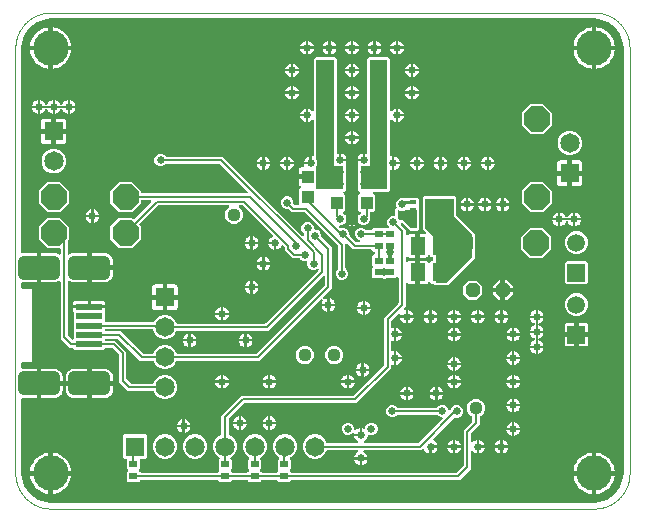
<source format=gbl>
G04 EAGLE Gerber RS-274X export*
G75*
%MOMM*%
%FSLAX35Y35*%
%LPD*%
%INcopper_bottom*%
%IPPOS*%
%AMOC8*
5,1,8,0,0,1.08239X$1,22.5*%
G01*
%ADD10C,0.000000*%
%ADD11R,1.000000X1.100000*%
%ADD12R,0.700000X0.600000*%
%ADD13R,1.300000X1.500000*%
%ADD14R,0.600000X0.300000*%
%ADD15R,0.635000X0.300000*%
%ADD16R,1.775000X2.450000*%
%ADD17P,1.319650X8X22.500000*%
%ADD18C,1.500000*%
%ADD19R,1.500000X1.500000*%
%ADD20R,2.250000X0.500000*%
%ADD21C,1.000000*%
%ADD22P,2.336880X8X22.500000*%
%ADD23P,2.336880X8X202.500000*%
%ADD24P,2.336880X8X112.500000*%
%ADD25R,1.650000X1.650000*%
%ADD26C,1.650000*%
%ADD27C,0.650000*%
%ADD28C,0.200000*%
%ADD29C,3.000000*%
%ADD30C,0.350000*%
%ADD31C,0.254000*%
%ADD32C,1.125000*%

G36*
X4900416Y50060D02*
X4900416Y50060D01*
X4900784Y50031D01*
X4938328Y52986D01*
X4939732Y53300D01*
X4940634Y53444D01*
X5012048Y76648D01*
X5012063Y76656D01*
X5012080Y76659D01*
X5012332Y76788D01*
X5014581Y77890D01*
X5014703Y78001D01*
X5014835Y78068D01*
X5075583Y122204D01*
X5075596Y122217D01*
X5075611Y122225D01*
X5075807Y122421D01*
X5077609Y124168D01*
X5077690Y124311D01*
X5077795Y124417D01*
X5121931Y185165D01*
X5121939Y185180D01*
X5121952Y185193D01*
X5122081Y185447D01*
X5123251Y187658D01*
X5123284Y187820D01*
X5123352Y187952D01*
X5146555Y259366D01*
X5146803Y260788D01*
X5147014Y261671D01*
X5149968Y299215D01*
X5149942Y299634D01*
X5149999Y300000D01*
X5149999Y3900000D01*
X5149940Y3900416D01*
X5149968Y3900784D01*
X5147014Y3938328D01*
X5146700Y3939732D01*
X5146555Y3940634D01*
X5123352Y4012048D01*
X5123344Y4012063D01*
X5123341Y4012080D01*
X5123212Y4012332D01*
X5122110Y4014581D01*
X5121999Y4014703D01*
X5121931Y4014835D01*
X5077795Y4075583D01*
X5077783Y4075596D01*
X5077775Y4075611D01*
X5077579Y4075807D01*
X5077475Y4075914D01*
X5077333Y4076144D01*
X5076672Y4076742D01*
X5075832Y4077609D01*
X5075689Y4077690D01*
X5075583Y4077795D01*
X5014835Y4121931D01*
X5014820Y4121939D01*
X5014807Y4121952D01*
X5014553Y4122081D01*
X5012342Y4123251D01*
X5012180Y4123284D01*
X5012048Y4123352D01*
X4940634Y4146555D01*
X4939211Y4146803D01*
X4938328Y4147014D01*
X4900784Y4149968D01*
X4900366Y4149942D01*
X4900000Y4149999D01*
X300000Y4149999D01*
X299584Y4149940D01*
X299215Y4149968D01*
X261671Y4147014D01*
X260268Y4146700D01*
X259366Y4146555D01*
X187952Y4123352D01*
X187937Y4123344D01*
X187919Y4123341D01*
X187668Y4123212D01*
X185419Y4122110D01*
X185297Y4121999D01*
X185165Y4121931D01*
X124417Y4077795D01*
X124404Y4077783D01*
X124389Y4077775D01*
X124193Y4077579D01*
X123558Y4076963D01*
X122846Y4076354D01*
X122701Y4076132D01*
X122391Y4075832D01*
X122309Y4075689D01*
X122204Y4075583D01*
X78068Y4014835D01*
X78061Y4014820D01*
X78048Y4014807D01*
X77919Y4014553D01*
X76749Y4012342D01*
X76715Y4012180D01*
X76648Y4012048D01*
X53444Y3940634D01*
X53196Y3939211D01*
X52986Y3938328D01*
X50031Y3900784D01*
X50058Y3900366D01*
X50000Y3900000D01*
X50000Y2174089D01*
X50029Y2173885D01*
X50009Y2173679D01*
X50228Y2172492D01*
X50398Y2171296D01*
X50483Y2171108D01*
X50521Y2170905D01*
X51063Y2169825D01*
X51561Y2168725D01*
X51695Y2168568D01*
X51788Y2168384D01*
X52608Y2167501D01*
X53395Y2166582D01*
X53568Y2166468D01*
X53708Y2166317D01*
X54745Y2165697D01*
X55755Y2165036D01*
X55952Y2164975D01*
X56129Y2164869D01*
X57298Y2164563D01*
X58453Y2164210D01*
X58659Y2164207D01*
X58859Y2164155D01*
X59761Y2164192D01*
X61273Y2164171D01*
X61626Y2164268D01*
X61951Y2164282D01*
X67573Y2165400D01*
X180001Y2165400D01*
X180001Y2117241D01*
X180030Y2117036D01*
X180009Y2116830D01*
X180229Y2115643D01*
X180399Y2114448D01*
X180484Y2114259D01*
X180522Y2114056D01*
X181063Y2112979D01*
X181561Y2111877D01*
X181696Y2111719D01*
X181789Y2111535D01*
X182608Y2110653D01*
X183395Y2109733D01*
X183569Y2109620D01*
X183709Y2109468D01*
X184748Y2108848D01*
X185755Y2108187D01*
X185953Y2108127D01*
X186131Y2108020D01*
X187299Y2107715D01*
X188453Y2107362D01*
X188661Y2107359D01*
X188860Y2107307D01*
X189762Y2107343D01*
X189999Y2107340D01*
X189999Y2050003D01*
X190089Y2049369D01*
X190080Y2048729D01*
X190287Y2047979D01*
X190397Y2047210D01*
X190660Y2046628D01*
X190831Y2046010D01*
X191239Y2045347D01*
X191559Y2044639D01*
X191975Y2044153D01*
X192311Y2043608D01*
X192888Y2043087D01*
X193393Y2042496D01*
X193928Y2042145D01*
X194403Y2041715D01*
X195104Y2041375D01*
X195753Y2040950D01*
X196364Y2040763D01*
X196941Y2040483D01*
X197635Y2040374D01*
X198451Y2040124D01*
X199305Y2040112D01*
X199998Y2040004D01*
X200001Y2040004D01*
X200635Y2040094D01*
X201272Y2040085D01*
X201275Y2040085D01*
X202025Y2040292D01*
X202794Y2040402D01*
X203377Y2040665D01*
X203995Y2040836D01*
X204658Y2041244D01*
X205365Y2041564D01*
X205851Y2041980D01*
X206396Y2042316D01*
X206918Y2042893D01*
X207509Y2043398D01*
X207859Y2043933D01*
X208289Y2044408D01*
X208629Y2045109D01*
X209055Y2045758D01*
X209242Y2046369D01*
X209522Y2046946D01*
X209631Y2047640D01*
X209880Y2048456D01*
X209892Y2049310D01*
X210001Y2050003D01*
X210001Y2107327D01*
X210865Y2107279D01*
X211067Y2107326D01*
X211273Y2107323D01*
X212435Y2107644D01*
X213613Y2107918D01*
X213793Y2108018D01*
X213993Y2108073D01*
X215022Y2108708D01*
X216074Y2109298D01*
X216218Y2109446D01*
X216394Y2109554D01*
X217206Y2110451D01*
X218050Y2111311D01*
X218148Y2111493D01*
X218287Y2111646D01*
X218813Y2112730D01*
X219386Y2113796D01*
X219429Y2113998D01*
X219520Y2114184D01*
X219660Y2115077D01*
X219975Y2116555D01*
X219948Y2116921D01*
X219998Y2117241D01*
X219998Y2165400D01*
X332427Y2165400D01*
X346994Y2162503D01*
X360715Y2156819D01*
X366944Y2152657D01*
X367625Y2152330D01*
X368255Y2151917D01*
X368888Y2151723D01*
X369488Y2151436D01*
X370232Y2151312D01*
X370953Y2151092D01*
X371616Y2151083D01*
X372271Y2150974D01*
X373021Y2151063D01*
X373774Y2151053D01*
X374413Y2151229D01*
X375073Y2151308D01*
X375766Y2151603D01*
X376493Y2151803D01*
X377059Y2152152D01*
X377669Y2152411D01*
X378253Y2152888D01*
X378895Y2153283D01*
X379341Y2153776D01*
X379854Y2154196D01*
X380282Y2154817D01*
X380788Y2155376D01*
X381078Y2155973D01*
X381454Y2156519D01*
X381691Y2157235D01*
X382021Y2157913D01*
X382115Y2158514D01*
X382341Y2159198D01*
X382378Y2160192D01*
X382499Y2160971D01*
X382499Y2196800D01*
X382409Y2197434D01*
X382418Y2198074D01*
X382211Y2198824D01*
X382101Y2199593D01*
X381838Y2200175D01*
X381668Y2200793D01*
X381259Y2201456D01*
X380939Y2202164D01*
X380523Y2202650D01*
X380187Y2203195D01*
X379610Y2203717D01*
X379105Y2204308D01*
X378570Y2204658D01*
X378095Y2205088D01*
X377394Y2205428D01*
X376745Y2205853D01*
X376134Y2206041D01*
X375557Y2206321D01*
X374863Y2206429D01*
X374047Y2206679D01*
X373193Y2206691D01*
X372500Y2206799D01*
X272001Y2206799D01*
X197049Y2281751D01*
X197049Y2387749D01*
X272001Y2462700D01*
X377999Y2462700D01*
X452950Y2387749D01*
X452950Y2281751D01*
X445429Y2274230D01*
X444855Y2273465D01*
X444212Y2272754D01*
X444011Y2272340D01*
X443736Y2271973D01*
X443398Y2271079D01*
X442979Y2270216D01*
X442913Y2269792D01*
X442740Y2269334D01*
X442640Y2268048D01*
X442500Y2267159D01*
X442500Y2160971D01*
X442607Y2160225D01*
X442613Y2159470D01*
X442805Y2158833D01*
X442898Y2158178D01*
X443209Y2157491D01*
X443426Y2156768D01*
X443787Y2156212D01*
X444061Y2155607D01*
X444551Y2155034D01*
X444961Y2154401D01*
X445463Y2153967D01*
X445895Y2153463D01*
X446525Y2153050D01*
X447096Y2152557D01*
X447700Y2152280D01*
X448255Y2151917D01*
X448975Y2151697D01*
X449661Y2151383D01*
X450318Y2151286D01*
X450953Y2151092D01*
X451706Y2151081D01*
X452453Y2150971D01*
X453111Y2151062D01*
X453773Y2151053D01*
X454500Y2151253D01*
X455247Y2151356D01*
X455798Y2151612D01*
X456493Y2151803D01*
X457341Y2152326D01*
X458055Y2152657D01*
X464285Y2156819D01*
X478006Y2162503D01*
X492573Y2165400D01*
X605001Y2165400D01*
X605001Y2117241D01*
X605030Y2117036D01*
X605009Y2116830D01*
X605229Y2115643D01*
X605399Y2114448D01*
X605484Y2114259D01*
X605522Y2114056D01*
X606063Y2112979D01*
X606561Y2111877D01*
X606696Y2111719D01*
X606789Y2111535D01*
X607608Y2110653D01*
X608395Y2109733D01*
X608569Y2109620D01*
X608709Y2109468D01*
X609748Y2108848D01*
X610755Y2108187D01*
X610953Y2108127D01*
X611131Y2108020D01*
X612299Y2107715D01*
X613453Y2107362D01*
X613661Y2107359D01*
X613860Y2107307D01*
X614762Y2107343D01*
X614999Y2107340D01*
X614999Y2050003D01*
X615089Y2049369D01*
X615080Y2048729D01*
X615287Y2047979D01*
X615397Y2047210D01*
X615660Y2046628D01*
X615831Y2046010D01*
X616239Y2045347D01*
X616559Y2044639D01*
X616975Y2044153D01*
X617311Y2043608D01*
X617888Y2043087D01*
X618393Y2042496D01*
X618928Y2042145D01*
X619403Y2041715D01*
X620104Y2041375D01*
X620753Y2040950D01*
X621364Y2040763D01*
X621941Y2040483D01*
X622635Y2040374D01*
X623451Y2040124D01*
X624305Y2040112D01*
X624998Y2040004D01*
X625001Y2040004D01*
X625635Y2040094D01*
X626272Y2040085D01*
X626275Y2040085D01*
X627025Y2040292D01*
X627794Y2040402D01*
X628377Y2040665D01*
X628995Y2040836D01*
X629658Y2041244D01*
X630024Y2041410D01*
X630107Y2041370D01*
X630756Y2040945D01*
X631367Y2040758D01*
X631944Y2040478D01*
X632638Y2040369D01*
X633454Y2040119D01*
X634308Y2040107D01*
X635001Y2039999D01*
X682045Y2039999D01*
X680483Y2032145D01*
X680477Y2032024D01*
X680331Y2031548D01*
X680328Y2031325D01*
X680272Y2031110D01*
X680308Y2029918D01*
X680292Y2028727D01*
X680351Y2028513D01*
X680358Y2028290D01*
X680726Y2027154D01*
X681042Y2026007D01*
X681159Y2025818D01*
X681227Y2025607D01*
X681896Y2024621D01*
X682523Y2023605D01*
X682688Y2023456D01*
X682812Y2023273D01*
X683728Y2022514D01*
X684615Y2021713D01*
X684815Y2021615D01*
X684986Y2021474D01*
X686078Y2021002D01*
X687153Y2020480D01*
X687360Y2020447D01*
X687575Y2020354D01*
X689499Y2020112D01*
X690210Y2020001D01*
X825400Y2020001D01*
X825400Y1982573D01*
X822503Y1968006D01*
X816819Y1954284D01*
X808568Y1941935D01*
X798064Y1931432D01*
X785716Y1923181D01*
X771994Y1917497D01*
X757427Y1914599D01*
X644998Y1914599D01*
X644998Y1982759D01*
X644969Y1982963D01*
X644990Y1983169D01*
X644771Y1984357D01*
X644600Y1985552D01*
X644515Y1985740D01*
X644478Y1985943D01*
X643935Y1987024D01*
X643438Y1988123D01*
X643304Y1988279D01*
X643211Y1988464D01*
X642389Y1989349D01*
X641604Y1990266D01*
X641431Y1990380D01*
X641291Y1990531D01*
X640254Y1991151D01*
X639244Y1991812D01*
X639047Y1991873D01*
X638869Y1991979D01*
X637701Y1992284D01*
X636546Y1992638D01*
X636339Y1992641D01*
X636140Y1992693D01*
X635238Y1992656D01*
X635001Y1992659D01*
X635001Y2029999D01*
X634912Y2030622D01*
X634919Y2031150D01*
X634918Y2031156D01*
X634919Y2031273D01*
X634712Y2032023D01*
X634603Y2032792D01*
X634339Y2033374D01*
X634169Y2033992D01*
X633760Y2034655D01*
X633440Y2035363D01*
X633025Y2035848D01*
X632688Y2036394D01*
X632112Y2036915D01*
X631606Y2037506D01*
X631071Y2037857D01*
X630596Y2038287D01*
X629896Y2038627D01*
X629246Y2039052D01*
X628635Y2039239D01*
X628058Y2039519D01*
X627365Y2039628D01*
X626548Y2039878D01*
X625695Y2039890D01*
X625001Y2039998D01*
X624998Y2039998D01*
X624364Y2039908D01*
X623728Y2039917D01*
X623724Y2039917D01*
X622974Y2039710D01*
X622205Y2039600D01*
X621623Y2039337D01*
X621005Y2039166D01*
X620342Y2038758D01*
X619634Y2038438D01*
X619148Y2038022D01*
X618603Y2037686D01*
X618082Y2037109D01*
X617491Y2036604D01*
X617140Y2036068D01*
X616710Y2035593D01*
X616370Y2034893D01*
X615945Y2034244D01*
X615758Y2033633D01*
X615478Y2033056D01*
X615369Y2032362D01*
X615119Y2031546D01*
X615107Y2030692D01*
X614999Y2029999D01*
X614999Y1992673D01*
X614135Y1992721D01*
X613933Y1992674D01*
X613727Y1992677D01*
X612564Y1992356D01*
X611387Y1992083D01*
X611207Y1991982D01*
X611007Y1991927D01*
X609977Y1991292D01*
X608926Y1990702D01*
X608782Y1990555D01*
X608605Y1990446D01*
X607794Y1989549D01*
X606949Y1988689D01*
X606852Y1988508D01*
X606713Y1988354D01*
X606184Y1987265D01*
X605613Y1986205D01*
X605570Y1986003D01*
X605480Y1985816D01*
X605340Y1984923D01*
X605024Y1983446D01*
X605051Y1983080D01*
X605001Y1982759D01*
X605001Y1914599D01*
X492573Y1914599D01*
X478006Y1917497D01*
X464285Y1923180D01*
X458055Y1927343D01*
X457374Y1927670D01*
X456745Y1928083D01*
X456111Y1928276D01*
X455512Y1928564D01*
X454768Y1928688D01*
X454047Y1928908D01*
X453384Y1928917D01*
X452729Y1929026D01*
X451979Y1928937D01*
X451226Y1928947D01*
X450587Y1928771D01*
X449927Y1928692D01*
X449234Y1928397D01*
X448506Y1928197D01*
X447941Y1927848D01*
X447331Y1927589D01*
X446747Y1927112D01*
X446105Y1926716D01*
X445659Y1926224D01*
X445145Y1925804D01*
X444718Y1925183D01*
X444212Y1924624D01*
X443922Y1924027D01*
X443546Y1923480D01*
X443308Y1922764D01*
X442979Y1922086D01*
X442885Y1921485D01*
X442659Y1920802D01*
X442622Y1919808D01*
X442500Y1919029D01*
X442500Y1469068D01*
X442635Y1468122D01*
X442683Y1467164D01*
X442834Y1466729D01*
X442898Y1466275D01*
X443293Y1465403D01*
X443606Y1464498D01*
X443858Y1464152D01*
X444061Y1463705D01*
X444899Y1462725D01*
X445429Y1461998D01*
X475429Y1431997D01*
X475686Y1431804D01*
X475895Y1431560D01*
X476810Y1430961D01*
X477686Y1430304D01*
X477987Y1430190D01*
X478255Y1430014D01*
X479301Y1429694D01*
X480325Y1429308D01*
X480645Y1429283D01*
X480953Y1429189D01*
X482047Y1429174D01*
X483138Y1429089D01*
X483453Y1429154D01*
X483774Y1429150D01*
X484829Y1429441D01*
X485900Y1429664D01*
X486183Y1429815D01*
X486493Y1429900D01*
X487427Y1430476D01*
X488391Y1430988D01*
X488621Y1431212D01*
X488895Y1431381D01*
X489629Y1432192D01*
X490414Y1432955D01*
X490573Y1433235D01*
X490788Y1433473D01*
X491266Y1434458D01*
X491806Y1435409D01*
X491880Y1435721D01*
X492021Y1436011D01*
X492160Y1436901D01*
X492458Y1438154D01*
X492433Y1438644D01*
X492499Y1439068D01*
X492499Y1503318D01*
X492671Y1503580D01*
X492988Y1503888D01*
X493372Y1504565D01*
X493838Y1505186D01*
X493994Y1505599D01*
X494036Y1505664D01*
X494084Y1505820D01*
X494380Y1506342D01*
X494560Y1507099D01*
X494834Y1507825D01*
X494883Y1508464D01*
X495031Y1509087D01*
X494993Y1509862D01*
X495053Y1510638D01*
X494922Y1511266D01*
X494890Y1511905D01*
X494636Y1512639D01*
X494477Y1513400D01*
X494177Y1513965D01*
X493967Y1514571D01*
X493553Y1515138D01*
X493153Y1515892D01*
X492558Y1516504D01*
X492499Y1516584D01*
X492499Y1583320D01*
X492666Y1583575D01*
X492988Y1583887D01*
X493372Y1584564D01*
X493838Y1585185D01*
X493996Y1585605D01*
X494032Y1585659D01*
X494077Y1585808D01*
X494380Y1586341D01*
X494559Y1587096D01*
X494834Y1587824D01*
X494883Y1588464D01*
X495031Y1589086D01*
X494993Y1589861D01*
X495053Y1590637D01*
X494922Y1591265D01*
X494890Y1591904D01*
X494636Y1592637D01*
X494478Y1593399D01*
X494177Y1593966D01*
X493968Y1594570D01*
X493555Y1595136D01*
X493154Y1595891D01*
X492558Y1596503D01*
X492499Y1596583D01*
X492499Y1666161D01*
X492349Y1667213D01*
X492274Y1668274D01*
X492154Y1668584D01*
X492101Y1668954D01*
X491486Y1670315D01*
X491160Y1671161D01*
X488831Y1675195D01*
X487099Y1681656D01*
X487099Y1697500D01*
X622498Y1697500D01*
X623132Y1697590D01*
X623772Y1697582D01*
X624522Y1697788D01*
X625118Y1697873D01*
X625138Y1697870D01*
X625955Y1697620D01*
X626808Y1697608D01*
X627502Y1697500D01*
X762900Y1697500D01*
X762900Y1681656D01*
X761169Y1675195D01*
X758840Y1671161D01*
X758444Y1670176D01*
X757979Y1669219D01*
X757928Y1668891D01*
X757788Y1668543D01*
X757640Y1667055D01*
X757500Y1666162D01*
X757500Y1596675D01*
X757418Y1596605D01*
X756818Y1595688D01*
X756162Y1594814D01*
X756048Y1594513D01*
X755873Y1594245D01*
X755552Y1593198D01*
X755166Y1592174D01*
X755141Y1591854D01*
X755047Y1591547D01*
X755032Y1590453D01*
X754947Y1589362D01*
X755013Y1589047D01*
X755008Y1588726D01*
X755299Y1587670D01*
X755523Y1586600D01*
X755673Y1586317D01*
X755758Y1586006D01*
X756335Y1585072D01*
X756847Y1584108D01*
X757070Y1583878D01*
X757239Y1583605D01*
X758050Y1582871D01*
X758813Y1582086D01*
X759093Y1581927D01*
X759331Y1581712D01*
X760317Y1581233D01*
X761268Y1580694D01*
X761579Y1580620D01*
X761869Y1580479D01*
X762760Y1580339D01*
X764013Y1580042D01*
X764502Y1580067D01*
X764926Y1580000D01*
X1166952Y1580000D01*
X1167043Y1580013D01*
X1167133Y1580002D01*
X1168440Y1580213D01*
X1169745Y1580398D01*
X1169829Y1580436D01*
X1169919Y1580451D01*
X1171109Y1581015D01*
X1172316Y1581561D01*
X1172386Y1581620D01*
X1172468Y1581659D01*
X1173454Y1582534D01*
X1174460Y1583395D01*
X1174510Y1583471D01*
X1174578Y1583532D01*
X1174970Y1584173D01*
X1176006Y1585755D01*
X1176077Y1585986D01*
X1176191Y1586173D01*
X1179355Y1593812D01*
X1208188Y1622646D01*
X1245861Y1638250D01*
X1286639Y1638250D01*
X1324312Y1622646D01*
X1353146Y1593812D01*
X1362212Y1571923D01*
X1362258Y1571845D01*
X1362283Y1571756D01*
X1362983Y1570620D01*
X1363649Y1569495D01*
X1363715Y1569433D01*
X1363763Y1569355D01*
X1364745Y1568467D01*
X1365706Y1567565D01*
X1365788Y1567523D01*
X1365856Y1567462D01*
X1367044Y1566885D01*
X1368221Y1566286D01*
X1368311Y1566269D01*
X1368393Y1566229D01*
X1369132Y1566113D01*
X1370993Y1565761D01*
X1371236Y1565784D01*
X1371450Y1565750D01*
X2112613Y1565750D01*
X2113561Y1565886D01*
X2114517Y1565933D01*
X2114950Y1566083D01*
X2115406Y1566148D01*
X2116278Y1566543D01*
X2117183Y1566856D01*
X2117529Y1567108D01*
X2117976Y1567311D01*
X2118956Y1568149D01*
X2119683Y1568679D01*
X2564870Y2013866D01*
X2565391Y2014560D01*
X2565985Y2015193D01*
X2566234Y2015684D01*
X2566564Y2016123D01*
X2566869Y2016933D01*
X2567263Y2017708D01*
X2567366Y2018249D01*
X2567560Y2018762D01*
X2567627Y2019626D01*
X2567789Y2020480D01*
X2567736Y2021028D01*
X2567779Y2021575D01*
X2567602Y2022424D01*
X2567519Y2023288D01*
X2567315Y2023799D01*
X2567203Y2024337D01*
X2566796Y2025103D01*
X2566475Y2025909D01*
X2566138Y2026342D01*
X2565879Y2026828D01*
X2565273Y2027451D01*
X2564741Y2028134D01*
X2564296Y2028456D01*
X2563912Y2028851D01*
X2563157Y2029279D01*
X2562454Y2029787D01*
X2561936Y2029972D01*
X2561458Y2030243D01*
X2560615Y2030443D01*
X2559797Y2030735D01*
X2559248Y2030768D01*
X2558713Y2030894D01*
X2557846Y2030851D01*
X2556981Y2030903D01*
X2556485Y2030783D01*
X2555896Y2030753D01*
X2554809Y2030377D01*
X2553973Y2030175D01*
X2535443Y2022499D01*
X2514557Y2022499D01*
X2495261Y2030492D01*
X2480492Y2045261D01*
X2472499Y2064557D01*
X2472499Y2086898D01*
X2472538Y2087103D01*
X2472433Y2088179D01*
X2472400Y2089263D01*
X2472297Y2089580D01*
X2472265Y2089911D01*
X2471864Y2090914D01*
X2471529Y2091947D01*
X2471341Y2092223D01*
X2471218Y2092531D01*
X2470553Y2093382D01*
X2469943Y2094280D01*
X2469686Y2094492D01*
X2469482Y2094754D01*
X2468603Y2095387D01*
X2467768Y2096078D01*
X2467463Y2096209D01*
X2467193Y2096404D01*
X2466174Y2096766D01*
X2465178Y2097196D01*
X2464848Y2097237D01*
X2464535Y2097348D01*
X2463453Y2097412D01*
X2462379Y2097546D01*
X2462086Y2097499D01*
X2461958Y2097499D01*
X2461718Y2097513D01*
X2461660Y2097499D01*
X2439557Y2097499D01*
X2420261Y2105492D01*
X2408682Y2117071D01*
X2407917Y2117645D01*
X2407206Y2118288D01*
X2406792Y2118489D01*
X2406426Y2118764D01*
X2405532Y2119101D01*
X2404669Y2119521D01*
X2404245Y2119587D01*
X2403786Y2119760D01*
X2402501Y2119860D01*
X2401612Y2119999D01*
X2349184Y2119999D01*
X2282499Y2186684D01*
X2282499Y2209320D01*
X2282364Y2210267D01*
X2282317Y2211224D01*
X2282166Y2211659D01*
X2282101Y2212113D01*
X2281707Y2212985D01*
X2281394Y2213890D01*
X2281141Y2214237D01*
X2280939Y2214684D01*
X2280101Y2215664D01*
X2279571Y2216391D01*
X2268359Y2227603D01*
X2267412Y2228314D01*
X2266498Y2229067D01*
X2266287Y2229158D01*
X2266103Y2229296D01*
X2264993Y2229715D01*
X2263907Y2230183D01*
X2263678Y2230211D01*
X2263463Y2230292D01*
X2262282Y2230384D01*
X2261107Y2230530D01*
X2260880Y2230493D01*
X2260650Y2230511D01*
X2259490Y2230270D01*
X2258322Y2230081D01*
X2258113Y2229983D01*
X2257888Y2229936D01*
X2256842Y2229380D01*
X2255772Y2228873D01*
X2255600Y2228720D01*
X2255397Y2228612D01*
X2254547Y2227785D01*
X2253662Y2227000D01*
X2253549Y2226814D01*
X2253374Y2226645D01*
X2252442Y2225001D01*
X2252050Y2224359D01*
X2251310Y2222573D01*
X2244974Y2213090D01*
X2236910Y2205026D01*
X2227425Y2198689D01*
X2216889Y2194324D01*
X2210001Y2192954D01*
X2210001Y2249997D01*
X2209912Y2250619D01*
X2209919Y2251137D01*
X2209917Y2251143D01*
X2209919Y2251270D01*
X2209712Y2252020D01*
X2209603Y2252790D01*
X2209339Y2253372D01*
X2209169Y2253990D01*
X2208760Y2254653D01*
X2208440Y2255360D01*
X2208025Y2255846D01*
X2207688Y2256392D01*
X2207684Y2256395D01*
X2207684Y2256396D01*
X2207110Y2256915D01*
X2206606Y2257504D01*
X2206605Y2257505D01*
X2206602Y2257509D01*
X2206066Y2257859D01*
X2205591Y2258289D01*
X2204891Y2258629D01*
X2204242Y2259055D01*
X2203630Y2259242D01*
X2203054Y2259522D01*
X2202360Y2259631D01*
X2201544Y2259880D01*
X2200690Y2259892D01*
X2199997Y2260001D01*
X2142954Y2260001D01*
X2144324Y2266889D01*
X2148689Y2277425D01*
X2155026Y2286910D01*
X2163090Y2294974D01*
X2172573Y2301310D01*
X2174359Y2302050D01*
X2175383Y2302656D01*
X2176424Y2303209D01*
X2176588Y2303369D01*
X2176787Y2303486D01*
X2177599Y2304352D01*
X2178446Y2305176D01*
X2178559Y2305376D01*
X2178717Y2305544D01*
X2179255Y2306602D01*
X2179838Y2307630D01*
X2179891Y2307853D01*
X2179996Y2308059D01*
X2180216Y2309222D01*
X2180490Y2310375D01*
X2180478Y2310605D01*
X2180521Y2310831D01*
X2180408Y2312010D01*
X2180348Y2313192D01*
X2180273Y2313409D01*
X2180251Y2313639D01*
X2179812Y2314742D01*
X2179426Y2315858D01*
X2179298Y2316034D01*
X2179208Y2316260D01*
X2178043Y2317756D01*
X2177603Y2318359D01*
X1928891Y2567071D01*
X1928126Y2567645D01*
X1927415Y2568288D01*
X1927001Y2568489D01*
X1926634Y2568764D01*
X1925740Y2569101D01*
X1924877Y2569521D01*
X1924453Y2569587D01*
X1923995Y2569760D01*
X1922709Y2569860D01*
X1921820Y2569999D01*
X1899475Y2569999D01*
X1899158Y2569954D01*
X1898837Y2569979D01*
X1897764Y2569756D01*
X1896682Y2569601D01*
X1896390Y2569469D01*
X1896075Y2569403D01*
X1895109Y2568890D01*
X1894112Y2568439D01*
X1893867Y2568230D01*
X1893584Y2568079D01*
X1892800Y2567317D01*
X1891968Y2566605D01*
X1891792Y2566336D01*
X1891562Y2566112D01*
X1891022Y2565161D01*
X1890422Y2564245D01*
X1890328Y2563938D01*
X1890169Y2563658D01*
X1889917Y2562596D01*
X1889596Y2561547D01*
X1889592Y2561225D01*
X1889518Y2560913D01*
X1889573Y2559822D01*
X1889558Y2558726D01*
X1889643Y2558416D01*
X1889659Y2558096D01*
X1890016Y2557064D01*
X1890308Y2556007D01*
X1890477Y2555732D01*
X1890582Y2555430D01*
X1891111Y2554704D01*
X1891788Y2553605D01*
X1891925Y2553482D01*
X1891945Y2553448D01*
X1892183Y2553233D01*
X1892405Y2552929D01*
X1914642Y2530692D01*
X1926250Y2502668D01*
X1926250Y2472332D01*
X1914642Y2444308D01*
X1893192Y2422858D01*
X1865168Y2411249D01*
X1834832Y2411249D01*
X1806808Y2422858D01*
X1785358Y2444308D01*
X1773749Y2472332D01*
X1773749Y2502668D01*
X1785358Y2530692D01*
X1807595Y2552929D01*
X1807740Y2553123D01*
X1807875Y2553238D01*
X1807909Y2553290D01*
X1808032Y2553395D01*
X1808631Y2554310D01*
X1809288Y2555186D01*
X1809402Y2555487D01*
X1809578Y2555755D01*
X1809898Y2556801D01*
X1810284Y2557825D01*
X1810309Y2558145D01*
X1810403Y2558453D01*
X1810418Y2559547D01*
X1810503Y2560638D01*
X1810438Y2560953D01*
X1810442Y2561274D01*
X1810151Y2562329D01*
X1809928Y2563400D01*
X1809778Y2563683D01*
X1809692Y2563993D01*
X1809116Y2564927D01*
X1808604Y2565891D01*
X1808380Y2566121D01*
X1808212Y2566395D01*
X1807400Y2567129D01*
X1806637Y2567914D01*
X1806357Y2568073D01*
X1806119Y2568288D01*
X1805135Y2568766D01*
X1804183Y2569306D01*
X1803871Y2569380D01*
X1803582Y2569521D01*
X1802691Y2569660D01*
X1801438Y2569958D01*
X1800948Y2569933D01*
X1800524Y2569999D01*
X1213568Y2569999D01*
X1212620Y2569864D01*
X1211664Y2569816D01*
X1211231Y2569666D01*
X1210775Y2569601D01*
X1209903Y2569207D01*
X1208998Y2568894D01*
X1208652Y2568641D01*
X1208205Y2568439D01*
X1207225Y2567601D01*
X1206498Y2567071D01*
X1051758Y2412332D01*
X1051374Y2411819D01*
X1050915Y2411373D01*
X1050532Y2410698D01*
X1050065Y2410075D01*
X1049839Y2409476D01*
X1049523Y2408919D01*
X1049344Y2408164D01*
X1049069Y2407436D01*
X1049019Y2406797D01*
X1048872Y2406174D01*
X1048910Y2405399D01*
X1048850Y2404623D01*
X1048981Y2403995D01*
X1049013Y2403357D01*
X1049267Y2402622D01*
X1049426Y2401861D01*
X1049726Y2401296D01*
X1049935Y2400691D01*
X1050349Y2400123D01*
X1050749Y2399370D01*
X1051345Y2398757D01*
X1051758Y2398190D01*
X1060950Y2388999D01*
X1060950Y2283001D01*
X985999Y2208049D01*
X880001Y2208049D01*
X805049Y2283001D01*
X805049Y2388999D01*
X880001Y2463950D01*
X985999Y2463950D01*
X995190Y2454758D01*
X995702Y2454375D01*
X996148Y2453915D01*
X996825Y2453532D01*
X997447Y2453065D01*
X998046Y2452839D01*
X998603Y2452523D01*
X999358Y2452344D01*
X1000086Y2452069D01*
X1000725Y2452019D01*
X1001348Y2451872D01*
X1002123Y2451910D01*
X1002899Y2451850D01*
X1003527Y2451981D01*
X1004165Y2452013D01*
X1004899Y2452267D01*
X1005661Y2452426D01*
X1006226Y2452726D01*
X1006831Y2452935D01*
X1007398Y2453349D01*
X1008152Y2453749D01*
X1008765Y2454345D01*
X1009332Y2454758D01*
X1147503Y2592929D01*
X1147647Y2593122D01*
X1147780Y2593236D01*
X1147815Y2593288D01*
X1147939Y2593395D01*
X1148540Y2594312D01*
X1149196Y2595186D01*
X1149309Y2595486D01*
X1149485Y2595755D01*
X1149806Y2596802D01*
X1150192Y2597825D01*
X1150217Y2598145D01*
X1150311Y2598453D01*
X1150326Y2599547D01*
X1150411Y2600638D01*
X1150345Y2600953D01*
X1150350Y2601274D01*
X1150058Y2602329D01*
X1149835Y2603400D01*
X1149685Y2603683D01*
X1149599Y2603993D01*
X1149023Y2604928D01*
X1148511Y2605892D01*
X1148288Y2606121D01*
X1148119Y2606395D01*
X1147308Y2607129D01*
X1146544Y2607914D01*
X1146265Y2608073D01*
X1146027Y2608288D01*
X1145041Y2608767D01*
X1144090Y2609306D01*
X1143779Y2609380D01*
X1143489Y2609521D01*
X1142598Y2609660D01*
X1141345Y2609958D01*
X1140856Y2609933D01*
X1140432Y2609999D01*
X1070950Y2609999D01*
X1070316Y2609909D01*
X1069676Y2609918D01*
X1068926Y2609711D01*
X1068157Y2609601D01*
X1067574Y2609338D01*
X1066956Y2609168D01*
X1066293Y2608759D01*
X1065586Y2608439D01*
X1065100Y2608023D01*
X1064555Y2607687D01*
X1064033Y2607110D01*
X1063442Y2606605D01*
X1063092Y2606070D01*
X1062662Y2605595D01*
X1062322Y2604894D01*
X1061896Y2604245D01*
X1061709Y2603634D01*
X1061429Y2603057D01*
X1061320Y2602363D01*
X1061071Y2601547D01*
X1061059Y2600693D01*
X1060950Y2600000D01*
X1060950Y2587001D01*
X985999Y2512049D01*
X880001Y2512049D01*
X805049Y2587001D01*
X805049Y2692999D01*
X880001Y2767950D01*
X985999Y2767950D01*
X1060950Y2692999D01*
X1060950Y2680000D01*
X1061041Y2679366D01*
X1061032Y2678726D01*
X1061239Y2677976D01*
X1061348Y2677207D01*
X1061612Y2676624D01*
X1061782Y2676006D01*
X1062191Y2675343D01*
X1062511Y2674636D01*
X1062926Y2674150D01*
X1063263Y2673605D01*
X1063839Y2673083D01*
X1064345Y2672492D01*
X1064880Y2672142D01*
X1065355Y2671712D01*
X1066055Y2671372D01*
X1066705Y2670946D01*
X1067316Y2670759D01*
X1067893Y2670479D01*
X1068586Y2670370D01*
X1069403Y2670121D01*
X1070256Y2670109D01*
X1070950Y2670000D01*
X1956863Y2670000D01*
X1957181Y2670046D01*
X1957501Y2670021D01*
X1958573Y2670244D01*
X1959656Y2670398D01*
X1959949Y2670531D01*
X1960263Y2670596D01*
X1961228Y2671109D01*
X1962227Y2671561D01*
X1962471Y2671770D01*
X1962755Y2671920D01*
X1963538Y2672683D01*
X1964371Y2673395D01*
X1964547Y2673664D01*
X1964777Y2673888D01*
X1965317Y2674839D01*
X1965917Y2675755D01*
X1966011Y2676062D01*
X1966169Y2676341D01*
X1966421Y2677404D01*
X1966742Y2678453D01*
X1966747Y2678774D01*
X1966821Y2679086D01*
X1966766Y2680178D01*
X1966781Y2681273D01*
X1966695Y2681583D01*
X1966679Y2681904D01*
X1966323Y2682935D01*
X1966031Y2683993D01*
X1965862Y2684268D01*
X1965757Y2684570D01*
X1965228Y2685296D01*
X1964550Y2686395D01*
X1964186Y2686724D01*
X1963934Y2687070D01*
X1733933Y2917071D01*
X1733168Y2917645D01*
X1732457Y2918288D01*
X1732043Y2918489D01*
X1731677Y2918764D01*
X1730783Y2919101D01*
X1729920Y2919521D01*
X1729496Y2919587D01*
X1729037Y2919760D01*
X1727752Y2919860D01*
X1726863Y2919999D01*
X1278388Y2919999D01*
X1277439Y2919864D01*
X1276484Y2919816D01*
X1276050Y2919666D01*
X1275595Y2919601D01*
X1274722Y2919207D01*
X1273818Y2918894D01*
X1273472Y2918641D01*
X1273024Y2918439D01*
X1272044Y2917601D01*
X1271318Y2917071D01*
X1259739Y2905492D01*
X1240443Y2897499D01*
X1219557Y2897499D01*
X1200261Y2905492D01*
X1185492Y2920261D01*
X1177499Y2939557D01*
X1177499Y2960443D01*
X1185492Y2979739D01*
X1200261Y2994508D01*
X1219557Y3002500D01*
X1240443Y3002500D01*
X1259739Y2994508D01*
X1271318Y2982929D01*
X1272083Y2982355D01*
X1272793Y2981712D01*
X1273208Y2981511D01*
X1273574Y2981236D01*
X1274468Y2980898D01*
X1275331Y2980479D01*
X1275755Y2980413D01*
X1276213Y2980240D01*
X1277499Y2980140D01*
X1278388Y2980000D01*
X1755858Y2980000D01*
X2427929Y2307928D01*
X2428186Y2307736D01*
X2428395Y2307492D01*
X2429310Y2306892D01*
X2430186Y2306235D01*
X2430487Y2306122D01*
X2430755Y2305946D01*
X2431801Y2305625D01*
X2432825Y2305239D01*
X2433145Y2305214D01*
X2433453Y2305120D01*
X2434547Y2305105D01*
X2435638Y2305020D01*
X2435953Y2305086D01*
X2436274Y2305081D01*
X2437329Y2305373D01*
X2438400Y2305596D01*
X2438683Y2305746D01*
X2438993Y2305832D01*
X2439928Y2306408D01*
X2440892Y2306920D01*
X2441121Y2307143D01*
X2441395Y2307312D01*
X2442129Y2308123D01*
X2442914Y2308887D01*
X2443073Y2309166D01*
X2443288Y2309404D01*
X2443767Y2310390D01*
X2444306Y2311341D01*
X2444380Y2311652D01*
X2444521Y2311942D01*
X2444660Y2312833D01*
X2444958Y2314086D01*
X2444933Y2314575D01*
X2444999Y2314999D01*
X2444999Y2326612D01*
X2444864Y2327560D01*
X2444816Y2328516D01*
X2444666Y2328949D01*
X2444601Y2329405D01*
X2444207Y2330278D01*
X2443894Y2331182D01*
X2443641Y2331528D01*
X2443439Y2331975D01*
X2442601Y2332955D01*
X2442071Y2333682D01*
X2430492Y2345261D01*
X2422499Y2364557D01*
X2422499Y2385443D01*
X2430492Y2404739D01*
X2445261Y2419508D01*
X2464557Y2427500D01*
X2485443Y2427500D01*
X2504739Y2419508D01*
X2519508Y2404739D01*
X2527500Y2385443D01*
X2527500Y2372500D01*
X2527591Y2371866D01*
X2527582Y2371226D01*
X2527789Y2370476D01*
X2527898Y2369707D01*
X2528162Y2369124D01*
X2528332Y2368506D01*
X2528741Y2367843D01*
X2529061Y2367136D01*
X2529476Y2366650D01*
X2529813Y2366105D01*
X2530389Y2365583D01*
X2530895Y2364992D01*
X2531430Y2364642D01*
X2531905Y2364212D01*
X2532605Y2363872D01*
X2533255Y2363446D01*
X2533866Y2363259D01*
X2534443Y2362979D01*
X2535136Y2362870D01*
X2535953Y2362621D01*
X2536806Y2362609D01*
X2537500Y2362500D01*
X2549193Y2362500D01*
X2568489Y2354508D01*
X2583258Y2339739D01*
X2591250Y2320443D01*
X2591250Y2304068D01*
X2591386Y2303120D01*
X2591433Y2302164D01*
X2591583Y2301731D01*
X2591648Y2301275D01*
X2592043Y2300403D01*
X2592356Y2299498D01*
X2592608Y2299152D01*
X2592811Y2298705D01*
X2593649Y2297725D01*
X2594179Y2296998D01*
X2680000Y2211177D01*
X2680000Y1862573D01*
X2607460Y1790033D01*
X2607198Y1789685D01*
X2606874Y1789394D01*
X2606355Y1788561D01*
X2605767Y1787777D01*
X2605613Y1787370D01*
X2605382Y1786999D01*
X2605116Y1786053D01*
X2604771Y1785137D01*
X2604737Y1784704D01*
X2604619Y1784283D01*
X2604628Y1783302D01*
X2604552Y1782324D01*
X2604640Y1781898D01*
X2604644Y1781462D01*
X2604928Y1780521D01*
X2605127Y1779563D01*
X2605331Y1779179D01*
X2605457Y1778761D01*
X2605991Y1777938D01*
X2606451Y1777071D01*
X2606755Y1776758D01*
X2606992Y1776393D01*
X2607733Y1775753D01*
X2608418Y1775049D01*
X2608798Y1774833D01*
X2609127Y1774549D01*
X2610019Y1774140D01*
X2610872Y1773657D01*
X2611295Y1773556D01*
X2611692Y1773374D01*
X2612664Y1773231D01*
X2613617Y1773005D01*
X2614051Y1773027D01*
X2614483Y1772963D01*
X2615456Y1773097D01*
X2616435Y1773146D01*
X2616846Y1773288D01*
X2617278Y1773348D01*
X2618047Y1773704D01*
X2619101Y1774069D01*
X2619565Y1774407D01*
X2620086Y1774648D01*
X2622573Y1776311D01*
X2633110Y1780675D01*
X2639999Y1782045D01*
X2639999Y1735001D01*
X2592954Y1735001D01*
X2594324Y1741889D01*
X2598689Y1752426D01*
X2600351Y1754914D01*
X2600540Y1755307D01*
X2600801Y1755655D01*
X2601147Y1756572D01*
X2601572Y1757457D01*
X2601643Y1757887D01*
X2601797Y1758294D01*
X2601873Y1759272D01*
X2602034Y1760240D01*
X2601983Y1760673D01*
X2602016Y1761107D01*
X2601816Y1762067D01*
X2601700Y1763042D01*
X2601529Y1763443D01*
X2601441Y1763869D01*
X2600981Y1764735D01*
X2600597Y1765638D01*
X2600321Y1765976D01*
X2600117Y1766361D01*
X2599433Y1767064D01*
X2598812Y1767823D01*
X2598453Y1768071D01*
X2598149Y1768383D01*
X2597297Y1768867D01*
X2596488Y1769423D01*
X2596074Y1769560D01*
X2595696Y1769775D01*
X2594742Y1770001D01*
X2593810Y1770310D01*
X2593374Y1770326D01*
X2592951Y1770427D01*
X2591971Y1770378D01*
X2590991Y1770413D01*
X2590568Y1770307D01*
X2590133Y1770285D01*
X2589207Y1769965D01*
X2588255Y1769725D01*
X2587879Y1769505D01*
X2587467Y1769363D01*
X2586782Y1768864D01*
X2585820Y1768300D01*
X2585431Y1767878D01*
X2584967Y1767540D01*
X2089679Y1272252D01*
X2069177Y1251749D01*
X1371450Y1251749D01*
X1371360Y1251737D01*
X1371269Y1251748D01*
X1369963Y1251537D01*
X1368657Y1251351D01*
X1368574Y1251313D01*
X1368484Y1251299D01*
X1367290Y1250733D01*
X1366087Y1250189D01*
X1366017Y1250130D01*
X1365935Y1250091D01*
X1364948Y1249215D01*
X1363943Y1248355D01*
X1363893Y1248278D01*
X1363824Y1248218D01*
X1363434Y1247578D01*
X1362397Y1245995D01*
X1362326Y1245763D01*
X1362212Y1245577D01*
X1353146Y1223688D01*
X1324312Y1194854D01*
X1286639Y1179249D01*
X1245861Y1179249D01*
X1208188Y1194854D01*
X1179354Y1223688D01*
X1170288Y1245577D01*
X1170242Y1245654D01*
X1170217Y1245743D01*
X1169517Y1246878D01*
X1168851Y1248005D01*
X1168785Y1248067D01*
X1168737Y1248145D01*
X1167755Y1249033D01*
X1166793Y1249935D01*
X1166712Y1249977D01*
X1166644Y1250038D01*
X1165456Y1250615D01*
X1164278Y1251214D01*
X1164188Y1251231D01*
X1164107Y1251271D01*
X1163368Y1251386D01*
X1161507Y1251739D01*
X1161264Y1251716D01*
X1161049Y1251749D01*
X1055823Y1251749D01*
X870502Y1437071D01*
X869737Y1437645D01*
X869026Y1438288D01*
X868612Y1438489D01*
X868245Y1438764D01*
X867351Y1439101D01*
X866488Y1439521D01*
X866064Y1439587D01*
X865606Y1439760D01*
X864321Y1439860D01*
X863431Y1439999D01*
X764926Y1439999D01*
X763978Y1439864D01*
X763022Y1439816D01*
X762588Y1439666D01*
X762133Y1439601D01*
X761260Y1439207D01*
X760356Y1438894D01*
X760010Y1438641D01*
X759563Y1438439D01*
X758583Y1437601D01*
X757856Y1437071D01*
X757855Y1437070D01*
X757663Y1436814D01*
X757419Y1436605D01*
X757418Y1436605D01*
X756818Y1435688D01*
X756162Y1434814D01*
X756048Y1434513D01*
X755873Y1434245D01*
X755552Y1433198D01*
X755166Y1432174D01*
X755141Y1431854D01*
X755047Y1431547D01*
X755032Y1430453D01*
X754947Y1429362D01*
X755013Y1429047D01*
X755008Y1428726D01*
X755299Y1427670D01*
X755523Y1426600D01*
X755673Y1426317D01*
X755758Y1426006D01*
X756335Y1425072D01*
X756847Y1424108D01*
X757070Y1423878D01*
X757239Y1423605D01*
X758050Y1422871D01*
X758813Y1422086D01*
X759093Y1421927D01*
X759331Y1421712D01*
X760317Y1421233D01*
X761268Y1420694D01*
X761579Y1420620D01*
X761869Y1420479D01*
X762760Y1420339D01*
X764013Y1420042D01*
X764502Y1420067D01*
X764926Y1420000D01*
X847427Y1420000D01*
X939500Y1327927D01*
X939500Y1101068D01*
X939636Y1100120D01*
X939683Y1099164D01*
X939833Y1098731D01*
X939898Y1098275D01*
X940293Y1097403D01*
X940606Y1096498D01*
X940858Y1096152D01*
X941061Y1095705D01*
X941899Y1094725D01*
X942429Y1093998D01*
X975748Y1060679D01*
X976513Y1060105D01*
X977224Y1059462D01*
X977638Y1059261D01*
X978004Y1058986D01*
X978898Y1058648D01*
X979761Y1058229D01*
X980185Y1058163D01*
X980644Y1057990D01*
X981929Y1057890D01*
X982818Y1057750D01*
X1161049Y1057750D01*
X1161140Y1057763D01*
X1161231Y1057752D01*
X1162537Y1057963D01*
X1163843Y1058148D01*
X1163926Y1058186D01*
X1164016Y1058201D01*
X1165210Y1058767D01*
X1166413Y1059311D01*
X1166483Y1059370D01*
X1166565Y1059409D01*
X1167552Y1060285D01*
X1168557Y1061145D01*
X1168607Y1061221D01*
X1168675Y1061282D01*
X1169066Y1061922D01*
X1170103Y1063505D01*
X1170174Y1063737D01*
X1170288Y1063923D01*
X1179354Y1085812D01*
X1208188Y1114646D01*
X1245861Y1130250D01*
X1286639Y1130250D01*
X1324312Y1114646D01*
X1353146Y1085812D01*
X1368750Y1048139D01*
X1368750Y1007361D01*
X1353146Y969688D01*
X1324312Y940854D01*
X1286639Y925249D01*
X1245861Y925249D01*
X1208188Y940854D01*
X1179354Y969688D01*
X1170288Y991577D01*
X1170242Y991654D01*
X1170217Y991743D01*
X1169517Y992878D01*
X1168851Y994005D01*
X1168785Y994067D01*
X1168737Y994145D01*
X1167755Y995033D01*
X1166793Y995935D01*
X1166712Y995977D01*
X1166644Y996038D01*
X1165456Y996615D01*
X1164278Y997214D01*
X1164188Y997231D01*
X1164107Y997271D01*
X1163368Y997386D01*
X1161507Y997739D01*
X1161264Y997716D01*
X1161049Y997749D01*
X953823Y997749D01*
X879499Y1072073D01*
X879499Y1298931D01*
X879364Y1299880D01*
X879316Y1300835D01*
X879166Y1301268D01*
X879101Y1301724D01*
X878707Y1302597D01*
X878394Y1303502D01*
X878141Y1303848D01*
X877939Y1304295D01*
X877101Y1305275D01*
X876571Y1306002D01*
X825502Y1357071D01*
X824737Y1357645D01*
X824026Y1358288D01*
X823612Y1358489D01*
X823245Y1358764D01*
X822351Y1359101D01*
X821488Y1359521D01*
X821064Y1359587D01*
X820606Y1359760D01*
X819321Y1359860D01*
X818431Y1359999D01*
X764926Y1359999D01*
X763977Y1359864D01*
X763022Y1359816D01*
X762588Y1359666D01*
X762133Y1359601D01*
X761260Y1359207D01*
X760356Y1358894D01*
X760009Y1358641D01*
X759562Y1358439D01*
X758582Y1357601D01*
X757855Y1357071D01*
X745784Y1344999D01*
X504215Y1344999D01*
X492144Y1357071D01*
X491379Y1357645D01*
X490668Y1358288D01*
X490254Y1358489D01*
X489888Y1358764D01*
X488993Y1359101D01*
X488131Y1359521D01*
X487707Y1359587D01*
X487248Y1359760D01*
X485963Y1359860D01*
X485073Y1359999D01*
X462573Y1359999D01*
X382499Y1440073D01*
X382499Y1919029D01*
X382393Y1919775D01*
X382386Y1920530D01*
X382195Y1921166D01*
X382101Y1921822D01*
X381791Y1922509D01*
X381573Y1923231D01*
X381213Y1923788D01*
X380939Y1924393D01*
X380449Y1924966D01*
X380039Y1925598D01*
X379536Y1926033D01*
X379105Y1926537D01*
X378474Y1926950D01*
X377903Y1927443D01*
X377299Y1927719D01*
X376745Y1928083D01*
X376025Y1928303D01*
X375338Y1928617D01*
X374682Y1928714D01*
X374047Y1928908D01*
X373293Y1928918D01*
X372547Y1929028D01*
X371889Y1928938D01*
X371226Y1928947D01*
X370499Y1928746D01*
X369753Y1928643D01*
X369202Y1928388D01*
X368507Y1928197D01*
X367658Y1927674D01*
X366944Y1927343D01*
X360715Y1923180D01*
X346994Y1917497D01*
X332427Y1914599D01*
X219998Y1914599D01*
X219998Y1982759D01*
X219969Y1982963D01*
X219990Y1983169D01*
X219771Y1984357D01*
X219600Y1985552D01*
X219515Y1985740D01*
X219478Y1985943D01*
X218935Y1987024D01*
X218438Y1988123D01*
X218304Y1988279D01*
X218211Y1988464D01*
X217389Y1989349D01*
X216604Y1990266D01*
X216431Y1990380D01*
X216291Y1990531D01*
X215254Y1991151D01*
X214244Y1991812D01*
X214047Y1991873D01*
X213869Y1991979D01*
X212701Y1992284D01*
X211546Y1992638D01*
X211339Y1992641D01*
X211140Y1992693D01*
X210238Y1992656D01*
X210001Y1992659D01*
X210001Y2029999D01*
X209912Y2030622D01*
X209919Y2031150D01*
X209918Y2031156D01*
X209919Y2031273D01*
X209712Y2032023D01*
X209603Y2032792D01*
X209339Y2033374D01*
X209169Y2033992D01*
X208760Y2034655D01*
X208440Y2035363D01*
X208025Y2035848D01*
X207688Y2036394D01*
X207112Y2036915D01*
X206606Y2037506D01*
X206071Y2037857D01*
X205596Y2038287D01*
X204896Y2038627D01*
X204246Y2039052D01*
X203635Y2039239D01*
X203058Y2039519D01*
X202365Y2039628D01*
X201548Y2039878D01*
X200695Y2039890D01*
X200001Y2039998D01*
X199998Y2039998D01*
X199364Y2039908D01*
X198728Y2039917D01*
X198724Y2039917D01*
X197974Y2039710D01*
X197205Y2039600D01*
X196623Y2039337D01*
X196005Y2039166D01*
X195342Y2038758D01*
X194634Y2038438D01*
X194148Y2038022D01*
X193603Y2037686D01*
X193082Y2037109D01*
X192491Y2036604D01*
X192140Y2036068D01*
X191710Y2035593D01*
X191370Y2034893D01*
X190945Y2034244D01*
X190758Y2033633D01*
X190478Y2033056D01*
X190369Y2032362D01*
X190119Y2031546D01*
X190107Y2030692D01*
X189999Y2029999D01*
X189999Y1992673D01*
X189135Y1992721D01*
X188933Y1992674D01*
X188727Y1992677D01*
X187564Y1992356D01*
X186387Y1992083D01*
X186207Y1991982D01*
X186007Y1991927D01*
X184977Y1991292D01*
X183926Y1990702D01*
X183782Y1990555D01*
X183605Y1990446D01*
X182794Y1989549D01*
X181949Y1988689D01*
X181852Y1988508D01*
X181713Y1988354D01*
X181184Y1987265D01*
X180613Y1986205D01*
X180570Y1986003D01*
X180480Y1985816D01*
X180340Y1984923D01*
X180024Y1983446D01*
X180051Y1983080D01*
X180001Y1982759D01*
X180001Y1914599D01*
X67573Y1914599D01*
X61951Y1915718D01*
X61745Y1915729D01*
X61547Y1915790D01*
X60340Y1915806D01*
X59133Y1915873D01*
X58932Y1915826D01*
X58726Y1915828D01*
X57564Y1915508D01*
X56385Y1915234D01*
X56205Y1915133D01*
X56006Y1915078D01*
X54978Y1914445D01*
X53925Y1913853D01*
X53780Y1913706D01*
X53605Y1913598D01*
X52793Y1912701D01*
X51948Y1911840D01*
X51851Y1911659D01*
X51712Y1911505D01*
X51183Y1910416D01*
X50613Y1909356D01*
X50569Y1909154D01*
X50479Y1908968D01*
X50339Y1908075D01*
X50024Y1906596D01*
X50050Y1906231D01*
X50000Y1905911D01*
X50000Y1870000D01*
X50091Y1869366D01*
X50082Y1868726D01*
X50289Y1867976D01*
X50398Y1867207D01*
X50662Y1866624D01*
X50832Y1866006D01*
X51241Y1865343D01*
X51561Y1864636D01*
X51976Y1864150D01*
X52313Y1863605D01*
X52889Y1863083D01*
X53395Y1862492D01*
X53930Y1862142D01*
X54405Y1861712D01*
X55105Y1861372D01*
X55755Y1860946D01*
X56366Y1860759D01*
X56943Y1860479D01*
X57636Y1860370D01*
X58453Y1860121D01*
X59306Y1860109D01*
X60000Y1860000D01*
X145000Y1860000D01*
X145000Y1240000D01*
X145000Y1239999D01*
X60000Y1239999D01*
X59366Y1239909D01*
X58726Y1239918D01*
X57976Y1239711D01*
X57207Y1239601D01*
X56624Y1239338D01*
X56006Y1239168D01*
X55343Y1238759D01*
X54636Y1238439D01*
X54150Y1238023D01*
X53605Y1237687D01*
X53083Y1237110D01*
X52492Y1236605D01*
X52142Y1236070D01*
X51712Y1235595D01*
X51372Y1234894D01*
X50946Y1234245D01*
X50759Y1233633D01*
X50479Y1233057D01*
X50370Y1232363D01*
X50121Y1231547D01*
X50109Y1230693D01*
X50000Y1230000D01*
X50000Y1194089D01*
X50029Y1193885D01*
X50009Y1193679D01*
X50228Y1192492D01*
X50398Y1191296D01*
X50483Y1191108D01*
X50521Y1190905D01*
X51063Y1189825D01*
X51561Y1188725D01*
X51695Y1188568D01*
X51788Y1188384D01*
X52608Y1187501D01*
X53395Y1186582D01*
X53568Y1186468D01*
X53708Y1186317D01*
X54745Y1185697D01*
X55755Y1185036D01*
X55952Y1184975D01*
X56129Y1184869D01*
X57298Y1184563D01*
X58453Y1184210D01*
X58659Y1184207D01*
X58859Y1184155D01*
X59761Y1184192D01*
X61273Y1184171D01*
X61626Y1184268D01*
X61951Y1184282D01*
X67573Y1185400D01*
X180001Y1185400D01*
X180001Y1117241D01*
X180030Y1117036D01*
X180009Y1116830D01*
X180229Y1115639D01*
X180399Y1114448D01*
X180484Y1114259D01*
X180522Y1114056D01*
X181063Y1112979D01*
X181561Y1111877D01*
X181696Y1111719D01*
X181789Y1111535D01*
X182608Y1110653D01*
X183395Y1109733D01*
X183569Y1109620D01*
X183709Y1109468D01*
X184748Y1108848D01*
X185755Y1108187D01*
X185953Y1108127D01*
X186131Y1108020D01*
X187299Y1107715D01*
X188453Y1107362D01*
X188661Y1107359D01*
X188860Y1107307D01*
X189762Y1107343D01*
X189999Y1107340D01*
X189999Y1070001D01*
X190089Y1069367D01*
X190080Y1068727D01*
X190287Y1067977D01*
X190397Y1067208D01*
X190660Y1066626D01*
X190831Y1066008D01*
X191239Y1065345D01*
X191559Y1064637D01*
X191975Y1064151D01*
X192311Y1063606D01*
X192888Y1063084D01*
X193393Y1062493D01*
X193928Y1062143D01*
X194403Y1061713D01*
X195104Y1061373D01*
X195753Y1060948D01*
X196364Y1060760D01*
X196941Y1060480D01*
X197635Y1060372D01*
X198451Y1060122D01*
X199305Y1060110D01*
X199998Y1060002D01*
X200001Y1060002D01*
X200635Y1060092D01*
X201272Y1060083D01*
X201275Y1060083D01*
X202025Y1060290D01*
X202794Y1060400D01*
X203377Y1060663D01*
X203995Y1060833D01*
X204658Y1061242D01*
X205365Y1061562D01*
X205851Y1061978D01*
X206396Y1062314D01*
X206918Y1062891D01*
X207509Y1063396D01*
X207859Y1063931D01*
X208289Y1064406D01*
X208629Y1065107D01*
X209055Y1065756D01*
X209242Y1066367D01*
X209522Y1066944D01*
X209631Y1067638D01*
X209880Y1068454D01*
X209892Y1069308D01*
X210001Y1070001D01*
X210001Y1107327D01*
X210865Y1107279D01*
X211067Y1107326D01*
X211273Y1107323D01*
X212435Y1107644D01*
X213613Y1107918D01*
X213793Y1108018D01*
X213993Y1108073D01*
X215022Y1108708D01*
X216074Y1109298D01*
X216218Y1109446D01*
X216394Y1109554D01*
X217206Y1110451D01*
X218050Y1111311D01*
X218148Y1111493D01*
X218287Y1111646D01*
X218816Y1112735D01*
X219386Y1113796D01*
X219429Y1113998D01*
X219520Y1114184D01*
X219660Y1115077D01*
X219975Y1116555D01*
X219948Y1116921D01*
X219998Y1117241D01*
X219998Y1185400D01*
X332427Y1185400D01*
X346994Y1182503D01*
X360716Y1176819D01*
X373064Y1168568D01*
X383568Y1158064D01*
X391819Y1145715D01*
X397503Y1131994D01*
X400400Y1117427D01*
X400400Y1079998D01*
X265210Y1079998D01*
X264036Y1079831D01*
X262851Y1079716D01*
X262640Y1079632D01*
X262417Y1079600D01*
X261334Y1079111D01*
X260231Y1078670D01*
X260053Y1078532D01*
X259846Y1078438D01*
X258942Y1077665D01*
X258007Y1076934D01*
X257874Y1076751D01*
X257703Y1076604D01*
X257051Y1075610D01*
X256356Y1074646D01*
X256280Y1074433D01*
X256157Y1074244D01*
X255808Y1073107D01*
X255411Y1071988D01*
X255398Y1071763D01*
X255331Y1071546D01*
X255315Y1070355D01*
X255245Y1069172D01*
X255295Y1068964D01*
X255292Y1068725D01*
X255474Y1068064D01*
X255483Y1067855D01*
X257045Y1060001D01*
X210001Y1060001D01*
X209367Y1059910D01*
X208727Y1059919D01*
X207977Y1059712D01*
X207208Y1059603D01*
X206626Y1059339D01*
X206008Y1059169D01*
X205345Y1058760D01*
X204968Y1058590D01*
X204896Y1058625D01*
X204246Y1059050D01*
X203635Y1059237D01*
X203058Y1059517D01*
X202365Y1059626D01*
X201548Y1059876D01*
X200695Y1059888D01*
X200001Y1059996D01*
X199998Y1059996D01*
X199364Y1059906D01*
X198728Y1059914D01*
X198724Y1059914D01*
X197974Y1059708D01*
X197205Y1059598D01*
X196623Y1059335D01*
X196005Y1059164D01*
X195342Y1058755D01*
X194634Y1058436D01*
X194148Y1058020D01*
X193603Y1057684D01*
X193082Y1057107D01*
X192491Y1056602D01*
X192140Y1056066D01*
X191710Y1055591D01*
X191370Y1054891D01*
X190945Y1054242D01*
X190758Y1053630D01*
X190478Y1053054D01*
X190369Y1052360D01*
X190119Y1051544D01*
X190107Y1050690D01*
X189999Y1049997D01*
X189999Y992673D01*
X189135Y992721D01*
X188933Y992674D01*
X188727Y992677D01*
X187564Y992356D01*
X186387Y992083D01*
X186207Y991982D01*
X186007Y991927D01*
X184977Y991292D01*
X183926Y990702D01*
X183782Y990555D01*
X183605Y990446D01*
X182794Y989549D01*
X181949Y988689D01*
X181852Y988508D01*
X181713Y988354D01*
X181184Y987265D01*
X180613Y986205D01*
X180570Y986003D01*
X180480Y985816D01*
X180339Y984919D01*
X180024Y983446D01*
X180051Y983080D01*
X180001Y982759D01*
X180001Y934599D01*
X67573Y934599D01*
X61951Y935718D01*
X61745Y935729D01*
X61547Y935790D01*
X60340Y935806D01*
X59133Y935873D01*
X58932Y935826D01*
X58726Y935828D01*
X57564Y935508D01*
X56385Y935234D01*
X56205Y935133D01*
X56006Y935078D01*
X54978Y934445D01*
X53925Y933853D01*
X53780Y933706D01*
X53605Y933598D01*
X52793Y932701D01*
X51948Y931840D01*
X51851Y931659D01*
X51712Y931505D01*
X51183Y930416D01*
X50613Y929356D01*
X50569Y929154D01*
X50479Y928968D01*
X50339Y928075D01*
X50024Y926596D01*
X50050Y926231D01*
X50000Y925911D01*
X50000Y300000D01*
X50060Y299584D01*
X50031Y299216D01*
X52986Y261671D01*
X53300Y260268D01*
X53444Y259366D01*
X76648Y187952D01*
X76656Y187937D01*
X76659Y187919D01*
X76788Y187668D01*
X77890Y185419D01*
X78001Y185297D01*
X78068Y185165D01*
X122204Y124417D01*
X122217Y124404D01*
X122225Y124389D01*
X122421Y124193D01*
X124168Y122391D01*
X124311Y122309D01*
X124417Y122204D01*
X185164Y78068D01*
X185179Y78061D01*
X185192Y78048D01*
X185447Y77919D01*
X187658Y76749D01*
X187819Y76715D01*
X187952Y76648D01*
X259365Y53444D01*
X260788Y53196D01*
X261671Y52986D01*
X299215Y50031D01*
X299634Y50058D01*
X300000Y50000D01*
X4900000Y50000D01*
X4900416Y50060D01*
G37*
%LPC*%
G36*
X956715Y224999D02*
X956715Y224999D01*
X944999Y236715D01*
X944999Y313284D01*
X949644Y317929D01*
X950029Y318442D01*
X950488Y318888D01*
X950872Y319565D01*
X951338Y320186D01*
X951563Y320783D01*
X951880Y321342D01*
X952060Y322099D01*
X952334Y322825D01*
X952383Y323464D01*
X952531Y324087D01*
X952493Y324862D01*
X952553Y325638D01*
X952422Y326266D01*
X952390Y326904D01*
X952136Y327639D01*
X951977Y328400D01*
X951677Y328965D01*
X951468Y329570D01*
X951054Y330138D01*
X950653Y330892D01*
X950058Y331504D01*
X949644Y332071D01*
X944999Y336715D01*
X944999Y412500D01*
X944909Y413134D01*
X944918Y413774D01*
X944711Y414524D01*
X944601Y415293D01*
X944338Y415875D01*
X944168Y416493D01*
X943759Y417156D01*
X943439Y417864D01*
X943023Y418350D01*
X942687Y418895D01*
X942110Y419417D01*
X941605Y420008D01*
X941070Y420358D01*
X940595Y420788D01*
X939894Y421128D01*
X939245Y421553D01*
X938634Y421741D01*
X938057Y422021D01*
X937363Y422129D01*
X936547Y422379D01*
X935693Y422391D01*
X935000Y422499D01*
X922215Y422499D01*
X910499Y434215D01*
X910499Y615784D01*
X922215Y627500D01*
X1103784Y627500D01*
X1115500Y615784D01*
X1115500Y434215D01*
X1103784Y422499D01*
X1065000Y422499D01*
X1064366Y422409D01*
X1063726Y422418D01*
X1062976Y422211D01*
X1062207Y422101D01*
X1061624Y421838D01*
X1061006Y421668D01*
X1060343Y421259D01*
X1059636Y420939D01*
X1059150Y420523D01*
X1058605Y420187D01*
X1058083Y419610D01*
X1057492Y419105D01*
X1057142Y418570D01*
X1056712Y418095D01*
X1056372Y417394D01*
X1055946Y416745D01*
X1055759Y416134D01*
X1055479Y415557D01*
X1055370Y414863D01*
X1055121Y414047D01*
X1055109Y413193D01*
X1055000Y412500D01*
X1055000Y336715D01*
X1050355Y332071D01*
X1049972Y331559D01*
X1049512Y331113D01*
X1049128Y330436D01*
X1048662Y329814D01*
X1048436Y329215D01*
X1048120Y328658D01*
X1047941Y327903D01*
X1047666Y327175D01*
X1047616Y326536D01*
X1047468Y325913D01*
X1047507Y325138D01*
X1047447Y324362D01*
X1047578Y323734D01*
X1047610Y323096D01*
X1047863Y322363D01*
X1048022Y321600D01*
X1048323Y321033D01*
X1048532Y320430D01*
X1048945Y319863D01*
X1049346Y319109D01*
X1049942Y318497D01*
X1050355Y317929D01*
X1055281Y313003D01*
X1055289Y312976D01*
X1055398Y312207D01*
X1055662Y311624D01*
X1055832Y311006D01*
X1056241Y310343D01*
X1056561Y309636D01*
X1056976Y309150D01*
X1057313Y308605D01*
X1057889Y308083D01*
X1058395Y307492D01*
X1058930Y307142D01*
X1059405Y306712D01*
X1060105Y306372D01*
X1060755Y305946D01*
X1061366Y305759D01*
X1061943Y305479D01*
X1062636Y305370D01*
X1063453Y305121D01*
X1064306Y305109D01*
X1065000Y305000D01*
X1710000Y305000D01*
X1710634Y305091D01*
X1711274Y305082D01*
X1712024Y305289D01*
X1712793Y305398D01*
X1713375Y305662D01*
X1713993Y305832D01*
X1714656Y306241D01*
X1715364Y306561D01*
X1715850Y306976D01*
X1716395Y307313D01*
X1716917Y307889D01*
X1717508Y308395D01*
X1717858Y308930D01*
X1718288Y309405D01*
X1718628Y310105D01*
X1719053Y310755D01*
X1719241Y311366D01*
X1719521Y311943D01*
X1719629Y312636D01*
X1719752Y313037D01*
X1724644Y317929D01*
X1725029Y318442D01*
X1725488Y318888D01*
X1725872Y319565D01*
X1726338Y320186D01*
X1726563Y320783D01*
X1726880Y321342D01*
X1727060Y322099D01*
X1727334Y322825D01*
X1727383Y323464D01*
X1727531Y324087D01*
X1727493Y324862D01*
X1727553Y325638D01*
X1727422Y326266D01*
X1727390Y326904D01*
X1727136Y327639D01*
X1726977Y328400D01*
X1726677Y328965D01*
X1726468Y329570D01*
X1726054Y330138D01*
X1725653Y330892D01*
X1725058Y331504D01*
X1724644Y332071D01*
X1719999Y336715D01*
X1719999Y413284D01*
X1726071Y419356D01*
X1726781Y420302D01*
X1727535Y421217D01*
X1727626Y421428D01*
X1727765Y421612D01*
X1728183Y422721D01*
X1728651Y423808D01*
X1728679Y424036D01*
X1728761Y424252D01*
X1728853Y425433D01*
X1728998Y426608D01*
X1728962Y426835D01*
X1728980Y427065D01*
X1728738Y428227D01*
X1728550Y429393D01*
X1728452Y429600D01*
X1728404Y429827D01*
X1727848Y430874D01*
X1727341Y431942D01*
X1727188Y432114D01*
X1727080Y432318D01*
X1726253Y433168D01*
X1725468Y434053D01*
X1725283Y434166D01*
X1725113Y434340D01*
X1723464Y435276D01*
X1722827Y435665D01*
X1716938Y438104D01*
X1688104Y466938D01*
X1672499Y504611D01*
X1672499Y545389D01*
X1688104Y583062D01*
X1716938Y611896D01*
X1738827Y620962D01*
X1738904Y621008D01*
X1738993Y621033D01*
X1739788Y621523D01*
X1739793Y621525D01*
X1739797Y621528D01*
X1740128Y621733D01*
X1741255Y622399D01*
X1741317Y622465D01*
X1741395Y622513D01*
X1742283Y623495D01*
X1743185Y624456D01*
X1743227Y624538D01*
X1743288Y624606D01*
X1743865Y625794D01*
X1744464Y626971D01*
X1744481Y627061D01*
X1744521Y627143D01*
X1744636Y627882D01*
X1744989Y629743D01*
X1744966Y629986D01*
X1744999Y630200D01*
X1744999Y787427D01*
X1912573Y955000D01*
X2858431Y955000D01*
X2859380Y955136D01*
X2860335Y955183D01*
X2860769Y955333D01*
X2861224Y955398D01*
X2862097Y955793D01*
X2863002Y956106D01*
X2863348Y956358D01*
X2863795Y956561D01*
X2864775Y957399D01*
X2865502Y957929D01*
X3119571Y1211998D01*
X3120145Y1212763D01*
X3120788Y1213474D01*
X3120989Y1213888D01*
X3121264Y1214254D01*
X3121601Y1215148D01*
X3122021Y1216011D01*
X3122087Y1216435D01*
X3122260Y1216894D01*
X3122360Y1218179D01*
X3122499Y1219068D01*
X3122499Y1614927D01*
X3242071Y1734498D01*
X3242645Y1735263D01*
X3243288Y1735974D01*
X3243489Y1736388D01*
X3243764Y1736754D01*
X3244101Y1737648D01*
X3244521Y1738511D01*
X3244587Y1738935D01*
X3244760Y1739394D01*
X3244860Y1740679D01*
X3244999Y1741568D01*
X3244999Y1952574D01*
X3244954Y1952892D01*
X3244979Y1953213D01*
X3244755Y1954286D01*
X3244601Y1955367D01*
X3244469Y1955660D01*
X3244403Y1955974D01*
X3243890Y1956941D01*
X3243439Y1957938D01*
X3243230Y1958182D01*
X3243079Y1958466D01*
X3242317Y1959249D01*
X3241605Y1960082D01*
X3241336Y1960258D01*
X3241112Y1960488D01*
X3240161Y1961028D01*
X3239245Y1961628D01*
X3238938Y1961722D01*
X3238658Y1961880D01*
X3237596Y1962132D01*
X3236547Y1962453D01*
X3236225Y1962458D01*
X3235913Y1962532D01*
X3234822Y1962477D01*
X3233726Y1962492D01*
X3233416Y1962406D01*
X3233096Y1962390D01*
X3232063Y1962033D01*
X3231007Y1961742D01*
X3230733Y1961573D01*
X3230430Y1961468D01*
X3229704Y1960939D01*
X3228605Y1960261D01*
X3228276Y1959897D01*
X3227929Y1959645D01*
X3218284Y1949999D01*
X3143468Y1949999D01*
X3143061Y1949941D01*
X3142649Y1949966D01*
X3141811Y1949763D01*
X3140674Y1949601D01*
X3140425Y1949488D01*
X3140390Y1949483D01*
X3140084Y1949345D01*
X3139641Y1949238D01*
X3135443Y1947499D01*
X3114557Y1947499D01*
X3110359Y1949238D01*
X3110049Y1949318D01*
X3109874Y1949403D01*
X3109812Y1949413D01*
X3109589Y1949521D01*
X3108739Y1949654D01*
X3107626Y1949939D01*
X3107036Y1949921D01*
X3106532Y1949999D01*
X3031715Y1949999D01*
X3019999Y1961715D01*
X3019999Y2038284D01*
X3024644Y2042929D01*
X3024799Y2043136D01*
X3024957Y2043270D01*
X3025139Y2043549D01*
X3025488Y2043888D01*
X3025872Y2044565D01*
X3026338Y2045186D01*
X3026563Y2045783D01*
X3026880Y2046342D01*
X3027060Y2047099D01*
X3027334Y2047825D01*
X3027383Y2048464D01*
X3027531Y2049087D01*
X3027493Y2049862D01*
X3027553Y2050638D01*
X3027422Y2051266D01*
X3027390Y2051904D01*
X3027136Y2052639D01*
X3026977Y2053400D01*
X3026677Y2053965D01*
X3026468Y2054570D01*
X3026054Y2055138D01*
X3025653Y2055892D01*
X3025058Y2056504D01*
X3024644Y2057071D01*
X3019999Y2061715D01*
X3019999Y2138284D01*
X3031715Y2150000D01*
X3035000Y2150000D01*
X3035634Y2150091D01*
X3036274Y2150082D01*
X3037024Y2150289D01*
X3037793Y2150398D01*
X3038375Y2150662D01*
X3038993Y2150832D01*
X3039656Y2151241D01*
X3040364Y2151561D01*
X3040850Y2151976D01*
X3041395Y2152313D01*
X3041917Y2152889D01*
X3042508Y2153395D01*
X3042858Y2153930D01*
X3043288Y2154405D01*
X3043628Y2155105D01*
X3044053Y2155755D01*
X3044241Y2156366D01*
X3044521Y2156943D01*
X3044629Y2157636D01*
X3044879Y2158453D01*
X3044891Y2159306D01*
X3044999Y2160000D01*
X3044999Y2165000D01*
X3044909Y2165634D01*
X3044918Y2166274D01*
X3044711Y2167024D01*
X3044601Y2167793D01*
X3044338Y2168375D01*
X3044168Y2168993D01*
X3043759Y2169656D01*
X3043439Y2170364D01*
X3043023Y2170850D01*
X3042687Y2171395D01*
X3042110Y2171917D01*
X3041605Y2172508D01*
X3041070Y2172858D01*
X3040595Y2173288D01*
X3039894Y2173628D01*
X3039245Y2174053D01*
X3038634Y2174241D01*
X3038057Y2174521D01*
X3037363Y2174629D01*
X3036547Y2174879D01*
X3035693Y2174891D01*
X3035000Y2174999D01*
X3031715Y2174999D01*
X3019718Y2186996D01*
X3019711Y2187024D01*
X3019601Y2187793D01*
X3019338Y2188375D01*
X3019168Y2188993D01*
X3018759Y2189656D01*
X3018439Y2190364D01*
X3018023Y2190850D01*
X3017687Y2191395D01*
X3017110Y2191917D01*
X3016605Y2192508D01*
X3016070Y2192858D01*
X3015595Y2193288D01*
X3014894Y2193628D01*
X3014245Y2194053D01*
X3013634Y2194241D01*
X3013057Y2194521D01*
X3012363Y2194629D01*
X3011547Y2194879D01*
X3010693Y2194891D01*
X3010000Y2194999D01*
X2862573Y2194999D01*
X2812070Y2245503D01*
X2811814Y2245695D01*
X2811605Y2245939D01*
X2810689Y2246539D01*
X2809814Y2247196D01*
X2809513Y2247309D01*
X2809245Y2247485D01*
X2808198Y2247806D01*
X2807174Y2248192D01*
X2806854Y2248217D01*
X2806547Y2248311D01*
X2805453Y2248326D01*
X2804362Y2248411D01*
X2804047Y2248345D01*
X2803726Y2248350D01*
X2802670Y2248058D01*
X2801600Y2247835D01*
X2801317Y2247685D01*
X2801006Y2247599D01*
X2800073Y2247024D01*
X2799108Y2246512D01*
X2798878Y2246288D01*
X2798605Y2246119D01*
X2797871Y2245308D01*
X2797086Y2244544D01*
X2796927Y2244265D01*
X2796712Y2244027D01*
X2796233Y2243042D01*
X2795694Y2242091D01*
X2795620Y2241778D01*
X2795479Y2241489D01*
X2795340Y2240599D01*
X2795042Y2239346D01*
X2795067Y2238856D01*
X2795000Y2238432D01*
X2795000Y2035888D01*
X2795136Y2034939D01*
X2795183Y2033984D01*
X2795333Y2033550D01*
X2795398Y2033095D01*
X2795793Y2032222D01*
X2796106Y2031318D01*
X2796358Y2030972D01*
X2796561Y2030524D01*
X2797399Y2029544D01*
X2797929Y2028818D01*
X2809508Y2017239D01*
X2817500Y1997943D01*
X2817500Y1977057D01*
X2809508Y1957761D01*
X2794739Y1942992D01*
X2775443Y1934999D01*
X2754557Y1934999D01*
X2735261Y1942992D01*
X2720492Y1957761D01*
X2712499Y1977057D01*
X2712499Y1997943D01*
X2720492Y2017239D01*
X2732071Y2028818D01*
X2732645Y2029583D01*
X2733288Y2030293D01*
X2733489Y2030708D01*
X2733764Y2031074D01*
X2734101Y2031968D01*
X2734521Y2032831D01*
X2734587Y2033255D01*
X2734760Y2033713D01*
X2734860Y2034999D01*
X2734999Y2035888D01*
X2734999Y2218431D01*
X2734864Y2219380D01*
X2734816Y2220335D01*
X2734666Y2220769D01*
X2734601Y2221224D01*
X2734207Y2222097D01*
X2733894Y2223002D01*
X2733641Y2223348D01*
X2733439Y2223795D01*
X2732601Y2224775D01*
X2732071Y2225502D01*
X2450502Y2507071D01*
X2449737Y2507645D01*
X2449026Y2508288D01*
X2448612Y2508489D01*
X2448245Y2508764D01*
X2447351Y2509101D01*
X2446488Y2509521D01*
X2446064Y2509587D01*
X2445606Y2509760D01*
X2444321Y2509860D01*
X2443431Y2509999D01*
X2337573Y2509999D01*
X2313002Y2534571D01*
X2312237Y2535145D01*
X2311526Y2535788D01*
X2311112Y2535989D01*
X2310745Y2536264D01*
X2309851Y2536601D01*
X2308988Y2537021D01*
X2308564Y2537087D01*
X2308106Y2537260D01*
X2306821Y2537360D01*
X2305931Y2537499D01*
X2289557Y2537499D01*
X2270261Y2545492D01*
X2255492Y2560261D01*
X2247499Y2579557D01*
X2247499Y2600443D01*
X2255492Y2619739D01*
X2270261Y2634508D01*
X2289557Y2642500D01*
X2310443Y2642500D01*
X2329739Y2634508D01*
X2344508Y2619739D01*
X2352500Y2600443D01*
X2352500Y2584068D01*
X2352636Y2583120D01*
X2352683Y2582164D01*
X2352833Y2581731D01*
X2352898Y2581275D01*
X2353293Y2580403D01*
X2353606Y2579498D01*
X2353858Y2579152D01*
X2354061Y2578705D01*
X2354899Y2577725D01*
X2355429Y2576998D01*
X2359498Y2572929D01*
X2360263Y2572355D01*
X2360974Y2571712D01*
X2361388Y2571511D01*
X2361754Y2571236D01*
X2362648Y2570898D01*
X2363511Y2570479D01*
X2363935Y2570413D01*
X2364394Y2570240D01*
X2365679Y2570140D01*
X2366568Y2570000D01*
X2395000Y2570000D01*
X2395634Y2570091D01*
X2396274Y2570082D01*
X2397024Y2570289D01*
X2397793Y2570398D01*
X2398375Y2570662D01*
X2398993Y2570832D01*
X2399656Y2571241D01*
X2400364Y2571561D01*
X2400850Y2571976D01*
X2401395Y2572313D01*
X2401917Y2572889D01*
X2402508Y2573395D01*
X2402858Y2573930D01*
X2403288Y2574405D01*
X2403628Y2575105D01*
X2404053Y2575755D01*
X2404241Y2576366D01*
X2404521Y2576943D01*
X2404629Y2577636D01*
X2404879Y2578453D01*
X2404891Y2579306D01*
X2404999Y2580000D01*
X2404999Y2703284D01*
X2417298Y2715582D01*
X2417618Y2716009D01*
X2418009Y2716373D01*
X2418461Y2717133D01*
X2418991Y2717838D01*
X2419179Y2718338D01*
X2419453Y2718797D01*
X2419676Y2719653D01*
X2419987Y2720478D01*
X2420028Y2721010D01*
X2420163Y2721528D01*
X2420138Y2722411D01*
X2420206Y2723291D01*
X2420097Y2723814D01*
X2420082Y2724348D01*
X2419810Y2725189D01*
X2419630Y2726053D01*
X2419380Y2726524D01*
X2419216Y2727033D01*
X2418721Y2727764D01*
X2418307Y2728544D01*
X2417934Y2728927D01*
X2417635Y2729369D01*
X2417027Y2729860D01*
X2416339Y2730567D01*
X2415705Y2730927D01*
X2415227Y2731313D01*
X2409403Y2734674D01*
X2404674Y2739403D01*
X2401331Y2745195D01*
X2399599Y2751656D01*
X2399599Y2790001D01*
X2464999Y2790001D01*
X2465633Y2790091D01*
X2466273Y2790083D01*
X2467023Y2790289D01*
X2467792Y2790399D01*
X2468374Y2790662D01*
X2468992Y2790833D01*
X2469655Y2791242D01*
X2470363Y2791561D01*
X2470848Y2791977D01*
X2471394Y2792313D01*
X2471915Y2792890D01*
X2472506Y2793395D01*
X2472857Y2793931D01*
X2473287Y2794406D01*
X2473627Y2795106D01*
X2474052Y2795755D01*
X2474239Y2796367D01*
X2474519Y2796943D01*
X2474628Y2797637D01*
X2474878Y2798453D01*
X2474890Y2799307D01*
X2474998Y2800000D01*
X2474998Y2819999D01*
X2474910Y2820618D01*
X2474917Y2821101D01*
X2474914Y2821109D01*
X2474917Y2821273D01*
X2474710Y2822023D01*
X2474600Y2822792D01*
X2474337Y2823374D01*
X2474166Y2823993D01*
X2473758Y2824655D01*
X2473438Y2825363D01*
X2473022Y2825849D01*
X2472686Y2826394D01*
X2472109Y2826916D01*
X2471604Y2827507D01*
X2471068Y2827857D01*
X2470593Y2828287D01*
X2469893Y2828627D01*
X2469244Y2829053D01*
X2468633Y2829240D01*
X2468056Y2829520D01*
X2467362Y2829628D01*
X2466546Y2829878D01*
X2465692Y2829890D01*
X2464999Y2829998D01*
X2399599Y2829998D01*
X2399599Y2868343D01*
X2401331Y2874805D01*
X2404674Y2880596D01*
X2409403Y2885325D01*
X2415195Y2888669D01*
X2421656Y2890400D01*
X2436696Y2890400D01*
X2437864Y2890567D01*
X2439047Y2890681D01*
X2439262Y2890766D01*
X2439489Y2890798D01*
X2440565Y2891285D01*
X2441668Y2891724D01*
X2441850Y2891866D01*
X2442059Y2891961D01*
X2442958Y2892729D01*
X2443894Y2893459D01*
X2444028Y2893645D01*
X2444203Y2893795D01*
X2444851Y2894784D01*
X2445546Y2895746D01*
X2445623Y2895963D01*
X2445749Y2896155D01*
X2446095Y2897284D01*
X2446494Y2898403D01*
X2446508Y2898633D01*
X2446575Y2898853D01*
X2446591Y2900037D01*
X2446661Y2901219D01*
X2446610Y2901431D01*
X2446613Y2901673D01*
X2446110Y2903499D01*
X2445934Y2904227D01*
X2444324Y2908112D01*
X2442954Y2914999D01*
X2499997Y2914999D01*
X2500630Y2915089D01*
X2501270Y2915080D01*
X2502020Y2915287D01*
X2502790Y2915397D01*
X2503372Y2915660D01*
X2503990Y2915831D01*
X2504653Y2916239D01*
X2505360Y2916559D01*
X2505846Y2916975D01*
X2506392Y2917311D01*
X2506396Y2917316D01*
X2506914Y2917888D01*
X2507504Y2918393D01*
X2507506Y2918395D01*
X2507509Y2918398D01*
X2507859Y2918933D01*
X2508289Y2919408D01*
X2508629Y2920109D01*
X2509055Y2920758D01*
X2509241Y2921368D01*
X2509522Y2921946D01*
X2509631Y2922640D01*
X2509880Y2923456D01*
X2509892Y2924310D01*
X2510001Y2925003D01*
X2510001Y2982045D01*
X2517549Y2980544D01*
X2517755Y2980533D01*
X2517953Y2980472D01*
X2519160Y2980455D01*
X2520366Y2980389D01*
X2520568Y2980436D01*
X2520774Y2980433D01*
X2521936Y2980754D01*
X2523114Y2981028D01*
X2523294Y2981128D01*
X2523493Y2981183D01*
X2524523Y2981818D01*
X2525575Y2982408D01*
X2525719Y2982556D01*
X2525895Y2982664D01*
X2526705Y2983559D01*
X2527551Y2984421D01*
X2527649Y2984603D01*
X2527788Y2984756D01*
X2528316Y2985844D01*
X2528887Y2986906D01*
X2528930Y2987108D01*
X2529021Y2987294D01*
X2529161Y2988187D01*
X2529476Y2989665D01*
X2529449Y2990031D01*
X2529499Y2990351D01*
X2529499Y3285475D01*
X2529454Y3285793D01*
X2529479Y3286114D01*
X2529255Y3287187D01*
X2529101Y3288268D01*
X2528969Y3288561D01*
X2528903Y3288876D01*
X2528390Y3289842D01*
X2527939Y3290839D01*
X2527730Y3291083D01*
X2527579Y3291367D01*
X2526817Y3292150D01*
X2526105Y3292983D01*
X2525836Y3293159D01*
X2525612Y3293389D01*
X2524659Y3293930D01*
X2523745Y3294529D01*
X2523439Y3294623D01*
X2523158Y3294782D01*
X2522093Y3295034D01*
X2521047Y3295354D01*
X2520725Y3295359D01*
X2520413Y3295433D01*
X2519322Y3295378D01*
X2518226Y3295393D01*
X2517916Y3295308D01*
X2517596Y3295292D01*
X2516563Y3294934D01*
X2515507Y3294643D01*
X2515233Y3294474D01*
X2514929Y3294369D01*
X2514203Y3293839D01*
X2513105Y3293163D01*
X2512776Y3292798D01*
X2512429Y3292546D01*
X2505910Y3286026D01*
X2496425Y3279689D01*
X2485889Y3275324D01*
X2479001Y3273954D01*
X2479001Y3330997D01*
X2479000Y3331000D01*
X2479001Y3331003D01*
X2479001Y3388045D01*
X2485889Y3386675D01*
X2496425Y3382311D01*
X2505910Y3375974D01*
X2512429Y3369454D01*
X2512686Y3369261D01*
X2512895Y3369017D01*
X2513810Y3368418D01*
X2514686Y3367760D01*
X2514987Y3367647D01*
X2515255Y3367471D01*
X2516301Y3367151D01*
X2517325Y3366764D01*
X2517645Y3366739D01*
X2517953Y3366645D01*
X2519047Y3366630D01*
X2520138Y3366545D01*
X2520453Y3366611D01*
X2520774Y3366607D01*
X2521827Y3366897D01*
X2522900Y3367121D01*
X2523184Y3367272D01*
X2523493Y3367357D01*
X2524426Y3367932D01*
X2525391Y3368445D01*
X2525621Y3368668D01*
X2525895Y3368837D01*
X2526630Y3369650D01*
X2527413Y3370412D01*
X2527572Y3370691D01*
X2527788Y3370930D01*
X2528267Y3371916D01*
X2528806Y3372866D01*
X2528880Y3373178D01*
X2529021Y3373467D01*
X2529160Y3374358D01*
X2529458Y3375611D01*
X2529433Y3376101D01*
X2529499Y3376524D01*
X2529499Y3808492D01*
X2541508Y3820500D01*
X2708492Y3820500D01*
X2720500Y3808492D01*
X2720500Y3015351D01*
X2720529Y3015146D01*
X2720509Y3014941D01*
X2720728Y3013753D01*
X2720898Y3012558D01*
X2720983Y3012370D01*
X2721021Y3012167D01*
X2721564Y3011086D01*
X2722061Y3009987D01*
X2722194Y3009831D01*
X2722288Y3009646D01*
X2723110Y3008761D01*
X2723895Y3007843D01*
X2724068Y3007730D01*
X2724208Y3007579D01*
X2725245Y3006959D01*
X2726255Y3006298D01*
X2726452Y3006237D01*
X2726629Y3006131D01*
X2727798Y3005825D01*
X2728953Y3005472D01*
X2729159Y3005469D01*
X2729359Y3005417D01*
X2730261Y3005454D01*
X2731773Y3005433D01*
X2732126Y3005530D01*
X2732451Y3005544D01*
X2739999Y3007045D01*
X2739999Y2950003D01*
X2740089Y2949369D01*
X2740080Y2948729D01*
X2740287Y2947979D01*
X2740397Y2947210D01*
X2740660Y2946628D01*
X2740831Y2946010D01*
X2741239Y2945347D01*
X2741559Y2944639D01*
X2741975Y2944153D01*
X2742311Y2943608D01*
X2742315Y2943604D01*
X2742316Y2943603D01*
X2742889Y2943084D01*
X2743393Y2942496D01*
X2743395Y2942495D01*
X2743398Y2942491D01*
X2743933Y2942140D01*
X2744408Y2941710D01*
X2745109Y2941370D01*
X2745758Y2940945D01*
X2746369Y2940758D01*
X2746946Y2940478D01*
X2747640Y2940369D01*
X2748456Y2940119D01*
X2749310Y2940107D01*
X2750003Y2939999D01*
X2799501Y2939999D01*
X2799501Y2874953D01*
X2799666Y2874733D01*
X2799647Y2874600D01*
X2802500Y2871746D01*
X2802500Y2828253D01*
X2799647Y2825400D01*
X2799615Y2825179D01*
X2799521Y2825108D01*
X2799543Y2825078D01*
X2799501Y2825047D01*
X2799501Y2774953D01*
X2799666Y2774733D01*
X2799647Y2774600D01*
X2802500Y2771746D01*
X2802500Y2731833D01*
X2801876Y2731501D01*
X2800805Y2730993D01*
X2800634Y2730842D01*
X2800433Y2730735D01*
X2799583Y2729909D01*
X2798695Y2729120D01*
X2798583Y2728936D01*
X2798410Y2728769D01*
X2797469Y2727111D01*
X2797083Y2726479D01*
X2796261Y2724494D01*
X2796159Y2724096D01*
X2795979Y2723726D01*
X2795846Y2722874D01*
X2795560Y2721761D01*
X2795579Y2721172D01*
X2795500Y2720668D01*
X2795500Y2696508D01*
X2780709Y2681717D01*
X2780324Y2681205D01*
X2779866Y2680758D01*
X2779482Y2680083D01*
X2779015Y2679461D01*
X2778789Y2678861D01*
X2778473Y2678305D01*
X2778294Y2677549D01*
X2778019Y2676821D01*
X2777970Y2676182D01*
X2777822Y2675560D01*
X2777861Y2674784D01*
X2777800Y2674008D01*
X2777931Y2673381D01*
X2777963Y2672742D01*
X2778217Y2672007D01*
X2778376Y2671246D01*
X2778676Y2670681D01*
X2778886Y2670076D01*
X2779299Y2669509D01*
X2779700Y2668755D01*
X2780295Y2668143D01*
X2780709Y2667576D01*
X2795000Y2653284D01*
X2795000Y2526715D01*
X2783284Y2514999D01*
X2780537Y2514999D01*
X2779679Y2514877D01*
X2778811Y2514849D01*
X2778287Y2514679D01*
X2777744Y2514601D01*
X2776954Y2514244D01*
X2776128Y2513975D01*
X2775674Y2513665D01*
X2775173Y2513439D01*
X2774514Y2512875D01*
X2773797Y2512386D01*
X2773447Y2511962D01*
X2773030Y2511605D01*
X2772554Y2510879D01*
X2772002Y2510210D01*
X2771785Y2509704D01*
X2771484Y2509245D01*
X2771230Y2508416D01*
X2770887Y2507618D01*
X2770819Y2507073D01*
X2770658Y2506547D01*
X2770646Y2505680D01*
X2770539Y2504818D01*
X2770627Y2504275D01*
X2770619Y2503726D01*
X2770850Y2502890D01*
X2770988Y2502033D01*
X2771223Y2501537D01*
X2771370Y2501007D01*
X2771825Y2500267D01*
X2772197Y2499484D01*
X2772562Y2499073D01*
X2772850Y2498605D01*
X2773493Y2498023D01*
X2774070Y2497374D01*
X2774505Y2497108D01*
X2774943Y2496712D01*
X2775977Y2496210D01*
X2776711Y2495762D01*
X2779739Y2494508D01*
X2789325Y2484921D01*
X2789491Y2484797D01*
X2789622Y2484637D01*
X2790614Y2483953D01*
X2791581Y2483228D01*
X2791775Y2483155D01*
X2791946Y2483037D01*
X2793095Y2482657D01*
X2794221Y2482232D01*
X2794427Y2482216D01*
X2794624Y2482151D01*
X2795831Y2482107D01*
X2797034Y2482013D01*
X2797237Y2482055D01*
X2797443Y2482048D01*
X2798615Y2482343D01*
X2799501Y2482527D01*
X2799501Y2474953D01*
X2799666Y2474733D01*
X2799647Y2474600D01*
X2802500Y2471746D01*
X2802500Y2428253D01*
X2799647Y2425400D01*
X2799615Y2425179D01*
X2799521Y2425108D01*
X2799543Y2425078D01*
X2799501Y2425047D01*
X2799501Y2417445D01*
X2798881Y2417592D01*
X2797718Y2417919D01*
X2797510Y2417918D01*
X2797309Y2417965D01*
X2796104Y2417905D01*
X2794896Y2417894D01*
X2794698Y2417834D01*
X2794491Y2417824D01*
X2793351Y2417430D01*
X2792195Y2417082D01*
X2792021Y2416969D01*
X2791825Y2416902D01*
X2791095Y2416369D01*
X2789827Y2415547D01*
X2789588Y2415270D01*
X2789325Y2415078D01*
X2779739Y2405492D01*
X2760443Y2397499D01*
X2750637Y2397499D01*
X2750319Y2397454D01*
X2749998Y2397479D01*
X2748924Y2397255D01*
X2747843Y2397101D01*
X2747551Y2396969D01*
X2747236Y2396903D01*
X2746268Y2396389D01*
X2745273Y2395939D01*
X2745029Y2395731D01*
X2744745Y2395579D01*
X2743960Y2394816D01*
X2743129Y2394105D01*
X2742953Y2393836D01*
X2742723Y2393612D01*
X2742182Y2392659D01*
X2741583Y2391745D01*
X2741489Y2391438D01*
X2741330Y2391158D01*
X2741078Y2390094D01*
X2740758Y2389047D01*
X2740753Y2388725D01*
X2740679Y2388413D01*
X2740734Y2387321D01*
X2740719Y2386226D01*
X2740804Y2385917D01*
X2740820Y2385595D01*
X2741178Y2384562D01*
X2741469Y2383507D01*
X2741638Y2383233D01*
X2741743Y2382929D01*
X2742273Y2382203D01*
X2742949Y2381105D01*
X2743313Y2380776D01*
X2743566Y2380429D01*
X2747061Y2376934D01*
X2747135Y2376879D01*
X2747190Y2376808D01*
X2748261Y2376034D01*
X2749318Y2375241D01*
X2749403Y2375209D01*
X2749477Y2375155D01*
X2750728Y2374709D01*
X2751958Y2374245D01*
X2752048Y2374238D01*
X2752134Y2374208D01*
X2753458Y2374128D01*
X2754770Y2374026D01*
X2754859Y2374045D01*
X2754950Y2374039D01*
X2755677Y2374215D01*
X2757532Y2374602D01*
X2757747Y2374716D01*
X2757958Y2374767D01*
X2764557Y2377500D01*
X2785443Y2377500D01*
X2804739Y2369508D01*
X2819508Y2354739D01*
X2827500Y2335443D01*
X2827500Y2319068D01*
X2827636Y2318120D01*
X2827683Y2317164D01*
X2827833Y2316731D01*
X2827898Y2316275D01*
X2828293Y2315403D01*
X2828606Y2314498D01*
X2828858Y2314152D01*
X2829061Y2313705D01*
X2829899Y2312725D01*
X2830429Y2311998D01*
X2884498Y2257929D01*
X2885263Y2257355D01*
X2885974Y2256712D01*
X2886388Y2256511D01*
X2886754Y2256236D01*
X2887648Y2255898D01*
X2888511Y2255479D01*
X2888935Y2255413D01*
X2889394Y2255240D01*
X2890679Y2255140D01*
X2891568Y2255000D01*
X2906533Y2255000D01*
X2907392Y2255123D01*
X2908259Y2255150D01*
X2908783Y2255321D01*
X2909327Y2255398D01*
X2910117Y2255756D01*
X2910942Y2256025D01*
X2911396Y2256334D01*
X2911897Y2256561D01*
X2912557Y2257125D01*
X2913273Y2257613D01*
X2913623Y2258038D01*
X2914041Y2258395D01*
X2914516Y2259119D01*
X2915068Y2259790D01*
X2915286Y2260296D01*
X2915587Y2260755D01*
X2915841Y2261584D01*
X2916184Y2262381D01*
X2916251Y2262926D01*
X2916413Y2263453D01*
X2916424Y2264320D01*
X2916531Y2265181D01*
X2916444Y2265724D01*
X2916451Y2266273D01*
X2916220Y2267110D01*
X2916083Y2267966D01*
X2915848Y2268462D01*
X2915701Y2268993D01*
X2915245Y2269733D01*
X2914874Y2270516D01*
X2914509Y2270926D01*
X2914221Y2271395D01*
X2913577Y2271977D01*
X2913001Y2272626D01*
X2912566Y2272891D01*
X2912128Y2273288D01*
X2911093Y2273790D01*
X2910360Y2274238D01*
X2895261Y2280492D01*
X2880492Y2295261D01*
X2872499Y2314557D01*
X2872499Y2335443D01*
X2880492Y2354739D01*
X2895261Y2369508D01*
X2914557Y2377500D01*
X2935443Y2377500D01*
X2954739Y2369508D01*
X2966318Y2357929D01*
X2967083Y2357355D01*
X2967793Y2356712D01*
X2968208Y2356511D01*
X2968574Y2356236D01*
X2969468Y2355898D01*
X2970331Y2355479D01*
X2970755Y2355413D01*
X2971213Y2355240D01*
X2972499Y2355140D01*
X2973388Y2355000D01*
X3010000Y2355000D01*
X3010634Y2355091D01*
X3011274Y2355082D01*
X3012024Y2355289D01*
X3012793Y2355398D01*
X3013375Y2355662D01*
X3013993Y2355832D01*
X3014656Y2356241D01*
X3015364Y2356561D01*
X3015850Y2356976D01*
X3016395Y2357313D01*
X3016917Y2357889D01*
X3017508Y2358395D01*
X3017858Y2358930D01*
X3018288Y2359405D01*
X3018628Y2360105D01*
X3019053Y2360755D01*
X3019241Y2361366D01*
X3019521Y2361943D01*
X3019629Y2362636D01*
X3019752Y2363037D01*
X3031715Y2375000D01*
X3118402Y2375000D01*
X3118440Y2374972D01*
X3118887Y2374512D01*
X3119564Y2374128D01*
X3120185Y2373662D01*
X3120784Y2373436D01*
X3121341Y2373120D01*
X3122096Y2372941D01*
X3122824Y2372666D01*
X3123464Y2372616D01*
X3124086Y2372468D01*
X3124861Y2372507D01*
X3125637Y2372447D01*
X3126265Y2372578D01*
X3126904Y2372610D01*
X3127637Y2372863D01*
X3128399Y2373022D01*
X3128966Y2373323D01*
X3129570Y2373532D01*
X3130136Y2373945D01*
X3130891Y2374346D01*
X3131503Y2374942D01*
X3131583Y2375000D01*
X3151612Y2375000D01*
X3151930Y2375046D01*
X3152251Y2375021D01*
X3153324Y2375244D01*
X3154405Y2375398D01*
X3154698Y2375531D01*
X3155013Y2375596D01*
X3155979Y2376110D01*
X3156976Y2376561D01*
X3157220Y2376770D01*
X3157504Y2376920D01*
X3158288Y2377683D01*
X3159120Y2378395D01*
X3159295Y2378663D01*
X3159526Y2378888D01*
X3160068Y2379842D01*
X3160666Y2380755D01*
X3160759Y2381061D01*
X3160918Y2381342D01*
X3161171Y2382406D01*
X3161491Y2383453D01*
X3161496Y2383775D01*
X3161570Y2384087D01*
X3161515Y2385178D01*
X3161530Y2386273D01*
X3161444Y2386583D01*
X3161428Y2386904D01*
X3161071Y2387937D01*
X3160780Y2388993D01*
X3160611Y2389267D01*
X3160506Y2389570D01*
X3159976Y2390297D01*
X3159299Y2391395D01*
X3158935Y2391724D01*
X3158683Y2392071D01*
X3155492Y2395261D01*
X3147499Y2414557D01*
X3147499Y2435443D01*
X3155492Y2454739D01*
X3170261Y2469508D01*
X3189557Y2477500D01*
X3207000Y2477500D01*
X3207634Y2477591D01*
X3208274Y2477582D01*
X3209024Y2477789D01*
X3209793Y2477898D01*
X3210375Y2478162D01*
X3210993Y2478332D01*
X3211656Y2478741D01*
X3212364Y2479061D01*
X3212850Y2479476D01*
X3213395Y2479813D01*
X3213917Y2480389D01*
X3214508Y2480895D01*
X3214858Y2481430D01*
X3215288Y2481905D01*
X3215628Y2482605D01*
X3216053Y2483255D01*
X3216241Y2483866D01*
X3216521Y2484443D01*
X3216629Y2485136D01*
X3216879Y2485953D01*
X3216891Y2486806D01*
X3216999Y2487500D01*
X3216999Y2533492D01*
X3225263Y2541755D01*
X3225318Y2541828D01*
X3225390Y2541884D01*
X3226165Y2542958D01*
X3226956Y2544012D01*
X3226988Y2544096D01*
X3227042Y2544171D01*
X3227484Y2545410D01*
X3227952Y2546651D01*
X3227959Y2546742D01*
X3227990Y2546828D01*
X3228069Y2548149D01*
X3228171Y2549464D01*
X3228153Y2549553D01*
X3228158Y2549644D01*
X3227981Y2550375D01*
X3227596Y2552226D01*
X3227482Y2552440D01*
X3227430Y2552652D01*
X3222499Y2564557D01*
X3222499Y2585443D01*
X3230492Y2604739D01*
X3245261Y2619508D01*
X3264557Y2627500D01*
X3277113Y2627500D01*
X3278062Y2627636D01*
X3279017Y2627683D01*
X3279066Y2627700D01*
X3325273Y2627700D01*
X3326222Y2627836D01*
X3327178Y2627883D01*
X3327611Y2628033D01*
X3328067Y2628098D01*
X3328939Y2628493D01*
X3329844Y2628806D01*
X3330190Y2629058D01*
X3330637Y2629261D01*
X3331502Y2630000D01*
X3408284Y2630000D01*
X3420000Y2618284D01*
X3420000Y2571715D01*
X3417855Y2569570D01*
X3417471Y2569058D01*
X3417012Y2568612D01*
X3416628Y2567935D01*
X3416162Y2567314D01*
X3415936Y2566715D01*
X3415620Y2566158D01*
X3415440Y2565400D01*
X3415166Y2564674D01*
X3415116Y2564036D01*
X3414968Y2563413D01*
X3415007Y2562638D01*
X3414947Y2561862D01*
X3415078Y2561234D01*
X3415110Y2560595D01*
X3415364Y2559860D01*
X3415523Y2559100D01*
X3415823Y2558535D01*
X3416032Y2557929D01*
X3416447Y2557361D01*
X3416847Y2556608D01*
X3417442Y2555996D01*
X3417856Y2555429D01*
X3420000Y2553284D01*
X3420000Y2538133D01*
X3420136Y2537185D01*
X3420183Y2536229D01*
X3420333Y2535796D01*
X3420398Y2535340D01*
X3420500Y2535115D01*
X3420500Y2366508D01*
X3408492Y2354499D01*
X3341508Y2354499D01*
X3278187Y2417821D01*
X3277422Y2418395D01*
X3276711Y2419038D01*
X3276297Y2419239D01*
X3275930Y2419514D01*
X3275036Y2419851D01*
X3274173Y2420271D01*
X3273749Y2420337D01*
X3273291Y2420510D01*
X3272006Y2420610D01*
X3271116Y2420749D01*
X3270818Y2420749D01*
X3270606Y2420719D01*
X3270478Y2420729D01*
X3270397Y2420712D01*
X3270180Y2420729D01*
X3269107Y2420506D01*
X3268025Y2420351D01*
X3267732Y2420219D01*
X3267418Y2420153D01*
X3266451Y2419640D01*
X3265454Y2419189D01*
X3265210Y2418980D01*
X3264926Y2418829D01*
X3264143Y2418067D01*
X3263310Y2417355D01*
X3263134Y2417086D01*
X3262904Y2416862D01*
X3262364Y2415911D01*
X3261764Y2414995D01*
X3261670Y2414688D01*
X3261512Y2414408D01*
X3261259Y2413345D01*
X3260939Y2412297D01*
X3260934Y2411975D01*
X3260860Y2411663D01*
X3260915Y2410572D01*
X3260900Y2409476D01*
X3260986Y2409166D01*
X3261002Y2408846D01*
X3261358Y2407814D01*
X3261650Y2406757D01*
X3261819Y2406482D01*
X3261924Y2406180D01*
X3262453Y2405454D01*
X3263131Y2404355D01*
X3263495Y2404026D01*
X3263747Y2403679D01*
X3284498Y2382929D01*
X3305000Y2362427D01*
X3305000Y2325063D01*
X3305046Y2324745D01*
X3305021Y2324424D01*
X3305244Y2323350D01*
X3305398Y2322269D01*
X3305531Y2321977D01*
X3305596Y2321662D01*
X3306111Y2320693D01*
X3306561Y2319699D01*
X3306769Y2319455D01*
X3306920Y2319171D01*
X3307684Y2318386D01*
X3308395Y2317555D01*
X3308664Y2317379D01*
X3308888Y2317148D01*
X3309841Y2316608D01*
X3310755Y2316009D01*
X3311062Y2315915D01*
X3311342Y2315756D01*
X3312406Y2315504D01*
X3313453Y2315183D01*
X3313775Y2315179D01*
X3314087Y2315105D01*
X3315178Y2315160D01*
X3316273Y2315145D01*
X3316583Y2315230D01*
X3316904Y2315246D01*
X3317938Y2315604D01*
X3318993Y2315895D01*
X3319267Y2316064D01*
X3319570Y2316169D01*
X3320297Y2316699D01*
X3321395Y2317375D01*
X3321724Y2317739D01*
X3322071Y2317992D01*
X3324404Y2320326D01*
X3330195Y2323669D01*
X3336656Y2325400D01*
X3385001Y2325400D01*
X3385001Y2235001D01*
X3385091Y2234367D01*
X3385083Y2233727D01*
X3385289Y2232977D01*
X3385399Y2232208D01*
X3385662Y2231626D01*
X3385833Y2231008D01*
X3386242Y2230345D01*
X3386561Y2229637D01*
X3386977Y2229151D01*
X3387313Y2228606D01*
X3387890Y2228084D01*
X3388395Y2227493D01*
X3388931Y2227143D01*
X3389406Y2226713D01*
X3390106Y2226373D01*
X3390755Y2225948D01*
X3391367Y2225760D01*
X3391943Y2225480D01*
X3392637Y2225372D01*
X3393453Y2225122D01*
X3394307Y2225110D01*
X3395000Y2225002D01*
X3414999Y2225002D01*
X3415633Y2225092D01*
X3416273Y2225083D01*
X3417023Y2225290D01*
X3417792Y2225400D01*
X3418374Y2225663D01*
X3418993Y2225833D01*
X3419655Y2226242D01*
X3420363Y2226562D01*
X3420849Y2226978D01*
X3421394Y2227314D01*
X3421916Y2227891D01*
X3422507Y2228396D01*
X3422857Y2228931D01*
X3423287Y2229406D01*
X3423627Y2230107D01*
X3424053Y2230756D01*
X3424240Y2231367D01*
X3424520Y2231944D01*
X3424628Y2232637D01*
X3424878Y2233454D01*
X3424890Y2234308D01*
X3424998Y2235001D01*
X3424998Y2325400D01*
X3466467Y2325400D01*
X3466785Y2325446D01*
X3467105Y2325421D01*
X3468178Y2325644D01*
X3469260Y2325798D01*
X3469553Y2325931D01*
X3469867Y2325996D01*
X3470833Y2326510D01*
X3471831Y2326961D01*
X3472075Y2327170D01*
X3472358Y2327320D01*
X3473142Y2328083D01*
X3473974Y2328795D01*
X3474151Y2329064D01*
X3474381Y2329288D01*
X3474920Y2330239D01*
X3475520Y2331155D01*
X3475614Y2331462D01*
X3475773Y2331741D01*
X3476025Y2332804D01*
X3476346Y2333853D01*
X3476350Y2334174D01*
X3476424Y2334486D01*
X3476370Y2335578D01*
X3476385Y2336673D01*
X3476299Y2336983D01*
X3476283Y2337304D01*
X3475926Y2338336D01*
X3475634Y2339393D01*
X3475465Y2339667D01*
X3475361Y2339970D01*
X3474832Y2340696D01*
X3474154Y2341795D01*
X3473790Y2342124D01*
X3473538Y2342470D01*
X3463187Y2352821D01*
X3448249Y2367758D01*
X3448249Y2630992D01*
X3460258Y2643000D01*
X3718492Y2643000D01*
X3730500Y2630992D01*
X3730500Y2486383D01*
X3730636Y2485435D01*
X3730683Y2484479D01*
X3730833Y2484046D01*
X3730898Y2483590D01*
X3731293Y2482718D01*
X3731606Y2481813D01*
X3731858Y2481467D01*
X3732061Y2481020D01*
X3732899Y2480040D01*
X3733429Y2479313D01*
X3889250Y2323492D01*
X3889250Y2119008D01*
X3659742Y1889499D01*
X3551508Y1889499D01*
X3538937Y1902071D01*
X3538172Y1902645D01*
X3537461Y1903288D01*
X3537047Y1903489D01*
X3536680Y1903764D01*
X3535786Y1904101D01*
X3534923Y1904521D01*
X3534499Y1904587D01*
X3534041Y1904760D01*
X3532756Y1904860D01*
X3531866Y1904999D01*
X3521715Y1904999D01*
X3509418Y1917298D01*
X3508991Y1917618D01*
X3508626Y1918009D01*
X3507867Y1918461D01*
X3507161Y1918991D01*
X3506662Y1919179D01*
X3506203Y1919453D01*
X3505347Y1919676D01*
X3504522Y1919987D01*
X3503990Y1920028D01*
X3503472Y1920163D01*
X3502589Y1920138D01*
X3501709Y1920206D01*
X3501186Y1920097D01*
X3500652Y1920082D01*
X3499811Y1919810D01*
X3498947Y1919630D01*
X3498476Y1919380D01*
X3497967Y1919216D01*
X3497235Y1918721D01*
X3496456Y1918307D01*
X3496073Y1917934D01*
X3495630Y1917635D01*
X3495140Y1917027D01*
X3494433Y1916339D01*
X3494073Y1915705D01*
X3493687Y1915227D01*
X3490325Y1909403D01*
X3485596Y1904674D01*
X3479805Y1901331D01*
X3473343Y1899599D01*
X3424998Y1899599D01*
X3424998Y1989999D01*
X3424910Y1990622D01*
X3424917Y1991153D01*
X3424915Y1991158D01*
X3424917Y1991273D01*
X3424710Y1992023D01*
X3424600Y1992792D01*
X3424337Y1993374D01*
X3424167Y1993992D01*
X3423758Y1994655D01*
X3423438Y1995363D01*
X3423023Y1995848D01*
X3422686Y1996394D01*
X3422109Y1996915D01*
X3421604Y1997506D01*
X3421069Y1997857D01*
X3420594Y1998287D01*
X3419893Y1998627D01*
X3419244Y1999052D01*
X3418633Y1999239D01*
X3418056Y1999519D01*
X3417363Y1999628D01*
X3416546Y1999878D01*
X3415693Y1999890D01*
X3414999Y1999998D01*
X3395000Y1999998D01*
X3394367Y1999908D01*
X3393727Y1999917D01*
X3392977Y1999710D01*
X3392207Y1999600D01*
X3391625Y1999337D01*
X3391007Y1999166D01*
X3390344Y1998758D01*
X3389637Y1998438D01*
X3389151Y1998022D01*
X3388605Y1997686D01*
X3388084Y1997109D01*
X3387493Y1996604D01*
X3387142Y1996068D01*
X3386713Y1995593D01*
X3386372Y1994893D01*
X3385947Y1994244D01*
X3385760Y1993633D01*
X3385480Y1993056D01*
X3385371Y1992362D01*
X3385121Y1991546D01*
X3385109Y1990692D01*
X3385001Y1989999D01*
X3385001Y1899599D01*
X3336656Y1899599D01*
X3330195Y1901331D01*
X3324404Y1904674D01*
X3322071Y1907008D01*
X3321814Y1907200D01*
X3321605Y1907445D01*
X3321048Y1907809D01*
X3320647Y1908173D01*
X3320284Y1908348D01*
X3319814Y1908701D01*
X3319513Y1908815D01*
X3319245Y1908991D01*
X3318483Y1909224D01*
X3318109Y1909405D01*
X3317834Y1909448D01*
X3317175Y1909697D01*
X3316854Y1909722D01*
X3316547Y1909816D01*
X3315453Y1909831D01*
X3315326Y1909841D01*
X3315052Y1909884D01*
X3315000Y1909884D01*
X3314920Y1909873D01*
X3314362Y1909916D01*
X3314047Y1909851D01*
X3313726Y1909855D01*
X3312672Y1909564D01*
X3312490Y1909526D01*
X3312207Y1909486D01*
X3312130Y1909451D01*
X3311600Y1909341D01*
X3311317Y1909190D01*
X3311006Y1909105D01*
X3310072Y1908529D01*
X3309972Y1908476D01*
X3309636Y1908324D01*
X3309554Y1908253D01*
X3309109Y1908017D01*
X3308879Y1907793D01*
X3308605Y1907624D01*
X3307873Y1906815D01*
X3307492Y1906490D01*
X3307411Y1906366D01*
X3307086Y1906050D01*
X3306928Y1905770D01*
X3306712Y1905532D01*
X3306273Y1904628D01*
X3305946Y1904130D01*
X3305888Y1903938D01*
X3305694Y1903596D01*
X3305619Y1903283D01*
X3305479Y1902994D01*
X3305353Y1902193D01*
X3305121Y1901432D01*
X3305117Y1901166D01*
X3305042Y1900851D01*
X3305067Y1900361D01*
X3305000Y1899937D01*
X3305000Y1712573D01*
X3290201Y1697774D01*
X3289423Y1696738D01*
X3288620Y1695717D01*
X3288576Y1695610D01*
X3288508Y1695518D01*
X3288049Y1694304D01*
X3287564Y1693101D01*
X3287552Y1692986D01*
X3287512Y1692878D01*
X3287411Y1691583D01*
X3287281Y1690293D01*
X3287302Y1690181D01*
X3287293Y1690065D01*
X3287557Y1688795D01*
X3287793Y1687519D01*
X3287845Y1687416D01*
X3287868Y1687303D01*
X3288474Y1686163D01*
X3289059Y1684998D01*
X3289138Y1684913D01*
X3289192Y1684812D01*
X3290098Y1683880D01*
X3290980Y1682932D01*
X3291078Y1682873D01*
X3291159Y1682790D01*
X3292291Y1682147D01*
X3293401Y1681483D01*
X3293513Y1681454D01*
X3293613Y1681398D01*
X3294877Y1681098D01*
X3296131Y1680769D01*
X3296240Y1680774D01*
X3296358Y1680746D01*
X3299176Y1680887D01*
X3299200Y1680895D01*
X3299223Y1680896D01*
X3304999Y1682045D01*
X3304999Y1635001D01*
X3257954Y1635001D01*
X3259103Y1640777D01*
X3259175Y1642073D01*
X3259275Y1643366D01*
X3259252Y1643479D01*
X3259258Y1643594D01*
X3258963Y1644863D01*
X3258700Y1646128D01*
X3258646Y1646229D01*
X3258620Y1646342D01*
X3257981Y1647480D01*
X3257376Y1648620D01*
X3257296Y1648702D01*
X3257239Y1648803D01*
X3256309Y1649716D01*
X3255408Y1650642D01*
X3255308Y1650698D01*
X3255226Y1650779D01*
X3254080Y1651396D01*
X3252955Y1652034D01*
X3252843Y1652061D01*
X3252741Y1652115D01*
X3251467Y1652387D01*
X3250210Y1652686D01*
X3250095Y1652680D01*
X3249982Y1652704D01*
X3248681Y1652609D01*
X3247392Y1652544D01*
X3247284Y1652507D01*
X3247168Y1652498D01*
X3245949Y1652045D01*
X3244726Y1651622D01*
X3244637Y1651557D01*
X3244524Y1651515D01*
X3242259Y1649833D01*
X3242244Y1649812D01*
X3242226Y1649799D01*
X3185429Y1593002D01*
X3184855Y1592237D01*
X3184212Y1591526D01*
X3184010Y1591111D01*
X3183736Y1590745D01*
X3183398Y1589851D01*
X3182979Y1588988D01*
X3182913Y1588564D01*
X3182740Y1588106D01*
X3182640Y1586821D01*
X3182500Y1585931D01*
X3182500Y1539174D01*
X3182668Y1538002D01*
X3182781Y1536823D01*
X3182866Y1536609D01*
X3182898Y1536381D01*
X3183386Y1535303D01*
X3183824Y1534201D01*
X3183966Y1534019D01*
X3184061Y1533810D01*
X3184829Y1532912D01*
X3185559Y1531976D01*
X3185745Y1531841D01*
X3185895Y1531667D01*
X3186884Y1531019D01*
X3187846Y1530324D01*
X3188063Y1530246D01*
X3188255Y1530121D01*
X3189384Y1529775D01*
X3190503Y1529376D01*
X3190733Y1529362D01*
X3190953Y1529295D01*
X3192137Y1529279D01*
X3193319Y1529208D01*
X3193531Y1529260D01*
X3193773Y1529256D01*
X3195599Y1529760D01*
X3196327Y1529936D01*
X3198112Y1530675D01*
X3204999Y1532045D01*
X3204999Y1475003D01*
X3204999Y1475000D01*
X3204999Y1474997D01*
X3204999Y1417954D01*
X3198112Y1419324D01*
X3196327Y1420064D01*
X3195178Y1420359D01*
X3194047Y1420705D01*
X3193817Y1420708D01*
X3193594Y1420765D01*
X3192409Y1420727D01*
X3191226Y1420743D01*
X3191004Y1420683D01*
X3190774Y1420675D01*
X3189651Y1420309D01*
X3188506Y1419993D01*
X3188309Y1419872D01*
X3188092Y1419801D01*
X3187117Y1419137D01*
X3186105Y1418513D01*
X3185950Y1418342D01*
X3185760Y1418213D01*
X3185008Y1417301D01*
X3184212Y1416420D01*
X3184111Y1416213D01*
X3183965Y1416036D01*
X3183497Y1414949D01*
X3182979Y1413883D01*
X3182945Y1413668D01*
X3182849Y1413445D01*
X3182616Y1411564D01*
X3182500Y1410826D01*
X3182500Y1339174D01*
X3182668Y1338002D01*
X3182781Y1336823D01*
X3182866Y1336609D01*
X3182898Y1336381D01*
X3183386Y1335303D01*
X3183824Y1334201D01*
X3183966Y1334019D01*
X3184061Y1333810D01*
X3184829Y1332912D01*
X3185559Y1331976D01*
X3185745Y1331841D01*
X3185895Y1331667D01*
X3186884Y1331019D01*
X3187846Y1330324D01*
X3188063Y1330246D01*
X3188255Y1330121D01*
X3189384Y1329775D01*
X3190503Y1329376D01*
X3190733Y1329362D01*
X3190953Y1329295D01*
X3192137Y1329279D01*
X3193319Y1329208D01*
X3193531Y1329260D01*
X3193773Y1329256D01*
X3195599Y1329760D01*
X3196327Y1329936D01*
X3198112Y1330675D01*
X3204999Y1332045D01*
X3204999Y1275003D01*
X3204999Y1275000D01*
X3204999Y1274997D01*
X3204999Y1217954D01*
X3198112Y1219324D01*
X3196327Y1220064D01*
X3195178Y1220359D01*
X3194047Y1220705D01*
X3193817Y1220708D01*
X3193594Y1220765D01*
X3192409Y1220727D01*
X3191226Y1220743D01*
X3191004Y1220683D01*
X3190774Y1220675D01*
X3189651Y1220309D01*
X3188506Y1219993D01*
X3188309Y1219872D01*
X3188092Y1219801D01*
X3187117Y1219137D01*
X3186105Y1218513D01*
X3185950Y1218342D01*
X3185760Y1218213D01*
X3185008Y1217301D01*
X3184212Y1216420D01*
X3184111Y1216213D01*
X3183965Y1216036D01*
X3183497Y1214949D01*
X3182979Y1213883D01*
X3182945Y1213668D01*
X3182849Y1213445D01*
X3182616Y1211564D01*
X3182500Y1210826D01*
X3182500Y1190073D01*
X2887427Y894999D01*
X1941568Y894999D01*
X1940620Y894864D01*
X1939664Y894816D01*
X1939231Y894666D01*
X1938775Y894601D01*
X1937903Y894207D01*
X1936998Y893894D01*
X1936652Y893641D01*
X1936205Y893439D01*
X1935225Y892601D01*
X1934498Y892071D01*
X1807929Y765502D01*
X1807355Y764737D01*
X1806712Y764026D01*
X1806511Y763612D01*
X1806236Y763245D01*
X1805898Y762351D01*
X1805479Y761488D01*
X1805413Y761064D01*
X1805240Y760606D01*
X1805140Y759321D01*
X1805000Y758431D01*
X1805000Y630200D01*
X1805013Y630110D01*
X1805002Y630019D01*
X1805213Y628712D01*
X1805398Y627407D01*
X1805436Y627324D01*
X1805451Y627234D01*
X1806017Y626040D01*
X1806561Y624837D01*
X1806620Y624767D01*
X1806659Y624685D01*
X1807535Y623698D01*
X1808395Y622693D01*
X1808471Y622643D01*
X1808532Y622574D01*
X1809174Y622183D01*
X1810755Y621147D01*
X1810987Y621076D01*
X1811173Y620962D01*
X1833062Y611896D01*
X1861896Y583062D01*
X1877500Y545389D01*
X1877500Y504611D01*
X1861896Y466938D01*
X1833062Y438104D01*
X1827173Y435665D01*
X1826154Y435063D01*
X1825108Y434506D01*
X1824942Y434345D01*
X1824744Y434228D01*
X1823934Y433364D01*
X1823085Y432539D01*
X1822972Y432339D01*
X1822814Y432171D01*
X1822277Y431115D01*
X1821693Y430085D01*
X1821640Y429861D01*
X1821535Y429656D01*
X1821314Y428490D01*
X1821042Y427340D01*
X1821053Y427111D01*
X1821010Y426884D01*
X1821124Y425701D01*
X1821183Y424522D01*
X1821258Y424305D01*
X1821280Y424075D01*
X1821719Y422973D01*
X1822105Y421856D01*
X1822233Y421681D01*
X1822323Y421454D01*
X1823486Y419963D01*
X1823928Y419356D01*
X1830000Y413284D01*
X1830000Y336715D01*
X1825355Y332071D01*
X1824972Y331559D01*
X1824512Y331113D01*
X1824128Y330436D01*
X1823662Y329814D01*
X1823436Y329215D01*
X1823120Y328658D01*
X1822941Y327903D01*
X1822666Y327175D01*
X1822616Y326536D01*
X1822468Y325913D01*
X1822507Y325138D01*
X1822447Y324362D01*
X1822578Y323734D01*
X1822610Y323096D01*
X1822863Y322363D01*
X1823022Y321600D01*
X1823323Y321033D01*
X1823532Y320430D01*
X1823945Y319863D01*
X1824346Y319109D01*
X1824942Y318497D01*
X1825355Y317929D01*
X1830281Y313003D01*
X1830289Y312976D01*
X1830398Y312207D01*
X1830662Y311624D01*
X1830832Y311006D01*
X1831241Y310343D01*
X1831561Y309636D01*
X1831976Y309150D01*
X1832313Y308605D01*
X1832889Y308083D01*
X1833395Y307492D01*
X1833930Y307142D01*
X1834405Y306712D01*
X1835105Y306372D01*
X1835755Y305946D01*
X1836366Y305759D01*
X1836943Y305479D01*
X1837636Y305370D01*
X1838453Y305121D01*
X1839306Y305109D01*
X1840000Y305000D01*
X1960000Y305000D01*
X1960634Y305091D01*
X1961274Y305082D01*
X1962024Y305289D01*
X1962793Y305398D01*
X1963375Y305662D01*
X1963993Y305832D01*
X1964656Y306241D01*
X1965364Y306561D01*
X1965850Y306976D01*
X1966395Y307313D01*
X1966917Y307889D01*
X1967508Y308395D01*
X1967858Y308930D01*
X1968288Y309405D01*
X1968628Y310105D01*
X1969053Y310755D01*
X1969241Y311366D01*
X1969521Y311943D01*
X1969629Y312636D01*
X1969752Y313037D01*
X1974644Y317929D01*
X1975029Y318442D01*
X1975488Y318888D01*
X1975872Y319565D01*
X1976338Y320186D01*
X1976563Y320783D01*
X1976880Y321342D01*
X1977060Y322099D01*
X1977334Y322825D01*
X1977383Y323464D01*
X1977531Y324087D01*
X1977493Y324862D01*
X1977553Y325638D01*
X1977422Y326266D01*
X1977390Y326904D01*
X1977136Y327639D01*
X1976977Y328400D01*
X1976677Y328965D01*
X1976468Y329570D01*
X1976054Y330138D01*
X1975653Y330892D01*
X1975058Y331504D01*
X1974644Y332071D01*
X1969999Y336715D01*
X1969999Y413284D01*
X1977243Y420528D01*
X1977953Y421473D01*
X1978707Y422389D01*
X1978798Y422601D01*
X1978936Y422784D01*
X1979353Y423890D01*
X1979823Y424980D01*
X1979851Y425209D01*
X1979932Y425424D01*
X1980024Y426603D01*
X1980170Y427780D01*
X1980133Y428007D01*
X1980151Y428237D01*
X1979910Y429395D01*
X1979721Y430565D01*
X1979623Y430774D01*
X1979576Y430998D01*
X1979022Y432041D01*
X1978513Y433115D01*
X1978359Y433287D01*
X1978252Y433490D01*
X1977426Y434339D01*
X1976640Y435225D01*
X1976454Y435338D01*
X1976285Y435512D01*
X1974641Y436444D01*
X1973998Y436837D01*
X1970938Y438105D01*
X1942104Y466938D01*
X1926499Y504611D01*
X1926499Y545389D01*
X1942104Y583062D01*
X1970938Y611896D01*
X2008611Y627500D01*
X2049389Y627500D01*
X2087062Y611896D01*
X2115896Y583062D01*
X2131500Y545389D01*
X2131500Y504611D01*
X2115896Y466938D01*
X2087062Y438104D01*
X2078344Y434493D01*
X2077326Y433891D01*
X2076279Y433334D01*
X2076114Y433174D01*
X2075916Y433057D01*
X2075106Y432193D01*
X2074257Y431367D01*
X2074143Y431167D01*
X2073986Y430999D01*
X2073449Y429943D01*
X2072864Y428913D01*
X2072811Y428689D01*
X2072707Y428484D01*
X2072486Y427319D01*
X2072213Y426168D01*
X2072225Y425939D01*
X2072182Y425712D01*
X2072295Y424529D01*
X2072354Y423351D01*
X2072429Y423133D01*
X2072452Y422904D01*
X2072890Y421802D01*
X2073277Y420685D01*
X2073405Y420509D01*
X2073495Y420283D01*
X2074658Y418792D01*
X2075100Y418184D01*
X2080000Y413284D01*
X2080000Y336715D01*
X2075355Y332071D01*
X2074972Y331559D01*
X2074512Y331113D01*
X2074128Y330436D01*
X2073662Y329814D01*
X2073436Y329215D01*
X2073120Y328658D01*
X2072941Y327903D01*
X2072666Y327175D01*
X2072616Y326536D01*
X2072468Y325913D01*
X2072507Y325138D01*
X2072447Y324362D01*
X2072578Y323734D01*
X2072610Y323096D01*
X2072863Y322363D01*
X2073022Y321600D01*
X2073323Y321033D01*
X2073532Y320430D01*
X2073945Y319863D01*
X2074346Y319109D01*
X2074942Y318497D01*
X2075355Y317929D01*
X2080281Y313003D01*
X2080289Y312976D01*
X2080398Y312207D01*
X2080662Y311624D01*
X2080832Y311006D01*
X2081241Y310343D01*
X2081561Y309636D01*
X2081976Y309150D01*
X2082313Y308605D01*
X2082889Y308083D01*
X2083395Y307492D01*
X2083930Y307142D01*
X2084405Y306712D01*
X2085105Y306372D01*
X2085755Y305946D01*
X2086366Y305759D01*
X2086943Y305479D01*
X2087636Y305370D01*
X2088453Y305121D01*
X2089306Y305109D01*
X2090000Y305000D01*
X2210000Y305000D01*
X2210634Y305091D01*
X2211274Y305082D01*
X2212024Y305289D01*
X2212793Y305398D01*
X2213375Y305662D01*
X2213993Y305832D01*
X2214656Y306241D01*
X2215364Y306561D01*
X2215850Y306976D01*
X2216395Y307313D01*
X2216917Y307889D01*
X2217508Y308395D01*
X2217858Y308930D01*
X2218288Y309405D01*
X2218628Y310105D01*
X2219053Y310755D01*
X2219241Y311366D01*
X2219521Y311943D01*
X2219629Y312636D01*
X2219752Y313037D01*
X2224644Y317929D01*
X2225029Y318442D01*
X2225488Y318888D01*
X2225872Y319565D01*
X2226338Y320186D01*
X2226563Y320783D01*
X2226880Y321342D01*
X2227060Y322099D01*
X2227334Y322825D01*
X2227383Y323464D01*
X2227531Y324087D01*
X2227493Y324862D01*
X2227553Y325638D01*
X2227422Y326266D01*
X2227390Y326904D01*
X2227136Y327639D01*
X2226977Y328400D01*
X2226677Y328965D01*
X2226468Y329570D01*
X2226054Y330138D01*
X2225653Y330892D01*
X2225058Y331504D01*
X2224644Y332071D01*
X2219999Y336715D01*
X2219999Y413284D01*
X2228414Y421699D01*
X2229125Y422646D01*
X2229879Y423561D01*
X2229970Y423773D01*
X2230108Y423956D01*
X2230525Y425063D01*
X2230994Y426152D01*
X2231023Y426380D01*
X2231104Y426595D01*
X2231196Y427776D01*
X2231342Y428952D01*
X2231305Y429179D01*
X2231323Y429408D01*
X2231082Y430565D01*
X2230893Y431738D01*
X2230794Y431946D01*
X2230747Y432170D01*
X2230193Y433212D01*
X2229684Y434287D01*
X2229531Y434459D01*
X2229423Y434662D01*
X2228597Y435511D01*
X2227811Y436397D01*
X2227626Y436510D01*
X2227456Y436684D01*
X2225807Y437619D01*
X2225169Y438008D01*
X2224938Y438104D01*
X2196104Y466938D01*
X2180499Y504611D01*
X2180499Y545389D01*
X2196104Y583062D01*
X2224938Y611896D01*
X2262611Y627500D01*
X2303389Y627500D01*
X2341062Y611896D01*
X2369896Y583062D01*
X2385500Y545389D01*
X2385500Y504611D01*
X2369896Y466938D01*
X2341062Y438104D01*
X2329516Y433322D01*
X2328498Y432719D01*
X2327451Y432163D01*
X2327285Y432002D01*
X2327088Y431885D01*
X2326277Y431021D01*
X2325428Y430196D01*
X2325315Y429996D01*
X2325157Y429828D01*
X2324620Y428772D01*
X2324036Y427742D01*
X2323983Y427518D01*
X2323878Y427313D01*
X2323658Y426147D01*
X2323385Y424997D01*
X2323396Y424768D01*
X2323353Y424541D01*
X2323467Y423358D01*
X2323526Y422179D01*
X2323601Y421962D01*
X2323623Y421733D01*
X2324061Y420632D01*
X2324448Y419513D01*
X2324577Y419337D01*
X2324667Y419111D01*
X2325829Y417620D01*
X2326272Y417013D01*
X2330000Y413284D01*
X2330000Y336715D01*
X2325355Y332071D01*
X2324972Y331559D01*
X2324512Y331113D01*
X2324128Y330436D01*
X2323662Y329814D01*
X2323436Y329215D01*
X2323120Y328658D01*
X2322941Y327903D01*
X2322666Y327175D01*
X2322616Y326536D01*
X2322468Y325913D01*
X2322507Y325138D01*
X2322447Y324362D01*
X2322578Y323734D01*
X2322610Y323096D01*
X2322863Y322363D01*
X2323022Y321600D01*
X2323323Y321033D01*
X2323532Y320430D01*
X2323945Y319863D01*
X2324346Y319109D01*
X2324942Y318497D01*
X2325355Y317929D01*
X2330281Y313003D01*
X2330289Y312976D01*
X2330398Y312207D01*
X2330662Y311624D01*
X2330832Y311006D01*
X2331241Y310343D01*
X2331561Y309636D01*
X2331976Y309150D01*
X2332313Y308605D01*
X2332889Y308083D01*
X2333395Y307492D01*
X2333930Y307142D01*
X2334405Y306712D01*
X2335105Y306372D01*
X2335755Y305946D01*
X2336366Y305759D01*
X2336943Y305479D01*
X2337636Y305370D01*
X2338453Y305121D01*
X2339306Y305109D01*
X2340000Y305000D01*
X3733431Y305000D01*
X3734380Y305136D01*
X3735335Y305183D01*
X3735769Y305333D01*
X3736224Y305398D01*
X3737097Y305793D01*
X3738002Y306106D01*
X3738348Y306358D01*
X3738795Y306561D01*
X3739775Y307399D01*
X3740502Y307929D01*
X3792071Y359498D01*
X3792645Y360263D01*
X3793288Y360974D01*
X3793489Y361388D01*
X3793764Y361754D01*
X3794101Y362648D01*
X3794521Y363511D01*
X3794587Y363935D01*
X3794760Y364394D01*
X3794860Y365679D01*
X3794999Y366568D01*
X3794999Y662427D01*
X3815501Y682928D01*
X3815502Y682929D01*
X3867071Y734498D01*
X3867645Y735263D01*
X3868288Y735973D01*
X3868489Y736388D01*
X3868764Y736754D01*
X3869101Y737648D01*
X3869521Y738511D01*
X3869587Y738935D01*
X3869760Y739393D01*
X3869860Y740679D01*
X3869999Y741568D01*
X3869999Y773212D01*
X3869987Y773303D01*
X3869998Y773393D01*
X3869787Y774701D01*
X3869601Y776005D01*
X3869564Y776088D01*
X3869549Y776179D01*
X3868983Y777373D01*
X3868439Y778576D01*
X3868379Y778646D01*
X3868340Y778728D01*
X3867465Y779714D01*
X3866605Y780720D01*
X3866528Y780770D01*
X3866468Y780838D01*
X3865828Y781228D01*
X3864245Y782266D01*
X3864013Y782337D01*
X3863827Y782451D01*
X3856807Y785358D01*
X3835358Y806808D01*
X3823749Y834832D01*
X3823749Y865168D01*
X3835358Y893192D01*
X3856808Y914642D01*
X3884832Y926250D01*
X3915168Y926250D01*
X3943192Y914642D01*
X3964642Y893192D01*
X3976250Y865168D01*
X3976250Y834832D01*
X3964642Y806808D01*
X3943193Y785358D01*
X3936173Y782451D01*
X3936094Y782404D01*
X3936006Y782380D01*
X3934884Y781688D01*
X3933745Y781014D01*
X3933682Y780947D01*
X3933605Y780899D01*
X3932716Y779917D01*
X3931815Y778956D01*
X3931774Y778875D01*
X3931712Y778807D01*
X3931130Y777609D01*
X3930536Y776442D01*
X3930519Y776352D01*
X3930479Y776269D01*
X3930362Y775523D01*
X3930011Y773670D01*
X3930034Y773428D01*
X3930000Y773212D01*
X3930000Y712573D01*
X3909499Y692072D01*
X3909498Y692071D01*
X3857929Y640502D01*
X3857355Y639737D01*
X3856712Y639026D01*
X3856511Y638612D01*
X3856236Y638246D01*
X3855898Y637352D01*
X3855479Y636489D01*
X3855413Y636065D01*
X3855240Y635606D01*
X3855140Y634321D01*
X3855000Y633432D01*
X3855000Y571024D01*
X3855046Y570707D01*
X3855021Y570386D01*
X3855244Y569313D01*
X3855398Y568231D01*
X3855531Y567939D01*
X3855596Y567624D01*
X3856110Y566658D01*
X3856561Y565661D01*
X3856770Y565416D01*
X3856920Y565133D01*
X3857683Y564349D01*
X3858395Y563517D01*
X3858664Y563341D01*
X3858888Y563111D01*
X3859840Y562570D01*
X3860755Y561971D01*
X3861061Y561877D01*
X3861341Y561718D01*
X3862407Y561465D01*
X3863453Y561145D01*
X3863774Y561141D01*
X3864086Y561067D01*
X3865178Y561122D01*
X3866273Y561107D01*
X3866583Y561192D01*
X3866904Y561208D01*
X3867937Y561566D01*
X3868993Y561857D01*
X3869267Y562026D01*
X3869570Y562131D01*
X3870297Y562661D01*
X3871395Y563337D01*
X3871724Y563701D01*
X3872071Y563954D01*
X3878090Y569974D01*
X3887575Y576311D01*
X3898110Y580675D01*
X3904999Y582045D01*
X3904999Y525003D01*
X3904999Y525000D01*
X3904999Y524997D01*
X3904999Y467954D01*
X3898110Y469324D01*
X3887575Y473689D01*
X3878090Y480026D01*
X3872071Y486046D01*
X3871814Y486238D01*
X3871605Y486483D01*
X3870689Y487083D01*
X3869814Y487739D01*
X3869513Y487853D01*
X3869245Y488029D01*
X3868198Y488349D01*
X3867174Y488735D01*
X3866854Y488760D01*
X3866547Y488854D01*
X3865453Y488869D01*
X3864362Y488954D01*
X3864047Y488889D01*
X3863726Y488893D01*
X3862673Y488603D01*
X3861600Y488379D01*
X3861316Y488228D01*
X3861006Y488143D01*
X3860074Y487568D01*
X3859108Y487055D01*
X3858878Y486831D01*
X3858605Y486663D01*
X3857870Y485850D01*
X3857086Y485088D01*
X3856928Y484809D01*
X3856712Y484570D01*
X3856233Y483584D01*
X3855694Y482634D01*
X3855620Y482322D01*
X3855479Y482033D01*
X3855339Y481141D01*
X3855042Y479889D01*
X3855067Y479399D01*
X3855000Y478975D01*
X3855000Y337573D01*
X3762427Y244999D01*
X2340000Y244999D01*
X2339366Y244909D01*
X2338726Y244918D01*
X2337976Y244711D01*
X2337207Y244601D01*
X2336624Y244338D01*
X2336006Y244168D01*
X2335343Y243759D01*
X2334636Y243439D01*
X2334150Y243023D01*
X2333605Y242687D01*
X2333083Y242110D01*
X2332492Y241605D01*
X2332142Y241070D01*
X2331712Y240595D01*
X2331372Y239894D01*
X2330946Y239245D01*
X2330759Y238634D01*
X2330479Y238057D01*
X2330370Y237363D01*
X2330248Y236963D01*
X2318284Y224999D01*
X2231715Y224999D01*
X2219718Y236996D01*
X2219711Y237024D01*
X2219601Y237793D01*
X2219338Y238375D01*
X2219168Y238993D01*
X2218759Y239656D01*
X2218439Y240364D01*
X2218023Y240850D01*
X2217687Y241395D01*
X2217110Y241917D01*
X2216605Y242508D01*
X2216070Y242858D01*
X2215595Y243288D01*
X2214894Y243628D01*
X2214245Y244053D01*
X2213634Y244241D01*
X2213057Y244521D01*
X2212363Y244629D01*
X2211547Y244879D01*
X2210693Y244891D01*
X2210000Y244999D01*
X2090000Y244999D01*
X2089366Y244909D01*
X2088726Y244918D01*
X2087976Y244711D01*
X2087207Y244601D01*
X2086624Y244338D01*
X2086006Y244168D01*
X2085343Y243759D01*
X2084636Y243439D01*
X2084150Y243023D01*
X2083605Y242687D01*
X2083083Y242110D01*
X2082492Y241605D01*
X2082142Y241070D01*
X2081712Y240595D01*
X2081372Y239894D01*
X2080946Y239245D01*
X2080759Y238634D01*
X2080479Y238057D01*
X2080370Y237363D01*
X2080248Y236963D01*
X2068284Y224999D01*
X1981715Y224999D01*
X1969718Y236996D01*
X1969711Y237024D01*
X1969601Y237793D01*
X1969338Y238375D01*
X1969168Y238993D01*
X1968759Y239656D01*
X1968439Y240364D01*
X1968023Y240850D01*
X1967687Y241395D01*
X1967110Y241917D01*
X1966605Y242508D01*
X1966070Y242858D01*
X1965595Y243288D01*
X1964894Y243628D01*
X1964245Y244053D01*
X1963634Y244241D01*
X1963057Y244521D01*
X1962363Y244629D01*
X1961547Y244879D01*
X1960693Y244891D01*
X1960000Y244999D01*
X1840000Y244999D01*
X1839366Y244909D01*
X1838726Y244918D01*
X1837976Y244711D01*
X1837207Y244601D01*
X1836624Y244338D01*
X1836006Y244168D01*
X1835343Y243759D01*
X1834636Y243439D01*
X1834150Y243023D01*
X1833605Y242687D01*
X1833083Y242110D01*
X1832492Y241605D01*
X1832142Y241070D01*
X1831712Y240595D01*
X1831372Y239894D01*
X1830946Y239245D01*
X1830759Y238634D01*
X1830479Y238057D01*
X1830370Y237363D01*
X1830248Y236963D01*
X1818284Y224999D01*
X1731715Y224999D01*
X1719718Y236996D01*
X1719711Y237024D01*
X1719601Y237793D01*
X1719338Y238375D01*
X1719168Y238993D01*
X1718759Y239656D01*
X1718439Y240364D01*
X1718023Y240850D01*
X1717687Y241395D01*
X1717110Y241917D01*
X1716605Y242508D01*
X1716070Y242858D01*
X1715595Y243288D01*
X1714894Y243628D01*
X1714245Y244053D01*
X1713634Y244241D01*
X1713057Y244521D01*
X1712363Y244629D01*
X1711547Y244879D01*
X1710693Y244891D01*
X1710000Y244999D01*
X1065000Y244999D01*
X1064366Y244909D01*
X1063726Y244918D01*
X1062976Y244711D01*
X1062207Y244601D01*
X1061624Y244338D01*
X1061006Y244168D01*
X1060343Y243759D01*
X1059636Y243439D01*
X1059150Y243023D01*
X1058605Y242687D01*
X1058083Y242110D01*
X1057492Y241605D01*
X1057142Y241070D01*
X1056712Y240595D01*
X1056372Y239894D01*
X1055946Y239245D01*
X1055759Y238634D01*
X1055479Y238057D01*
X1055370Y237363D01*
X1055248Y236963D01*
X1043284Y224999D01*
X956715Y224999D01*
G37*
%LPD*%
%LPC*%
G36*
X2939557Y2397499D02*
X2939557Y2397499D01*
X2920261Y2405492D01*
X2910675Y2415078D01*
X2910509Y2415203D01*
X2910378Y2415363D01*
X2909385Y2416046D01*
X2908418Y2416772D01*
X2908225Y2416845D01*
X2908054Y2416963D01*
X2906905Y2417343D01*
X2905779Y2417768D01*
X2905573Y2417784D01*
X2905376Y2417849D01*
X2904168Y2417893D01*
X2902966Y2417987D01*
X2902763Y2417945D01*
X2902557Y2417952D01*
X2901385Y2417657D01*
X2900499Y2417473D01*
X2900499Y2425047D01*
X2900334Y2425267D01*
X2900353Y2425400D01*
X2897499Y2428253D01*
X2897499Y2471746D01*
X2900353Y2474600D01*
X2900370Y2474720D01*
X2900433Y2474767D01*
X2900386Y2474829D01*
X2900392Y2474872D01*
X2900499Y2474953D01*
X2900499Y2482554D01*
X2901119Y2482408D01*
X2902282Y2482080D01*
X2902489Y2482082D01*
X2902691Y2482034D01*
X2903896Y2482095D01*
X2905103Y2482106D01*
X2905302Y2482165D01*
X2905508Y2482176D01*
X2906648Y2482570D01*
X2907805Y2482918D01*
X2907979Y2483030D01*
X2908174Y2483098D01*
X2908905Y2483631D01*
X2910173Y2484453D01*
X2910412Y2484730D01*
X2910675Y2484921D01*
X2920261Y2494508D01*
X2923289Y2495762D01*
X2924036Y2496204D01*
X2924826Y2496561D01*
X2925244Y2496918D01*
X2925717Y2497198D01*
X2926310Y2497830D01*
X2926970Y2498395D01*
X2927271Y2498855D01*
X2927647Y2499256D01*
X2928041Y2500030D01*
X2928516Y2500755D01*
X2928677Y2501280D01*
X2928926Y2501770D01*
X2929088Y2502623D01*
X2929342Y2503453D01*
X2929349Y2504003D01*
X2929451Y2504542D01*
X2929368Y2505405D01*
X2929380Y2506274D01*
X2929234Y2506804D01*
X2929182Y2507351D01*
X2928861Y2508155D01*
X2928630Y2508993D01*
X2928341Y2509463D01*
X2928138Y2509972D01*
X2927606Y2510655D01*
X2927150Y2511395D01*
X2926741Y2511764D01*
X2926404Y2512197D01*
X2925702Y2512705D01*
X2925057Y2513288D01*
X2924562Y2513528D01*
X2924118Y2513850D01*
X2923301Y2514141D01*
X2922520Y2514521D01*
X2922016Y2514599D01*
X2921460Y2514798D01*
X2920312Y2514866D01*
X2919463Y2514999D01*
X2916715Y2514999D01*
X2904999Y2526715D01*
X2904999Y2653284D01*
X2918666Y2666951D01*
X2919050Y2667463D01*
X2919509Y2667909D01*
X2919893Y2668585D01*
X2920359Y2669207D01*
X2920586Y2669807D01*
X2920901Y2670363D01*
X2921081Y2671118D01*
X2921355Y2671847D01*
X2921405Y2672485D01*
X2921553Y2673108D01*
X2921514Y2673883D01*
X2921574Y2674659D01*
X2921443Y2675287D01*
X2921412Y2675926D01*
X2921158Y2676660D01*
X2920999Y2677421D01*
X2920698Y2677986D01*
X2920489Y2678592D01*
X2920076Y2679159D01*
X2919675Y2679913D01*
X2919079Y2680525D01*
X2918666Y2681092D01*
X2904499Y2695258D01*
X2904499Y2720668D01*
X2904441Y2721075D01*
X2904466Y2721487D01*
X2904263Y2722324D01*
X2904101Y2723461D01*
X2903858Y2723999D01*
X2903738Y2724495D01*
X2902916Y2726480D01*
X2902312Y2727501D01*
X2901755Y2728548D01*
X2901596Y2728711D01*
X2901480Y2728908D01*
X2900613Y2729721D01*
X2899787Y2730569D01*
X2899588Y2730682D01*
X2899422Y2730838D01*
X2898366Y2731375D01*
X2897499Y2731866D01*
X2897499Y2771746D01*
X2900353Y2774600D01*
X2900385Y2774820D01*
X2900479Y2774891D01*
X2900457Y2774921D01*
X2900499Y2774953D01*
X2900499Y2825047D01*
X2900334Y2825267D01*
X2900353Y2825400D01*
X2897499Y2828253D01*
X2897499Y2871746D01*
X2900353Y2874600D01*
X2900370Y2874720D01*
X2900432Y2874766D01*
X2900386Y2874828D01*
X2900392Y2874872D01*
X2900499Y2874953D01*
X2900499Y2939999D01*
X2949997Y2939999D01*
X2950630Y2940089D01*
X2951270Y2940080D01*
X2952020Y2940287D01*
X2952790Y2940397D01*
X2953372Y2940660D01*
X2953990Y2940831D01*
X2954653Y2941239D01*
X2955360Y2941559D01*
X2955846Y2941975D01*
X2956392Y2942311D01*
X2956396Y2942316D01*
X2956914Y2942888D01*
X2957504Y2943393D01*
X2957506Y2943395D01*
X2957509Y2943398D01*
X2957859Y2943933D01*
X2958289Y2944408D01*
X2958629Y2945109D01*
X2959055Y2945758D01*
X2959242Y2946369D01*
X2959522Y2946946D01*
X2959631Y2947640D01*
X2959880Y2948456D01*
X2959892Y2949310D01*
X2960001Y2950003D01*
X2960001Y3007045D01*
X2967549Y3005544D01*
X2967755Y3005533D01*
X2967953Y3005472D01*
X2969160Y3005455D01*
X2970366Y3005389D01*
X2970568Y3005436D01*
X2970774Y3005433D01*
X2971936Y3005754D01*
X2973114Y3006028D01*
X2973294Y3006128D01*
X2973493Y3006183D01*
X2974523Y3006818D01*
X2975575Y3007408D01*
X2975719Y3007556D01*
X2975895Y3007664D01*
X2976705Y3008559D01*
X2977551Y3009421D01*
X2977649Y3009603D01*
X2977788Y3009756D01*
X2978316Y3010844D01*
X2978887Y3011906D01*
X2978930Y3012108D01*
X2979021Y3012294D01*
X2979161Y3013187D01*
X2979476Y3014665D01*
X2979449Y3015031D01*
X2979499Y3015351D01*
X2979499Y3808492D01*
X2991508Y3820500D01*
X3158492Y3820500D01*
X3170500Y3808492D01*
X3170500Y3376524D01*
X3170546Y3376207D01*
X3170521Y3375886D01*
X3170744Y3374813D01*
X3170898Y3373731D01*
X3171031Y3373439D01*
X3171096Y3373124D01*
X3171610Y3372158D01*
X3172061Y3371161D01*
X3172270Y3370916D01*
X3172420Y3370633D01*
X3173183Y3369849D01*
X3173895Y3369017D01*
X3174164Y3368841D01*
X3174388Y3368611D01*
X3175340Y3368070D01*
X3176255Y3367471D01*
X3176561Y3367377D01*
X3176841Y3367218D01*
X3177907Y3366965D01*
X3178953Y3366645D01*
X3179274Y3366641D01*
X3179586Y3366567D01*
X3180678Y3366622D01*
X3181773Y3366607D01*
X3182083Y3366692D01*
X3182404Y3366708D01*
X3183437Y3367066D01*
X3184493Y3367357D01*
X3184767Y3367526D01*
X3185070Y3367631D01*
X3185797Y3368161D01*
X3186895Y3368837D01*
X3187224Y3369201D01*
X3187570Y3369454D01*
X3194090Y3375974D01*
X3203575Y3382311D01*
X3214110Y3386675D01*
X3220999Y3388045D01*
X3220999Y3331003D01*
X3220999Y3331000D01*
X3220999Y3330997D01*
X3220999Y3273954D01*
X3214110Y3275324D01*
X3203575Y3279689D01*
X3194090Y3286026D01*
X3187570Y3292546D01*
X3187314Y3292739D01*
X3187105Y3292983D01*
X3186189Y3293582D01*
X3185314Y3294239D01*
X3185013Y3294353D01*
X3184745Y3294529D01*
X3183698Y3294849D01*
X3182674Y3295235D01*
X3182354Y3295260D01*
X3182047Y3295354D01*
X3180953Y3295369D01*
X3179862Y3295454D01*
X3179547Y3295389D01*
X3179226Y3295393D01*
X3178173Y3295103D01*
X3177100Y3294879D01*
X3176816Y3294728D01*
X3176506Y3294643D01*
X3175574Y3294068D01*
X3174608Y3293555D01*
X3174378Y3293331D01*
X3174105Y3293163D01*
X3173370Y3292350D01*
X3172586Y3291588D01*
X3172428Y3291309D01*
X3172212Y3291070D01*
X3171733Y3290084D01*
X3171194Y3289134D01*
X3171120Y3288822D01*
X3170979Y3288533D01*
X3170840Y3287642D01*
X3170542Y3286389D01*
X3170567Y3285899D01*
X3170500Y3285475D01*
X3170500Y2990351D01*
X3170529Y2990146D01*
X3170509Y2989941D01*
X3170728Y2988753D01*
X3170898Y2987558D01*
X3170983Y2987370D01*
X3171021Y2987167D01*
X3171564Y2986086D01*
X3172061Y2984987D01*
X3172194Y2984831D01*
X3172288Y2984646D01*
X3173110Y2983761D01*
X3173895Y2982843D01*
X3174068Y2982730D01*
X3174208Y2982579D01*
X3175245Y2981959D01*
X3176255Y2981298D01*
X3176452Y2981237D01*
X3176629Y2981131D01*
X3177798Y2980825D01*
X3178953Y2980472D01*
X3179159Y2980469D01*
X3179359Y2980417D01*
X3180261Y2980454D01*
X3181773Y2980433D01*
X3182126Y2980530D01*
X3182451Y2980544D01*
X3189999Y2982045D01*
X3189999Y2925003D01*
X3189999Y2925000D01*
X3189999Y2924997D01*
X3189999Y2867954D01*
X3182451Y2869456D01*
X3182245Y2869467D01*
X3182047Y2869528D01*
X3180840Y2869544D01*
X3179633Y2869611D01*
X3179432Y2869564D01*
X3179226Y2869567D01*
X3178063Y2869246D01*
X3176886Y2868972D01*
X3176706Y2868871D01*
X3176506Y2868816D01*
X3175477Y2868182D01*
X3174425Y2867592D01*
X3174280Y2867444D01*
X3174105Y2867336D01*
X3173295Y2866441D01*
X3172448Y2865579D01*
X3172351Y2865397D01*
X3172212Y2865243D01*
X3171683Y2864156D01*
X3171113Y2863094D01*
X3171069Y2862892D01*
X3170979Y2862706D01*
X3170839Y2861813D01*
X3170524Y2860334D01*
X3170550Y2859969D01*
X3170500Y2859649D01*
X3170500Y2695258D01*
X3158492Y2683249D01*
X3039176Y2683249D01*
X3038858Y2683204D01*
X3038538Y2683229D01*
X3037465Y2683006D01*
X3036383Y2682851D01*
X3036090Y2682719D01*
X3035775Y2682653D01*
X3034809Y2682140D01*
X3033812Y2681689D01*
X3033568Y2681480D01*
X3033284Y2681329D01*
X3032501Y2680567D01*
X3031668Y2679855D01*
X3031492Y2679586D01*
X3031262Y2679362D01*
X3030722Y2678411D01*
X3030122Y2677495D01*
X3030028Y2677188D01*
X3029870Y2676908D01*
X3029617Y2675843D01*
X3029297Y2674797D01*
X3029292Y2674475D01*
X3029218Y2674163D01*
X3029273Y2673072D01*
X3029258Y2671976D01*
X3029343Y2671666D01*
X3029359Y2671346D01*
X3029717Y2670313D01*
X3030008Y2669257D01*
X3030177Y2668983D01*
X3030282Y2668680D01*
X3030811Y2667954D01*
X3031488Y2666855D01*
X3031853Y2666526D01*
X3032105Y2666179D01*
X3045000Y2653284D01*
X3045000Y2526715D01*
X3033284Y2514999D01*
X3015000Y2514999D01*
X3014366Y2514909D01*
X3013726Y2514918D01*
X3012976Y2514711D01*
X3012207Y2514601D01*
X3011624Y2514338D01*
X3011006Y2514168D01*
X3010343Y2513759D01*
X3009636Y2513439D01*
X3009150Y2513023D01*
X3008605Y2512687D01*
X3008083Y2512110D01*
X3007492Y2511605D01*
X3007142Y2511070D01*
X3006712Y2510595D01*
X3006372Y2509894D01*
X3005946Y2509245D01*
X3005759Y2508633D01*
X3005479Y2508057D01*
X3005370Y2507363D01*
X3005121Y2506547D01*
X3005109Y2505693D01*
X3005000Y2505000D01*
X3005000Y2462431D01*
X3004855Y2462237D01*
X3004212Y2461526D01*
X3004011Y2461112D01*
X3003736Y2460745D01*
X3003398Y2459851D01*
X3002979Y2458988D01*
X3002913Y2458564D01*
X3002740Y2458106D01*
X3002640Y2456821D01*
X3002500Y2455931D01*
X3002500Y2439557D01*
X2994508Y2420261D01*
X2979739Y2405492D01*
X2960443Y2397499D01*
X2939557Y2397499D01*
G37*
%LPD*%
G36*
X1161140Y1311763D02*
X1161140Y1311763D01*
X1161231Y1311752D01*
X1162537Y1311963D01*
X1163843Y1312148D01*
X1163926Y1312186D01*
X1164016Y1312201D01*
X1165210Y1312767D01*
X1166413Y1313311D01*
X1166483Y1313370D01*
X1166565Y1313409D01*
X1167552Y1314285D01*
X1168557Y1315145D01*
X1168607Y1315221D01*
X1168675Y1315282D01*
X1169066Y1315922D01*
X1170103Y1317505D01*
X1170174Y1317737D01*
X1170288Y1317923D01*
X1179354Y1339812D01*
X1208188Y1368646D01*
X1245861Y1384250D01*
X1286639Y1384250D01*
X1324312Y1368646D01*
X1353146Y1339812D01*
X1362212Y1317923D01*
X1362258Y1317845D01*
X1362283Y1317756D01*
X1362983Y1316620D01*
X1363649Y1315495D01*
X1363715Y1315433D01*
X1363763Y1315355D01*
X1364745Y1314467D01*
X1365706Y1313565D01*
X1365788Y1313523D01*
X1365856Y1313462D01*
X1367044Y1312885D01*
X1368221Y1312286D01*
X1368311Y1312269D01*
X1368393Y1312229D01*
X1369132Y1312113D01*
X1370993Y1311761D01*
X1371236Y1311784D01*
X1371450Y1311750D01*
X2040181Y1311750D01*
X2041130Y1311886D01*
X2042085Y1311933D01*
X2042519Y1312083D01*
X2042974Y1312148D01*
X2043847Y1312543D01*
X2044752Y1312856D01*
X2045098Y1313108D01*
X2045545Y1313311D01*
X2046525Y1314149D01*
X2047252Y1314679D01*
X2617071Y1884498D01*
X2617645Y1885263D01*
X2618288Y1885974D01*
X2618489Y1886388D01*
X2618764Y1886754D01*
X2619101Y1887648D01*
X2619521Y1888511D01*
X2619587Y1888935D01*
X2619760Y1889394D01*
X2619860Y1890679D01*
X2619999Y1891568D01*
X2619999Y1960001D01*
X2619954Y1960318D01*
X2619979Y1960639D01*
X2619915Y1960946D01*
X2619918Y1961155D01*
X2619746Y1961777D01*
X2619601Y1962794D01*
X2619469Y1963087D01*
X2619403Y1963401D01*
X2619185Y1963813D01*
X2619168Y1963874D01*
X2619053Y1964061D01*
X2618891Y1964366D01*
X2618439Y1965364D01*
X2618230Y1965609D01*
X2618079Y1965892D01*
X2617317Y1966676D01*
X2616605Y1967508D01*
X2616336Y1967684D01*
X2616112Y1967914D01*
X2615161Y1968454D01*
X2614245Y1969054D01*
X2613938Y1969148D01*
X2613658Y1969307D01*
X2612596Y1969559D01*
X2611547Y1969880D01*
X2611225Y1969884D01*
X2610913Y1969958D01*
X2609822Y1969903D01*
X2608726Y1969918D01*
X2608416Y1969833D01*
X2608096Y1969817D01*
X2607158Y1969492D01*
X2607087Y1969482D01*
X2606997Y1969441D01*
X2606007Y1969168D01*
X2605732Y1968999D01*
X2605430Y1968894D01*
X2604847Y1968469D01*
X2604517Y1968320D01*
X2604223Y1968068D01*
X2603605Y1967688D01*
X2603276Y1967324D01*
X2602929Y1967071D01*
X2162110Y1526252D01*
X2141608Y1505749D01*
X1371450Y1505749D01*
X1371360Y1505737D01*
X1371269Y1505748D01*
X1369963Y1505537D01*
X1368657Y1505351D01*
X1368574Y1505313D01*
X1368484Y1505299D01*
X1367290Y1504733D01*
X1366087Y1504189D01*
X1366017Y1504130D01*
X1365935Y1504091D01*
X1364948Y1503215D01*
X1363943Y1502355D01*
X1363893Y1502278D01*
X1363824Y1502218D01*
X1363434Y1501578D01*
X1362397Y1499995D01*
X1362326Y1499763D01*
X1362212Y1499577D01*
X1353146Y1477688D01*
X1324312Y1448854D01*
X1286639Y1433249D01*
X1245861Y1433249D01*
X1208188Y1448854D01*
X1179354Y1477688D01*
X1164385Y1513827D01*
X1164362Y1513865D01*
X1164352Y1513903D01*
X1164329Y1513939D01*
X1164314Y1513993D01*
X1163615Y1515128D01*
X1162948Y1516255D01*
X1162882Y1516317D01*
X1162834Y1516395D01*
X1161852Y1517283D01*
X1160891Y1518185D01*
X1160809Y1518227D01*
X1160742Y1518288D01*
X1159553Y1518865D01*
X1158376Y1519464D01*
X1158286Y1519481D01*
X1158204Y1519521D01*
X1157466Y1519636D01*
X1155604Y1519989D01*
X1155362Y1519966D01*
X1155147Y1519999D01*
X764926Y1519999D01*
X764608Y1519954D01*
X764288Y1519979D01*
X763216Y1519756D01*
X762133Y1519601D01*
X761840Y1519469D01*
X761526Y1519403D01*
X760561Y1518891D01*
X759562Y1518439D01*
X759318Y1518230D01*
X759034Y1518079D01*
X758250Y1517316D01*
X757418Y1516605D01*
X757243Y1516337D01*
X757012Y1516113D01*
X756472Y1515159D01*
X755873Y1514245D01*
X755778Y1513938D01*
X755620Y1513658D01*
X755368Y1512596D01*
X755047Y1511547D01*
X755043Y1511225D01*
X754968Y1510913D01*
X755023Y1509822D01*
X755008Y1508726D01*
X755094Y1508416D01*
X755110Y1508096D01*
X755467Y1507064D01*
X755758Y1506007D01*
X755928Y1505732D01*
X756032Y1505430D01*
X756561Y1504704D01*
X757239Y1503605D01*
X757471Y1503395D01*
X757603Y1503276D01*
X757855Y1502929D01*
X757856Y1502929D01*
X758621Y1502355D01*
X759332Y1501712D01*
X759746Y1501511D01*
X760112Y1501236D01*
X761006Y1500898D01*
X761869Y1500479D01*
X762293Y1500413D01*
X762752Y1500240D01*
X764037Y1500140D01*
X764926Y1500000D01*
X892427Y1500000D01*
X1077748Y1314679D01*
X1078513Y1314105D01*
X1079224Y1313462D01*
X1079638Y1313261D01*
X1080004Y1312986D01*
X1080898Y1312648D01*
X1081761Y1312229D01*
X1082185Y1312163D01*
X1082644Y1311990D01*
X1083929Y1311890D01*
X1084818Y1311750D01*
X1161049Y1311750D01*
X1161140Y1311763D01*
G37*
G36*
X3468416Y2376030D02*
X3468416Y2376030D01*
X3468397Y2375897D01*
X3559501Y2284793D01*
X3559501Y1910000D01*
X3559861Y1909521D01*
X3559940Y1909580D01*
X3560000Y1909501D01*
X3651250Y1909501D01*
X3651470Y1909666D01*
X3651603Y1909647D01*
X3869103Y2127147D01*
X3869142Y2127419D01*
X3869249Y2127500D01*
X3869249Y2315000D01*
X3869084Y2315220D01*
X3869103Y2315353D01*
X3710499Y2473957D01*
X3710499Y2622500D01*
X3710139Y2622979D01*
X3710060Y2622920D01*
X3710000Y2622999D01*
X3468750Y2622999D01*
X3468271Y2622639D01*
X3468330Y2622560D01*
X3468251Y2622500D01*
X3468251Y2376250D01*
X3468416Y2376030D01*
G37*
G36*
X3150479Y2703611D02*
X3150479Y2703611D01*
X3150420Y2703690D01*
X3150499Y2703750D01*
X3150499Y2900047D01*
X3150334Y2900267D01*
X3150353Y2900400D01*
X3147499Y2903253D01*
X3147499Y2946746D01*
X3150353Y2949600D01*
X3150372Y2949730D01*
X3150468Y2949803D01*
X3150408Y2949884D01*
X3150499Y2949953D01*
X3150499Y3800000D01*
X3150139Y3800479D01*
X3150060Y3800420D01*
X3150000Y3800499D01*
X3000000Y3800499D01*
X2999521Y3800139D01*
X2999579Y3800062D01*
X2999521Y3800018D01*
X2999522Y3800016D01*
X2999501Y3800000D01*
X2999501Y2974953D01*
X2999666Y2974733D01*
X2999647Y2974600D01*
X3002500Y2971746D01*
X3002500Y2928253D01*
X2999647Y2925400D01*
X2999616Y2925184D01*
X2999521Y2925113D01*
X2999545Y2925080D01*
X2999501Y2925047D01*
X2999501Y2900499D01*
X2974953Y2900499D01*
X2974733Y2900334D01*
X2974600Y2900353D01*
X2971746Y2897499D01*
X2928253Y2897499D01*
X2925400Y2900353D01*
X2925214Y2900380D01*
X2925139Y2900479D01*
X2925090Y2900442D01*
X2925047Y2900499D01*
X2925000Y2900499D01*
X2924900Y2900424D01*
X2924807Y2900438D01*
X2924793Y2900344D01*
X2924521Y2900139D01*
X2924580Y2900060D01*
X2924501Y2900000D01*
X2924501Y2703750D01*
X2924861Y2703271D01*
X2924940Y2703330D01*
X2925000Y2703251D01*
X3150000Y2703251D01*
X3150479Y2703611D01*
G37*
G36*
X2775479Y2704861D02*
X2775479Y2704861D01*
X2775420Y2704940D01*
X2775499Y2705000D01*
X2775499Y2900000D01*
X2775379Y2900160D01*
X2775390Y2900241D01*
X2775310Y2900252D01*
X2775139Y2900479D01*
X2775060Y2900420D01*
X2775000Y2900499D01*
X2774953Y2900499D01*
X2774733Y2900334D01*
X2774600Y2900353D01*
X2771746Y2897499D01*
X2728253Y2897499D01*
X2725400Y2900353D01*
X2725128Y2900392D01*
X2725047Y2900499D01*
X2700499Y2900499D01*
X2700499Y2925047D01*
X2700334Y2925267D01*
X2700353Y2925400D01*
X2697499Y2928253D01*
X2697499Y2971746D01*
X2700353Y2974600D01*
X2700392Y2974872D01*
X2700499Y2974953D01*
X2700499Y3800000D01*
X2700139Y3800479D01*
X2700060Y3800420D01*
X2700000Y3800499D01*
X2550000Y3800499D01*
X2549521Y3800139D01*
X2549580Y3800060D01*
X2549501Y3800000D01*
X2549501Y2949953D01*
X2549666Y2949733D01*
X2549647Y2949600D01*
X2552500Y2946746D01*
X2552500Y2903253D01*
X2549647Y2900400D01*
X2549608Y2900128D01*
X2549501Y2900047D01*
X2549501Y2705000D01*
X2549861Y2704521D01*
X2549940Y2704580D01*
X2550000Y2704501D01*
X2775000Y2704501D01*
X2775479Y2704861D01*
G37*
%LPC*%
G36*
X2516611Y422499D02*
X2516611Y422499D01*
X2478938Y438104D01*
X2450104Y466938D01*
X2434499Y504611D01*
X2434499Y545389D01*
X2450104Y583062D01*
X2478938Y611896D01*
X2516611Y627500D01*
X2557389Y627500D01*
X2595062Y611896D01*
X2623896Y583062D01*
X2632962Y561173D01*
X2633008Y561095D01*
X2633033Y561006D01*
X2633733Y559871D01*
X2634399Y558745D01*
X2634465Y558683D01*
X2634513Y558605D01*
X2635495Y557717D01*
X2636456Y556815D01*
X2636538Y556773D01*
X2636606Y556712D01*
X2637794Y556135D01*
X2638971Y555536D01*
X2639061Y555519D01*
X2639143Y555479D01*
X2639882Y555363D01*
X2641743Y555011D01*
X2641986Y555034D01*
X2642200Y555000D01*
X2892580Y555000D01*
X2893858Y555183D01*
X2895153Y555337D01*
X2895260Y555382D01*
X2895373Y555398D01*
X2896552Y555931D01*
X2897750Y556440D01*
X2897839Y556513D01*
X2897944Y556561D01*
X2898930Y557404D01*
X2899935Y558225D01*
X2900000Y558320D01*
X2900088Y558395D01*
X2900798Y559479D01*
X2901534Y560549D01*
X2901571Y560658D01*
X2901634Y560755D01*
X2902014Y561998D01*
X2902421Y563227D01*
X2902425Y563342D01*
X2902459Y563453D01*
X2902477Y564753D01*
X2902525Y566047D01*
X2902497Y566158D01*
X2902498Y566273D01*
X2902153Y567525D01*
X2901837Y568783D01*
X2901778Y568882D01*
X2901748Y568993D01*
X2901066Y570100D01*
X2900412Y571218D01*
X2900331Y571292D01*
X2900268Y571395D01*
X2898175Y573288D01*
X2898152Y573299D01*
X2898135Y573314D01*
X2888091Y580025D01*
X2880026Y588090D01*
X2873689Y597575D01*
X2869324Y608110D01*
X2867954Y614999D01*
X2924997Y614999D01*
X2925630Y615089D01*
X2926270Y615080D01*
X2927020Y615287D01*
X2927790Y615397D01*
X2928372Y615660D01*
X2928990Y615831D01*
X2929653Y616239D01*
X2930360Y616559D01*
X2930846Y616975D01*
X2931392Y617311D01*
X2931396Y617316D01*
X2931914Y617888D01*
X2932504Y618393D01*
X2932506Y618395D01*
X2932509Y618398D01*
X2932859Y618933D01*
X2933289Y619408D01*
X2933629Y620109D01*
X2934055Y620758D01*
X2934242Y621369D01*
X2934522Y621946D01*
X2934631Y622640D01*
X2934880Y623456D01*
X2934892Y624310D01*
X2935001Y625003D01*
X2935001Y682045D01*
X2941889Y680675D01*
X2948673Y677865D01*
X2949820Y677571D01*
X2950953Y677224D01*
X2951183Y677221D01*
X2951406Y677164D01*
X2952591Y677202D01*
X2953774Y677185D01*
X2953995Y677246D01*
X2954226Y677254D01*
X2955353Y677621D01*
X2956493Y677936D01*
X2956689Y678057D01*
X2956908Y678128D01*
X2957886Y678794D01*
X2958895Y679416D01*
X2959050Y679587D01*
X2959240Y679717D01*
X2959991Y680628D01*
X2960788Y681508D01*
X2960889Y681716D01*
X2961035Y681893D01*
X2961502Y682978D01*
X2962021Y684046D01*
X2962054Y684262D01*
X2962150Y684484D01*
X2962171Y684650D01*
X2970492Y704739D01*
X2985261Y719508D01*
X3004557Y727500D01*
X3025443Y727500D01*
X3044739Y719508D01*
X3059508Y704739D01*
X3067500Y685443D01*
X3067500Y664557D01*
X3059508Y645261D01*
X3044739Y630492D01*
X3025443Y622499D01*
X3004557Y622499D01*
X2996394Y625881D01*
X2996194Y625932D01*
X2996012Y626030D01*
X2994832Y626282D01*
X2993662Y626582D01*
X2993455Y626575D01*
X2993253Y626618D01*
X2992048Y626530D01*
X2990842Y626492D01*
X2990645Y626428D01*
X2990439Y626413D01*
X2989308Y625992D01*
X2988159Y625618D01*
X2987988Y625501D01*
X2987795Y625429D01*
X2986826Y624709D01*
X2985828Y624029D01*
X2985697Y623870D01*
X2985531Y623747D01*
X2984799Y622782D01*
X2984033Y621853D01*
X2983952Y621664D01*
X2983826Y621498D01*
X2983514Y620648D01*
X2982917Y619261D01*
X2982872Y618898D01*
X2982760Y618593D01*
X2980675Y608111D01*
X2976311Y597575D01*
X2969974Y588090D01*
X2961909Y580025D01*
X2951864Y573314D01*
X2950900Y572450D01*
X2949912Y571605D01*
X2949849Y571508D01*
X2949763Y571431D01*
X2949075Y570327D01*
X2948366Y569245D01*
X2948333Y569135D01*
X2948271Y569037D01*
X2947921Y567790D01*
X2947540Y566547D01*
X2947539Y566431D01*
X2947508Y566321D01*
X2947519Y565027D01*
X2947502Y563726D01*
X2947532Y563615D01*
X2947533Y563500D01*
X2947907Y562257D01*
X2948252Y561006D01*
X2948313Y560908D01*
X2948346Y560798D01*
X2949051Y559710D01*
X2949732Y558605D01*
X2949818Y558528D01*
X2949880Y558431D01*
X2950865Y557580D01*
X2951825Y556712D01*
X2951928Y556662D01*
X2952015Y556586D01*
X2953192Y556048D01*
X2954362Y555479D01*
X2954471Y555462D01*
X2954581Y555412D01*
X2957372Y555000D01*
X2957397Y555004D01*
X2957419Y555000D01*
X3410043Y555000D01*
X3410991Y555136D01*
X3411947Y555183D01*
X3412380Y555333D01*
X3412836Y555398D01*
X3413708Y555793D01*
X3414613Y556106D01*
X3414959Y556358D01*
X3415406Y556561D01*
X3416386Y557399D01*
X3417113Y557929D01*
X3614614Y755429D01*
X3614807Y755686D01*
X3615051Y755895D01*
X3615650Y756810D01*
X3616307Y757686D01*
X3616421Y757987D01*
X3616597Y758255D01*
X3616917Y759301D01*
X3617303Y760325D01*
X3617328Y760645D01*
X3617422Y760953D01*
X3617437Y762047D01*
X3617522Y763138D01*
X3617457Y763453D01*
X3617461Y763774D01*
X3617170Y764829D01*
X3616947Y765900D01*
X3616796Y766183D01*
X3616711Y766493D01*
X3616135Y767427D01*
X3615623Y768391D01*
X3615399Y768621D01*
X3615230Y768895D01*
X3614419Y769629D01*
X3613656Y770414D01*
X3613376Y770573D01*
X3613138Y770788D01*
X3612153Y771266D01*
X3611202Y771806D01*
X3610890Y771880D01*
X3610600Y772021D01*
X3609710Y772160D01*
X3608457Y772458D01*
X3607967Y772433D01*
X3607543Y772499D01*
X3604557Y772499D01*
X3585261Y780492D01*
X3573682Y792071D01*
X3572917Y792645D01*
X3572206Y793288D01*
X3571792Y793489D01*
X3571426Y793764D01*
X3570532Y794101D01*
X3569669Y794521D01*
X3569245Y794587D01*
X3568786Y794760D01*
X3567501Y794860D01*
X3566612Y794999D01*
X3238388Y794999D01*
X3237439Y794864D01*
X3236484Y794816D01*
X3236050Y794666D01*
X3235595Y794601D01*
X3234722Y794207D01*
X3233818Y793894D01*
X3233472Y793641D01*
X3233024Y793439D01*
X3232044Y792601D01*
X3231318Y792071D01*
X3219739Y780492D01*
X3200443Y772499D01*
X3179557Y772499D01*
X3160261Y780492D01*
X3145492Y795261D01*
X3137499Y814557D01*
X3137499Y835443D01*
X3145492Y854739D01*
X3160261Y869508D01*
X3179557Y877500D01*
X3200443Y877500D01*
X3219739Y869508D01*
X3231318Y857929D01*
X3232083Y857355D01*
X3232793Y856712D01*
X3233208Y856511D01*
X3233574Y856236D01*
X3234468Y855898D01*
X3235331Y855479D01*
X3235755Y855413D01*
X3236213Y855240D01*
X3237499Y855140D01*
X3238388Y855000D01*
X3566612Y855000D01*
X3567560Y855136D01*
X3568516Y855183D01*
X3568949Y855333D01*
X3569405Y855398D01*
X3570278Y855793D01*
X3571182Y856106D01*
X3571528Y856358D01*
X3571975Y856561D01*
X3572955Y857399D01*
X3573682Y857929D01*
X3585261Y869508D01*
X3604557Y877500D01*
X3625443Y877500D01*
X3644739Y869508D01*
X3659508Y854739D01*
X3666823Y837079D01*
X3666986Y836803D01*
X3667086Y836498D01*
X3667702Y835593D01*
X3668259Y834651D01*
X3668493Y834432D01*
X3668674Y834166D01*
X3669519Y833469D01*
X3670317Y832721D01*
X3670603Y832575D01*
X3670851Y832371D01*
X3671853Y831940D01*
X3672831Y831442D01*
X3673148Y831382D01*
X3673442Y831256D01*
X3674525Y831121D01*
X3675603Y830917D01*
X3675923Y830948D01*
X3676242Y830908D01*
X3677322Y831082D01*
X3678412Y831187D01*
X3678710Y831306D01*
X3679027Y831357D01*
X3680014Y831825D01*
X3681033Y832230D01*
X3681287Y832428D01*
X3681577Y832566D01*
X3682395Y833292D01*
X3683258Y833965D01*
X3683446Y834225D01*
X3683687Y834438D01*
X3684156Y835206D01*
X3684911Y836251D01*
X3685076Y836714D01*
X3685299Y837079D01*
X3691992Y853239D01*
X3706761Y868008D01*
X3726057Y876000D01*
X3746943Y876000D01*
X3766239Y868008D01*
X3781008Y853239D01*
X3789000Y833943D01*
X3789000Y813057D01*
X3781008Y793761D01*
X3766239Y778992D01*
X3746943Y770999D01*
X3726057Y770999D01*
X3724438Y771670D01*
X3724349Y771693D01*
X3724270Y771738D01*
X3722992Y772041D01*
X3721705Y772371D01*
X3721613Y772368D01*
X3721525Y772389D01*
X3720213Y772324D01*
X3718886Y772281D01*
X3718798Y772253D01*
X3718707Y772248D01*
X3717466Y771819D01*
X3716203Y771407D01*
X3716127Y771356D01*
X3716041Y771326D01*
X3715437Y770885D01*
X3713872Y769819D01*
X3713717Y769631D01*
X3713541Y769503D01*
X3537397Y593359D01*
X3536687Y592413D01*
X3535933Y591498D01*
X3535841Y591286D01*
X3535703Y591102D01*
X3535286Y589995D01*
X3534817Y588907D01*
X3534789Y588678D01*
X3534708Y588463D01*
X3534616Y587282D01*
X3534470Y586107D01*
X3534506Y585880D01*
X3534488Y585650D01*
X3534730Y584490D01*
X3534918Y583322D01*
X3535017Y583113D01*
X3535064Y582888D01*
X3535620Y581843D01*
X3536127Y580772D01*
X3536280Y580600D01*
X3536388Y580397D01*
X3537215Y579547D01*
X3538000Y578662D01*
X3538185Y578549D01*
X3538355Y578374D01*
X3539996Y577443D01*
X3540641Y577050D01*
X3542426Y576310D01*
X3551910Y569974D01*
X3559974Y561910D01*
X3566311Y552425D01*
X3570675Y541889D01*
X3572045Y535001D01*
X3515003Y535001D01*
X3514369Y534910D01*
X3513729Y534919D01*
X3512979Y534712D01*
X3512210Y534603D01*
X3511628Y534339D01*
X3511010Y534169D01*
X3510347Y533760D01*
X3509639Y533440D01*
X3509153Y533025D01*
X3508608Y532688D01*
X3508605Y532685D01*
X3508603Y532684D01*
X3508083Y532109D01*
X3507496Y531606D01*
X3507495Y531605D01*
X3507491Y531602D01*
X3507140Y531066D01*
X3506710Y530591D01*
X3506370Y529891D01*
X3505945Y529242D01*
X3505758Y528630D01*
X3505478Y528054D01*
X3505369Y527360D01*
X3505119Y526544D01*
X3505107Y525690D01*
X3504999Y524997D01*
X3504999Y467954D01*
X3498110Y469324D01*
X3487575Y473689D01*
X3478090Y480026D01*
X3470026Y488090D01*
X3463689Y497573D01*
X3462950Y499359D01*
X3462345Y500382D01*
X3461791Y501424D01*
X3461631Y501588D01*
X3461513Y501787D01*
X3460648Y502599D01*
X3459824Y503446D01*
X3459624Y503559D01*
X3459456Y503717D01*
X3458398Y504255D01*
X3457370Y504838D01*
X3457146Y504891D01*
X3456941Y504996D01*
X3455778Y505216D01*
X3454625Y505490D01*
X3454395Y505478D01*
X3454169Y505521D01*
X3452990Y505408D01*
X3451807Y505348D01*
X3451590Y505273D01*
X3451361Y505251D01*
X3450259Y504813D01*
X3449141Y504426D01*
X3448966Y504298D01*
X3448739Y504208D01*
X3447244Y503043D01*
X3446641Y502603D01*
X3439038Y494999D01*
X2957419Y494999D01*
X2956135Y494816D01*
X2954846Y494663D01*
X2954740Y494618D01*
X2954626Y494601D01*
X2953444Y494067D01*
X2952249Y493559D01*
X2952160Y493487D01*
X2952055Y493439D01*
X2951070Y492596D01*
X2950064Y491775D01*
X2949999Y491680D01*
X2949912Y491605D01*
X2949202Y490522D01*
X2948465Y489451D01*
X2948428Y489341D01*
X2948366Y489245D01*
X2947986Y488005D01*
X2947578Y486773D01*
X2947574Y486658D01*
X2947540Y486547D01*
X2947522Y485246D01*
X2947475Y483953D01*
X2947503Y483841D01*
X2947501Y483726D01*
X2947847Y482472D01*
X2948163Y481217D01*
X2948221Y481118D01*
X2948252Y481007D01*
X2948936Y479897D01*
X2949588Y478782D01*
X2949668Y478708D01*
X2949732Y478605D01*
X2951824Y476712D01*
X2951847Y476701D01*
X2951864Y476686D01*
X2961909Y469974D01*
X2969974Y461910D01*
X2976311Y452425D01*
X2980675Y441889D01*
X2982045Y435001D01*
X2925003Y435001D01*
X2925000Y435000D01*
X2924997Y435001D01*
X2867954Y435001D01*
X2869324Y441889D01*
X2873689Y452425D01*
X2880026Y461910D01*
X2888090Y469974D01*
X2898136Y476686D01*
X2899100Y477550D01*
X2900088Y478395D01*
X2900151Y478492D01*
X2900237Y478568D01*
X2900923Y479670D01*
X2901634Y480755D01*
X2901668Y480865D01*
X2901729Y480963D01*
X2902079Y482209D01*
X2902460Y483453D01*
X2902461Y483569D01*
X2902492Y483679D01*
X2902481Y484973D01*
X2902498Y486274D01*
X2902468Y486384D01*
X2902467Y486500D01*
X2902094Y487739D01*
X2901748Y488993D01*
X2901687Y489092D01*
X2901654Y489202D01*
X2900953Y490283D01*
X2900268Y491395D01*
X2900182Y491473D01*
X2900120Y491569D01*
X2899143Y492413D01*
X2898175Y493288D01*
X2898071Y493338D01*
X2897985Y493413D01*
X2896811Y493950D01*
X2895638Y494521D01*
X2895529Y494538D01*
X2895420Y494588D01*
X2892628Y494999D01*
X2892603Y494996D01*
X2892581Y494999D01*
X2642200Y494999D01*
X2642110Y494987D01*
X2642019Y494998D01*
X2640713Y494787D01*
X2639407Y494601D01*
X2639324Y494563D01*
X2639234Y494549D01*
X2638040Y493983D01*
X2636837Y493439D01*
X2636767Y493380D01*
X2636685Y493341D01*
X2635698Y492465D01*
X2634693Y491605D01*
X2634643Y491528D01*
X2634574Y491468D01*
X2634184Y490828D01*
X2633147Y489245D01*
X2633076Y489013D01*
X2632962Y488827D01*
X2623896Y466938D01*
X2595062Y438104D01*
X2557389Y422499D01*
X2516611Y422499D01*
G37*
%LPD*%
%LPC*%
G36*
X4361001Y2512049D02*
X4361001Y2512049D01*
X4286049Y2587001D01*
X4286049Y2692999D01*
X4361001Y2767950D01*
X4466999Y2767950D01*
X4541950Y2692999D01*
X4541950Y2587001D01*
X4466999Y2512049D01*
X4361001Y2512049D01*
G37*
%LPD*%
%LPC*%
G36*
X272001Y2512049D02*
X272001Y2512049D01*
X197049Y2587001D01*
X197049Y2692999D01*
X272001Y2767950D01*
X377999Y2767950D01*
X452950Y2692999D01*
X452950Y2587001D01*
X377999Y2512049D01*
X272001Y2512049D01*
G37*
%LPD*%
%LPC*%
G36*
X4361001Y3170049D02*
X4361001Y3170049D01*
X4286049Y3245001D01*
X4286049Y3350999D01*
X4361001Y3425950D01*
X4466999Y3425950D01*
X4541950Y3350999D01*
X4541950Y3245001D01*
X4466999Y3170049D01*
X4361001Y3170049D01*
G37*
%LPD*%
%LPC*%
G36*
X4358251Y2119049D02*
X4358251Y2119049D01*
X4283299Y2194001D01*
X4283299Y2299999D01*
X4358251Y2374950D01*
X4464249Y2374950D01*
X4539200Y2299999D01*
X4539200Y2194001D01*
X4464249Y2119049D01*
X4358251Y2119049D01*
G37*
%LPD*%
%LPC*%
G36*
X629896Y1058625D02*
X629896Y1058625D01*
X629246Y1059050D01*
X628635Y1059237D01*
X628058Y1059517D01*
X627365Y1059626D01*
X626548Y1059876D01*
X625695Y1059888D01*
X625001Y1059996D01*
X624998Y1059996D01*
X624364Y1059906D01*
X623728Y1059914D01*
X623724Y1059914D01*
X622974Y1059708D01*
X622205Y1059598D01*
X621623Y1059335D01*
X621005Y1059164D01*
X620342Y1058755D01*
X619975Y1058590D01*
X619893Y1058629D01*
X619244Y1059055D01*
X618633Y1059242D01*
X618056Y1059522D01*
X617362Y1059631D01*
X616546Y1059880D01*
X615692Y1059892D01*
X614999Y1060001D01*
X567954Y1060001D01*
X569517Y1067855D01*
X569523Y1067977D01*
X569669Y1068452D01*
X569672Y1068678D01*
X569728Y1068897D01*
X569691Y1070084D01*
X569708Y1071273D01*
X569648Y1071491D01*
X569640Y1071717D01*
X569274Y1072844D01*
X568957Y1073993D01*
X568838Y1074186D01*
X568768Y1074400D01*
X568102Y1075380D01*
X567477Y1076394D01*
X567309Y1076546D01*
X567182Y1076733D01*
X566265Y1077490D01*
X565384Y1078287D01*
X565182Y1078385D01*
X565007Y1078530D01*
X563916Y1079000D01*
X562847Y1079520D01*
X562635Y1079553D01*
X562416Y1079647D01*
X560520Y1079884D01*
X559790Y1079998D01*
X424599Y1079998D01*
X424599Y1117427D01*
X427497Y1131994D01*
X433181Y1145715D01*
X441432Y1158064D01*
X451935Y1168568D01*
X464284Y1176819D01*
X478006Y1182503D01*
X492573Y1185400D01*
X605001Y1185400D01*
X605001Y1117241D01*
X605030Y1117036D01*
X605009Y1116830D01*
X605229Y1115639D01*
X605399Y1114448D01*
X605484Y1114259D01*
X605522Y1114056D01*
X606063Y1112979D01*
X606561Y1111877D01*
X606696Y1111719D01*
X606789Y1111535D01*
X607608Y1110653D01*
X608395Y1109733D01*
X608569Y1109620D01*
X608709Y1109468D01*
X609748Y1108848D01*
X610755Y1108187D01*
X610953Y1108127D01*
X611131Y1108020D01*
X612299Y1107715D01*
X613453Y1107362D01*
X613661Y1107359D01*
X613860Y1107307D01*
X614762Y1107343D01*
X614999Y1107340D01*
X614999Y1070001D01*
X615089Y1069367D01*
X615080Y1068727D01*
X615287Y1067977D01*
X615397Y1067208D01*
X615660Y1066626D01*
X615831Y1066008D01*
X616239Y1065345D01*
X616559Y1064637D01*
X616975Y1064151D01*
X617311Y1063606D01*
X617888Y1063084D01*
X618393Y1062493D01*
X618928Y1062143D01*
X619403Y1061713D01*
X620104Y1061373D01*
X620753Y1060948D01*
X621364Y1060760D01*
X621941Y1060480D01*
X622635Y1060372D01*
X623451Y1060122D01*
X624305Y1060110D01*
X624998Y1060002D01*
X625001Y1060002D01*
X625635Y1060092D01*
X626272Y1060083D01*
X626275Y1060083D01*
X627025Y1060290D01*
X627794Y1060400D01*
X628377Y1060663D01*
X628995Y1060833D01*
X629658Y1061242D01*
X630365Y1061562D01*
X630851Y1061978D01*
X631396Y1062314D01*
X631918Y1062891D01*
X632509Y1063396D01*
X632859Y1063931D01*
X633289Y1064406D01*
X633629Y1065107D01*
X634055Y1065756D01*
X634242Y1066367D01*
X634522Y1066944D01*
X634631Y1067638D01*
X634880Y1068454D01*
X634892Y1069308D01*
X635001Y1070001D01*
X635001Y1107327D01*
X635865Y1107279D01*
X636067Y1107326D01*
X636273Y1107323D01*
X637435Y1107644D01*
X638613Y1107918D01*
X638793Y1108018D01*
X638993Y1108073D01*
X640022Y1108708D01*
X641074Y1109298D01*
X641218Y1109446D01*
X641394Y1109554D01*
X642206Y1110451D01*
X643050Y1111311D01*
X643148Y1111493D01*
X643287Y1111646D01*
X643816Y1112735D01*
X644386Y1113796D01*
X644429Y1113998D01*
X644520Y1114184D01*
X644660Y1115077D01*
X644975Y1116555D01*
X644948Y1116921D01*
X644998Y1117241D01*
X644998Y1185400D01*
X757427Y1185400D01*
X771994Y1182503D01*
X785716Y1176819D01*
X798064Y1168568D01*
X808568Y1158064D01*
X816819Y1145715D01*
X822503Y1131994D01*
X825400Y1117427D01*
X825400Y1079998D01*
X690210Y1079998D01*
X689036Y1079831D01*
X687851Y1079716D01*
X687640Y1079632D01*
X687417Y1079600D01*
X686334Y1079111D01*
X685231Y1078670D01*
X685053Y1078532D01*
X684846Y1078438D01*
X683942Y1077665D01*
X683007Y1076934D01*
X682874Y1076751D01*
X682703Y1076604D01*
X682051Y1075610D01*
X681356Y1074646D01*
X681280Y1074433D01*
X681157Y1074244D01*
X680808Y1073107D01*
X680411Y1071988D01*
X680398Y1071763D01*
X680331Y1071546D01*
X680315Y1070355D01*
X680245Y1069172D01*
X680295Y1068964D01*
X680292Y1068725D01*
X680474Y1068064D01*
X680483Y1067855D01*
X682045Y1060001D01*
X635001Y1060001D01*
X634367Y1059910D01*
X633727Y1059919D01*
X632977Y1059712D01*
X632208Y1059603D01*
X631626Y1059339D01*
X631008Y1059169D01*
X630345Y1058760D01*
X629968Y1058590D01*
X629896Y1058625D01*
G37*
%LPD*%
%LPC*%
G36*
X4666715Y1902999D02*
X4666715Y1902999D01*
X4654999Y1914715D01*
X4654999Y2081284D01*
X4666715Y2093000D01*
X4833284Y2093000D01*
X4845000Y2081284D01*
X4845000Y1914715D01*
X4833284Y1902999D01*
X4666715Y1902999D01*
G37*
%LPD*%
%LPC*%
G36*
X1246611Y422499D02*
X1246611Y422499D01*
X1208938Y438104D01*
X1180104Y466938D01*
X1164499Y504611D01*
X1164499Y545389D01*
X1180104Y583062D01*
X1208938Y611896D01*
X1246611Y627500D01*
X1287389Y627500D01*
X1325062Y611896D01*
X1353896Y583062D01*
X1369500Y545389D01*
X1369500Y504611D01*
X1353896Y466938D01*
X1325062Y438104D01*
X1287389Y422499D01*
X1246611Y422499D01*
G37*
%LPD*%
%LPC*%
G36*
X1500611Y422499D02*
X1500611Y422499D01*
X1462938Y438104D01*
X1434104Y466938D01*
X1418499Y504611D01*
X1418499Y545389D01*
X1434104Y583062D01*
X1462938Y611896D01*
X1500611Y627500D01*
X1541389Y627500D01*
X1579062Y611896D01*
X1607896Y583062D01*
X1623500Y545389D01*
X1623500Y504611D01*
X1607896Y466938D01*
X1579062Y438104D01*
X1541389Y422499D01*
X1500611Y422499D01*
G37*
%LPD*%
%LPC*%
G36*
X304611Y2837499D02*
X304611Y2837499D01*
X266938Y2853104D01*
X238104Y2881938D01*
X222499Y2919611D01*
X222499Y2960389D01*
X238104Y2998062D01*
X266938Y3026896D01*
X304611Y3042500D01*
X345389Y3042500D01*
X383062Y3026896D01*
X411896Y2998062D01*
X427500Y2960389D01*
X427500Y2919611D01*
X411896Y2881938D01*
X383062Y2853104D01*
X345389Y2837499D01*
X304611Y2837499D01*
G37*
%LPD*%
%LPC*%
G36*
X4672611Y2991499D02*
X4672611Y2991499D01*
X4634938Y3007104D01*
X4606104Y3035938D01*
X4590499Y3073611D01*
X4590499Y3114388D01*
X4606104Y3152062D01*
X4634938Y3180896D01*
X4672611Y3196500D01*
X4713389Y3196500D01*
X4751062Y3180896D01*
X4779896Y3152062D01*
X4795500Y3114388D01*
X4795500Y3073611D01*
X4779896Y3035938D01*
X4751062Y3007104D01*
X4713389Y2991499D01*
X4672611Y2991499D01*
G37*
%LPD*%
%LPC*%
G36*
X4731103Y2156999D02*
X4731103Y2156999D01*
X4696187Y2171462D01*
X4669462Y2198187D01*
X4654999Y2233103D01*
X4654999Y2270897D01*
X4669462Y2305813D01*
X4696187Y2332538D01*
X4731103Y2347000D01*
X4768897Y2347000D01*
X4803813Y2332538D01*
X4830538Y2305813D01*
X4845000Y2270897D01*
X4845000Y2233103D01*
X4830538Y2198187D01*
X4803813Y2171462D01*
X4768897Y2156999D01*
X4731103Y2156999D01*
G37*
%LPD*%
%LPC*%
G36*
X4731103Y1631999D02*
X4731103Y1631999D01*
X4696187Y1646462D01*
X4669462Y1673187D01*
X4654999Y1708103D01*
X4654999Y1745897D01*
X4669462Y1780813D01*
X4696187Y1807538D01*
X4731103Y1822000D01*
X4768897Y1822000D01*
X4803813Y1807538D01*
X4830538Y1780813D01*
X4845000Y1745897D01*
X4845000Y1708103D01*
X4830538Y1673187D01*
X4803813Y1646462D01*
X4768897Y1631999D01*
X4731103Y1631999D01*
G37*
%LPD*%
%LPC*%
G36*
X3839465Y1769039D02*
X3839465Y1769039D01*
X3792039Y1816465D01*
X3792039Y1883535D01*
X3839465Y1930960D01*
X3906535Y1930960D01*
X3953960Y1883535D01*
X3953960Y1816465D01*
X3906535Y1769039D01*
X3839465Y1769039D01*
G37*
%LPD*%
G36*
X3400479Y2374861D02*
X3400479Y2374861D01*
X3400420Y2374940D01*
X3400499Y2375000D01*
X3400499Y2525000D01*
X3400139Y2525479D01*
X3400060Y2525420D01*
X3400000Y2525499D01*
X3299953Y2525499D01*
X3299733Y2525334D01*
X3299600Y2525353D01*
X3296746Y2522499D01*
X3253253Y2522499D01*
X3250400Y2525353D01*
X3250128Y2525392D01*
X3250047Y2525499D01*
X3237500Y2525499D01*
X3237021Y2525139D01*
X3237080Y2525060D01*
X3237001Y2525000D01*
X3237001Y2462453D01*
X3237166Y2462233D01*
X3237147Y2462100D01*
X3252500Y2446746D01*
X3252500Y2441250D01*
X3252860Y2440771D01*
X3252940Y2440830D01*
X3253000Y2440751D01*
X3283543Y2440751D01*
X3349647Y2374647D01*
X3349919Y2374608D01*
X3350000Y2374501D01*
X3400000Y2374501D01*
X3400479Y2374861D01*
G37*
%LPC*%
G36*
X2434832Y1223749D02*
X2434832Y1223749D01*
X2406808Y1235358D01*
X2385358Y1256808D01*
X2373749Y1284832D01*
X2373749Y1315168D01*
X2385358Y1343192D01*
X2406808Y1364642D01*
X2434832Y1376250D01*
X2465168Y1376250D01*
X2493192Y1364642D01*
X2514642Y1343192D01*
X2526250Y1315168D01*
X2526250Y1284832D01*
X2514642Y1256808D01*
X2493192Y1235358D01*
X2465168Y1223749D01*
X2434832Y1223749D01*
G37*
%LPD*%
%LPC*%
G36*
X2684832Y1223749D02*
X2684832Y1223749D01*
X2656808Y1235358D01*
X2635358Y1256808D01*
X2623749Y1284832D01*
X2623749Y1315168D01*
X2635358Y1343192D01*
X2656808Y1364642D01*
X2684832Y1376250D01*
X2715168Y1376250D01*
X2743192Y1364642D01*
X2764642Y1343192D01*
X2776250Y1315168D01*
X2776250Y1284832D01*
X2764642Y1256808D01*
X2743192Y1235358D01*
X2715168Y1223749D01*
X2684832Y1223749D01*
G37*
%LPD*%
%LPC*%
G36*
X635001Y2059998D02*
X635001Y2059998D01*
X635001Y2107327D01*
X635865Y2107279D01*
X636067Y2107326D01*
X636273Y2107323D01*
X637435Y2107644D01*
X638613Y2107918D01*
X638793Y2108018D01*
X638993Y2108073D01*
X640022Y2108708D01*
X641074Y2109298D01*
X641218Y2109446D01*
X641394Y2109554D01*
X642206Y2110451D01*
X643050Y2111311D01*
X643148Y2111493D01*
X643287Y2111646D01*
X643813Y2112730D01*
X644386Y2113796D01*
X644429Y2113998D01*
X644520Y2114184D01*
X644660Y2115077D01*
X644975Y2116555D01*
X644948Y2116921D01*
X644998Y2117241D01*
X644998Y2165400D01*
X757427Y2165400D01*
X771994Y2162503D01*
X785716Y2156819D01*
X798064Y2148568D01*
X808568Y2138064D01*
X816819Y2125716D01*
X822503Y2111994D01*
X825400Y2097427D01*
X825400Y2059998D01*
X635001Y2059998D01*
G37*
%LPD*%
%LPC*%
G36*
X219998Y934599D02*
X219998Y934599D01*
X219998Y982759D01*
X219969Y982963D01*
X219990Y983169D01*
X219771Y984357D01*
X219600Y985552D01*
X219515Y985740D01*
X219478Y985943D01*
X218935Y987024D01*
X218438Y988123D01*
X218304Y988279D01*
X218211Y988464D01*
X217389Y989349D01*
X216604Y990266D01*
X216431Y990380D01*
X216291Y990531D01*
X215254Y991151D01*
X214244Y991812D01*
X214047Y991873D01*
X213869Y991979D01*
X212701Y992284D01*
X211546Y992638D01*
X211339Y992641D01*
X211140Y992693D01*
X210238Y992656D01*
X210001Y992659D01*
X210001Y1040001D01*
X400400Y1040001D01*
X400400Y1002573D01*
X397503Y988006D01*
X391819Y974284D01*
X383568Y961935D01*
X373064Y951432D01*
X360716Y943181D01*
X346994Y937497D01*
X332427Y934599D01*
X219998Y934599D01*
G37*
%LPD*%
%LPC*%
G36*
X644998Y934599D02*
X644998Y934599D01*
X644998Y982759D01*
X644969Y982963D01*
X644990Y983169D01*
X644771Y984357D01*
X644600Y985552D01*
X644515Y985740D01*
X644478Y985943D01*
X643935Y987024D01*
X643438Y988123D01*
X643304Y988279D01*
X643211Y988464D01*
X642389Y989349D01*
X641604Y990266D01*
X641431Y990380D01*
X641291Y990531D01*
X640254Y991151D01*
X639244Y991812D01*
X639047Y991873D01*
X638869Y991979D01*
X637701Y992284D01*
X636546Y992638D01*
X636339Y992641D01*
X636140Y992693D01*
X635238Y992656D01*
X635001Y992659D01*
X635001Y1040001D01*
X825400Y1040001D01*
X825400Y1002573D01*
X822503Y988006D01*
X816819Y974284D01*
X808568Y961935D01*
X798064Y951432D01*
X785716Y943181D01*
X771994Y937497D01*
X757427Y934599D01*
X644998Y934599D01*
G37*
%LPD*%
%LPC*%
G36*
X492573Y934599D02*
X492573Y934599D01*
X478006Y937497D01*
X464284Y943181D01*
X451935Y951432D01*
X441432Y961935D01*
X433181Y974284D01*
X427497Y988006D01*
X424599Y1002573D01*
X424599Y1040001D01*
X614999Y1040001D01*
X614999Y992673D01*
X614135Y992721D01*
X613933Y992674D01*
X613727Y992677D01*
X612564Y992356D01*
X611387Y992083D01*
X611207Y991982D01*
X611007Y991927D01*
X609977Y991292D01*
X608926Y990702D01*
X608782Y990555D01*
X608605Y990446D01*
X607794Y989549D01*
X606949Y988689D01*
X606852Y988508D01*
X606713Y988354D01*
X606184Y987265D01*
X605613Y986205D01*
X605570Y986003D01*
X605480Y985816D01*
X605339Y984919D01*
X605024Y983446D01*
X605051Y983080D01*
X605001Y982759D01*
X605001Y934599D01*
X492573Y934599D01*
G37*
%LPD*%
%LPC*%
G36*
X319999Y3919999D02*
X319999Y3919999D01*
X319999Y4074281D01*
X334291Y4072399D01*
X356503Y4066448D01*
X377744Y4057649D01*
X397656Y4046153D01*
X415898Y4032156D01*
X432156Y4015898D01*
X446153Y3997656D01*
X457649Y3977744D01*
X466448Y3956503D01*
X472399Y3934291D01*
X474281Y3919999D01*
X319999Y3919999D01*
G37*
%LPD*%
%LPC*%
G36*
X4919999Y3919999D02*
X4919999Y3919999D01*
X4919999Y4074281D01*
X4934291Y4072399D01*
X4956503Y4066448D01*
X4977744Y4057649D01*
X4997656Y4046153D01*
X5015898Y4032156D01*
X5032156Y4015898D01*
X5046153Y3997656D01*
X5057649Y3977744D01*
X5066448Y3956503D01*
X5072399Y3934291D01*
X5074281Y3919999D01*
X4919999Y3919999D01*
G37*
%LPD*%
%LPC*%
G36*
X319999Y319999D02*
X319999Y319999D01*
X319999Y474281D01*
X334291Y472399D01*
X356503Y466448D01*
X377744Y457649D01*
X397656Y446153D01*
X415898Y432156D01*
X432156Y415898D01*
X446153Y397656D01*
X457649Y377744D01*
X466448Y356503D01*
X472399Y334291D01*
X474281Y319999D01*
X319999Y319999D01*
G37*
%LPD*%
%LPC*%
G36*
X4919999Y319999D02*
X4919999Y319999D01*
X4919999Y474281D01*
X4934291Y472399D01*
X4956503Y466448D01*
X4977744Y457649D01*
X4997656Y446153D01*
X5015898Y432156D01*
X5032156Y415898D01*
X5046153Y397656D01*
X5057649Y377744D01*
X5066448Y356503D01*
X5072399Y334291D01*
X5074281Y319999D01*
X4919999Y319999D01*
G37*
%LPD*%
%LPC*%
G36*
X4725719Y3919999D02*
X4725719Y3919999D01*
X4727600Y3934291D01*
X4733552Y3956503D01*
X4742350Y3977744D01*
X4753847Y3997656D01*
X4767844Y4015898D01*
X4784102Y4032156D01*
X4802344Y4046153D01*
X4822256Y4057649D01*
X4843497Y4066448D01*
X4865709Y4072399D01*
X4880001Y4074281D01*
X4880001Y3919999D01*
X4725719Y3919999D01*
G37*
%LPD*%
%LPC*%
G36*
X125719Y3919999D02*
X125719Y3919999D01*
X127600Y3934291D01*
X133552Y3956503D01*
X142350Y3977744D01*
X153847Y3997656D01*
X167844Y4015898D01*
X184102Y4032156D01*
X202344Y4046153D01*
X222256Y4057649D01*
X243497Y4066448D01*
X265709Y4072399D01*
X280001Y4074281D01*
X280001Y3919999D01*
X125719Y3919999D01*
G37*
%LPD*%
%LPC*%
G36*
X4725719Y319999D02*
X4725719Y319999D01*
X4727600Y334291D01*
X4733552Y356503D01*
X4742350Y377744D01*
X4753847Y397656D01*
X4767844Y415898D01*
X4784102Y432156D01*
X4802344Y446153D01*
X4822256Y457649D01*
X4843497Y466448D01*
X4865709Y472399D01*
X4880001Y474281D01*
X4880001Y319999D01*
X4725719Y319999D01*
G37*
%LPD*%
%LPC*%
G36*
X4919999Y280001D02*
X4919999Y280001D01*
X5074281Y280001D01*
X5072399Y265709D01*
X5066448Y243497D01*
X5057649Y222256D01*
X5046153Y202344D01*
X5032156Y184102D01*
X5015898Y167844D01*
X4997656Y153847D01*
X4977744Y142350D01*
X4956503Y133552D01*
X4934291Y127600D01*
X4919999Y125719D01*
X4919999Y280001D01*
G37*
%LPD*%
%LPC*%
G36*
X319999Y3880001D02*
X319999Y3880001D01*
X474281Y3880001D01*
X472399Y3865709D01*
X466448Y3843497D01*
X457649Y3822256D01*
X446153Y3802344D01*
X432156Y3784102D01*
X415898Y3767844D01*
X397656Y3753847D01*
X377744Y3742350D01*
X356503Y3733552D01*
X334291Y3727600D01*
X319999Y3725719D01*
X319999Y3880001D01*
G37*
%LPD*%
%LPC*%
G36*
X319999Y280001D02*
X319999Y280001D01*
X474281Y280001D01*
X472399Y265709D01*
X466448Y243497D01*
X457649Y222256D01*
X446153Y202344D01*
X432156Y184102D01*
X415898Y167844D01*
X397656Y153847D01*
X377744Y142350D01*
X356503Y133552D01*
X334291Y127600D01*
X319999Y125719D01*
X319999Y280001D01*
G37*
%LPD*%
%LPC*%
G36*
X125719Y319999D02*
X125719Y319999D01*
X127600Y334291D01*
X133552Y356503D01*
X142350Y377744D01*
X153847Y397656D01*
X167844Y415898D01*
X184102Y432156D01*
X202344Y446153D01*
X222256Y457649D01*
X243497Y466448D01*
X265709Y472399D01*
X280001Y474281D01*
X280001Y319999D01*
X125719Y319999D01*
G37*
%LPD*%
%LPC*%
G36*
X4919999Y3880001D02*
X4919999Y3880001D01*
X5074281Y3880001D01*
X5072399Y3865709D01*
X5066448Y3843497D01*
X5057649Y3822256D01*
X5046153Y3802344D01*
X5032156Y3784102D01*
X5015898Y3767844D01*
X4997656Y3753847D01*
X4977744Y3742350D01*
X4956503Y3733552D01*
X4934291Y3727600D01*
X4919999Y3725719D01*
X4919999Y3880001D01*
G37*
%LPD*%
%LPC*%
G36*
X265709Y3727600D02*
X265709Y3727600D01*
X243497Y3733552D01*
X222256Y3742350D01*
X202344Y3753847D01*
X184102Y3767844D01*
X167844Y3784102D01*
X153847Y3802344D01*
X142350Y3822256D01*
X133552Y3843497D01*
X127600Y3865709D01*
X125719Y3880001D01*
X280001Y3880001D01*
X280001Y3725719D01*
X265709Y3727600D01*
G37*
%LPD*%
%LPC*%
G36*
X265709Y127600D02*
X265709Y127600D01*
X243497Y133552D01*
X222256Y142350D01*
X202344Y153847D01*
X184102Y167844D01*
X167844Y184102D01*
X153847Y202344D01*
X142350Y222256D01*
X133552Y243497D01*
X127600Y265709D01*
X125719Y280001D01*
X280001Y280001D01*
X280001Y125719D01*
X265709Y127600D01*
G37*
%LPD*%
%LPC*%
G36*
X4865709Y3727600D02*
X4865709Y3727600D01*
X4843497Y3733552D01*
X4822256Y3742350D01*
X4802344Y3753847D01*
X4784102Y3767844D01*
X4767844Y3784102D01*
X4753847Y3802344D01*
X4742350Y3822256D01*
X4733552Y3843497D01*
X4727600Y3865709D01*
X4725719Y3880001D01*
X4880001Y3880001D01*
X4880001Y3725719D01*
X4865709Y3727600D01*
G37*
%LPD*%
%LPC*%
G36*
X4865709Y127600D02*
X4865709Y127600D01*
X4843497Y133552D01*
X4822256Y142350D01*
X4802344Y153847D01*
X4784102Y167844D01*
X4767844Y184102D01*
X4753847Y202344D01*
X4742350Y222256D01*
X4733552Y243497D01*
X4727600Y265709D01*
X4725719Y280001D01*
X4880001Y280001D01*
X4880001Y125719D01*
X4865709Y127600D01*
G37*
%LPD*%
G36*
X3415633Y2000092D02*
X3415633Y2000092D01*
X3416273Y2000083D01*
X3417023Y2000290D01*
X3417792Y2000400D01*
X3418374Y2000663D01*
X3418993Y2000833D01*
X3419655Y2001242D01*
X3420363Y2001562D01*
X3420849Y2001978D01*
X3421394Y2002314D01*
X3421916Y2002891D01*
X3422507Y2003396D01*
X3422857Y2003931D01*
X3423287Y2004406D01*
X3423627Y2005107D01*
X3424053Y2005756D01*
X3424240Y2006367D01*
X3424520Y2006944D01*
X3424628Y2007638D01*
X3424878Y2008454D01*
X3424890Y2009308D01*
X3424998Y2010001D01*
X3424998Y2100400D01*
X3473343Y2100400D01*
X3479805Y2098669D01*
X3485596Y2095325D01*
X3490325Y2090596D01*
X3493687Y2084773D01*
X3494017Y2084353D01*
X3494268Y2083881D01*
X3494502Y2083640D01*
X3494602Y2083478D01*
X3494950Y2083163D01*
X3495428Y2082553D01*
X3495863Y2082242D01*
X3496235Y2081859D01*
X3496656Y2081620D01*
X3496695Y2081585D01*
X3496855Y2081507D01*
X3497001Y2081424D01*
X3497720Y2080908D01*
X3498225Y2080730D01*
X3498688Y2080467D01*
X3499546Y2080263D01*
X3500380Y2079969D01*
X3500914Y2079939D01*
X3501433Y2079815D01*
X3502315Y2079859D01*
X3503197Y2079810D01*
X3503718Y2079930D01*
X3504251Y2079957D01*
X3505085Y2080245D01*
X3505134Y2080257D01*
X3505240Y2080272D01*
X3505282Y2080291D01*
X3505946Y2080444D01*
X3506413Y2080704D01*
X3506917Y2080879D01*
X3507461Y2081276D01*
X3507811Y2081434D01*
X3507987Y2081584D01*
X3508409Y2081820D01*
X3508920Y2082340D01*
X3509418Y2082702D01*
X3521715Y2095000D01*
X3529500Y2095000D01*
X3530134Y2095091D01*
X3530774Y2095082D01*
X3531524Y2095289D01*
X3532293Y2095398D01*
X3532875Y2095662D01*
X3533493Y2095832D01*
X3534156Y2096241D01*
X3534864Y2096561D01*
X3535350Y2096976D01*
X3535895Y2097313D01*
X3536417Y2097889D01*
X3537008Y2098395D01*
X3537358Y2098930D01*
X3537788Y2099405D01*
X3538128Y2100105D01*
X3538553Y2100755D01*
X3538741Y2101366D01*
X3539021Y2101943D01*
X3539129Y2102636D01*
X3539379Y2103453D01*
X3539391Y2104306D01*
X3539499Y2105000D01*
X3539499Y2120000D01*
X3539411Y2120623D01*
X3539418Y2121145D01*
X3539416Y2121151D01*
X3539418Y2121274D01*
X3539211Y2122024D01*
X3539101Y2122793D01*
X3538838Y2123375D01*
X3538668Y2123993D01*
X3538259Y2124656D01*
X3537939Y2125364D01*
X3537523Y2125850D01*
X3537187Y2126395D01*
X3536610Y2126917D01*
X3536105Y2127508D01*
X3535570Y2127858D01*
X3535095Y2128288D01*
X3534394Y2128628D01*
X3533745Y2129053D01*
X3533134Y2129241D01*
X3532557Y2129521D01*
X3531863Y2129629D01*
X3531047Y2129879D01*
X3530193Y2129891D01*
X3529500Y2129999D01*
X3521715Y2129999D01*
X3509418Y2142298D01*
X3508991Y2142618D01*
X3508626Y2143009D01*
X3507867Y2143461D01*
X3507161Y2143991D01*
X3506662Y2144179D01*
X3506203Y2144453D01*
X3505347Y2144676D01*
X3504522Y2144987D01*
X3503990Y2145028D01*
X3503472Y2145163D01*
X3502589Y2145138D01*
X3501709Y2145206D01*
X3501186Y2145097D01*
X3500652Y2145082D01*
X3499811Y2144810D01*
X3498947Y2144630D01*
X3498476Y2144380D01*
X3497967Y2144216D01*
X3497235Y2143721D01*
X3496456Y2143307D01*
X3496073Y2142934D01*
X3495630Y2142635D01*
X3495140Y2142027D01*
X3494433Y2141339D01*
X3494073Y2140705D01*
X3493687Y2140227D01*
X3490325Y2134403D01*
X3485596Y2129674D01*
X3479805Y2126331D01*
X3473343Y2124599D01*
X3424998Y2124599D01*
X3424998Y2214999D01*
X3424908Y2215633D01*
X3424917Y2216273D01*
X3424710Y2217023D01*
X3424600Y2217792D01*
X3424337Y2218374D01*
X3424167Y2218992D01*
X3423758Y2219655D01*
X3423438Y2220363D01*
X3423023Y2220848D01*
X3422686Y2221394D01*
X3422109Y2221915D01*
X3421604Y2222506D01*
X3421069Y2222857D01*
X3420594Y2223287D01*
X3419893Y2223627D01*
X3419244Y2224052D01*
X3418633Y2224239D01*
X3418056Y2224519D01*
X3417363Y2224628D01*
X3416546Y2224878D01*
X3415693Y2224890D01*
X3414999Y2224998D01*
X3395000Y2224998D01*
X3394367Y2224908D01*
X3393727Y2224917D01*
X3392977Y2224710D01*
X3392207Y2224600D01*
X3391625Y2224337D01*
X3391007Y2224166D01*
X3390344Y2223758D01*
X3389637Y2223438D01*
X3389151Y2223022D01*
X3388605Y2222686D01*
X3388084Y2222109D01*
X3387493Y2221604D01*
X3387142Y2221068D01*
X3386713Y2220593D01*
X3386372Y2219893D01*
X3385947Y2219244D01*
X3385760Y2218633D01*
X3385480Y2218056D01*
X3385371Y2217362D01*
X3385121Y2216546D01*
X3385109Y2215692D01*
X3385001Y2214999D01*
X3385001Y2124599D01*
X3336656Y2124599D01*
X3330195Y2126331D01*
X3324404Y2129674D01*
X3322071Y2132008D01*
X3321814Y2132200D01*
X3321605Y2132445D01*
X3320691Y2133043D01*
X3319814Y2133701D01*
X3319513Y2133815D01*
X3319245Y2133991D01*
X3318200Y2134310D01*
X3317175Y2134697D01*
X3316854Y2134722D01*
X3316547Y2134816D01*
X3315453Y2134831D01*
X3314362Y2134916D01*
X3314047Y2134851D01*
X3313726Y2134855D01*
X3312672Y2134564D01*
X3311600Y2134341D01*
X3311317Y2134190D01*
X3311006Y2134105D01*
X3310072Y2133529D01*
X3309109Y2133017D01*
X3308879Y2132793D01*
X3308605Y2132624D01*
X3307870Y2131812D01*
X3307086Y2131050D01*
X3306928Y2130770D01*
X3306712Y2130532D01*
X3306234Y2129548D01*
X3305694Y2128596D01*
X3305619Y2128283D01*
X3305479Y2127994D01*
X3305340Y2127105D01*
X3305042Y2125851D01*
X3305067Y2125361D01*
X3305000Y2124937D01*
X3305000Y2100063D01*
X3305046Y2099744D01*
X3305021Y2099424D01*
X3305244Y2098350D01*
X3305398Y2097269D01*
X3305531Y2096977D01*
X3305596Y2096662D01*
X3306111Y2095694D01*
X3306561Y2094699D01*
X3306769Y2094455D01*
X3306920Y2094171D01*
X3307684Y2093386D01*
X3308395Y2092555D01*
X3308664Y2092379D01*
X3308888Y2092148D01*
X3309841Y2091608D01*
X3310755Y2091009D01*
X3311062Y2090915D01*
X3311342Y2090756D01*
X3312406Y2090504D01*
X3313453Y2090183D01*
X3313775Y2090179D01*
X3314087Y2090105D01*
X3315178Y2090160D01*
X3316273Y2090145D01*
X3316583Y2090230D01*
X3316904Y2090246D01*
X3317938Y2090604D01*
X3318993Y2090895D01*
X3319267Y2091064D01*
X3319570Y2091169D01*
X3320297Y2091699D01*
X3321395Y2092375D01*
X3321724Y2092739D01*
X3322071Y2092992D01*
X3324404Y2095326D01*
X3330195Y2098669D01*
X3336656Y2100400D01*
X3385001Y2100400D01*
X3385001Y2010001D01*
X3385091Y2009367D01*
X3385083Y2008727D01*
X3385289Y2007977D01*
X3385399Y2007208D01*
X3385662Y2006626D01*
X3385833Y2006008D01*
X3386242Y2005345D01*
X3386561Y2004637D01*
X3386977Y2004151D01*
X3387313Y2003606D01*
X3387890Y2003084D01*
X3388395Y2002493D01*
X3388931Y2002143D01*
X3389406Y2001713D01*
X3390106Y2001373D01*
X3390755Y2000948D01*
X3391367Y2000760D01*
X3391943Y2000480D01*
X3392637Y2000372D01*
X3393453Y2000122D01*
X3394307Y2000110D01*
X3395000Y2000002D01*
X3414999Y2000002D01*
X3415633Y2000092D01*
G37*
%LPC*%
G36*
X2804557Y622499D02*
X2804557Y622499D01*
X2785261Y630492D01*
X2770492Y645261D01*
X2762499Y664557D01*
X2762499Y685443D01*
X2770492Y704739D01*
X2785261Y719508D01*
X2804557Y727500D01*
X2825443Y727500D01*
X2844739Y719508D01*
X2859508Y704739D01*
X2867500Y685443D01*
X2867500Y673524D01*
X2867546Y673207D01*
X2867521Y672886D01*
X2867744Y671813D01*
X2867898Y670731D01*
X2868031Y670439D01*
X2868096Y670124D01*
X2868610Y669157D01*
X2869061Y668161D01*
X2869270Y667916D01*
X2869420Y667633D01*
X2870183Y666848D01*
X2870895Y666017D01*
X2871163Y665841D01*
X2871388Y665610D01*
X2872342Y665069D01*
X2873255Y664471D01*
X2873561Y664377D01*
X2873842Y664218D01*
X2874906Y663966D01*
X2875953Y663645D01*
X2876275Y663641D01*
X2876587Y663567D01*
X2877678Y663622D01*
X2878773Y663607D01*
X2879083Y663692D01*
X2879404Y663708D01*
X2880437Y664066D01*
X2881493Y664357D01*
X2881767Y664526D01*
X2882070Y664631D01*
X2882797Y665161D01*
X2883895Y665837D01*
X2884224Y666201D01*
X2884571Y666454D01*
X2888090Y669974D01*
X2897575Y676311D01*
X2908110Y680675D01*
X2914999Y682045D01*
X2914999Y635001D01*
X2864793Y635001D01*
X2864417Y635387D01*
X2863705Y636220D01*
X2863436Y636396D01*
X2863212Y636626D01*
X2862259Y637167D01*
X2861345Y637766D01*
X2861039Y637859D01*
X2860758Y638018D01*
X2859693Y638271D01*
X2858647Y638591D01*
X2858325Y638596D01*
X2858013Y638670D01*
X2856922Y638615D01*
X2855826Y638630D01*
X2855516Y638544D01*
X2855196Y638528D01*
X2854163Y638171D01*
X2853107Y637880D01*
X2852833Y637711D01*
X2852529Y637606D01*
X2851803Y637076D01*
X2850705Y636399D01*
X2850376Y636035D01*
X2850029Y635783D01*
X2844739Y630492D01*
X2825443Y622499D01*
X2804557Y622499D01*
G37*
%LPD*%
%LPC*%
G36*
X4712999Y2859999D02*
X4712999Y2859999D01*
X4712999Y2947900D01*
X4778843Y2947900D01*
X4785305Y2946169D01*
X4791096Y2942825D01*
X4795825Y2938096D01*
X4799169Y2932305D01*
X4800900Y2925843D01*
X4800900Y2859999D01*
X4712999Y2859999D01*
G37*
%LPD*%
%LPC*%
G36*
X344999Y3213999D02*
X344999Y3213999D01*
X344999Y3301900D01*
X410843Y3301900D01*
X417305Y3300169D01*
X423096Y3296825D01*
X427825Y3292096D01*
X431169Y3286305D01*
X432900Y3279843D01*
X432900Y3213999D01*
X344999Y3213999D01*
G37*
%LPD*%
%LPC*%
G36*
X1286249Y1809749D02*
X1286249Y1809749D01*
X1286249Y1897650D01*
X1352093Y1897650D01*
X1358555Y1895919D01*
X1364346Y1892575D01*
X1369075Y1887846D01*
X1372419Y1882055D01*
X1374150Y1875593D01*
X1374150Y1809749D01*
X1286249Y1809749D01*
G37*
%LPD*%
%LPC*%
G36*
X217099Y3213999D02*
X217099Y3213999D01*
X217099Y3279843D01*
X218831Y3286305D01*
X222174Y3292096D01*
X226903Y3296825D01*
X232695Y3300169D01*
X239156Y3301900D01*
X305001Y3301900D01*
X305001Y3213999D01*
X217099Y3213999D01*
G37*
%LPD*%
%LPC*%
G36*
X4712999Y2732099D02*
X4712999Y2732099D01*
X4712999Y2820001D01*
X4800900Y2820001D01*
X4800900Y2754156D01*
X4799169Y2747695D01*
X4795825Y2741903D01*
X4791096Y2737174D01*
X4785305Y2733831D01*
X4778843Y2732099D01*
X4712999Y2732099D01*
G37*
%LPD*%
%LPC*%
G36*
X4585099Y2859999D02*
X4585099Y2859999D01*
X4585099Y2925843D01*
X4586831Y2932305D01*
X4590174Y2938096D01*
X4594903Y2942825D01*
X4600695Y2946169D01*
X4607156Y2947900D01*
X4673001Y2947900D01*
X4673001Y2859999D01*
X4585099Y2859999D01*
G37*
%LPD*%
%LPC*%
G36*
X344999Y3086099D02*
X344999Y3086099D01*
X344999Y3174001D01*
X432900Y3174001D01*
X432900Y3108156D01*
X431169Y3101695D01*
X427825Y3095903D01*
X423096Y3091174D01*
X417305Y3087831D01*
X410843Y3086099D01*
X344999Y3086099D01*
G37*
%LPD*%
%LPC*%
G36*
X1158349Y1809749D02*
X1158349Y1809749D01*
X1158349Y1875593D01*
X1160081Y1882055D01*
X1163424Y1887846D01*
X1168153Y1892575D01*
X1173945Y1895919D01*
X1180406Y1897650D01*
X1246251Y1897650D01*
X1246251Y1809749D01*
X1158349Y1809749D01*
G37*
%LPD*%
%LPC*%
G36*
X1286249Y1681849D02*
X1286249Y1681849D01*
X1286249Y1769751D01*
X1374150Y1769751D01*
X1374150Y1703906D01*
X1372419Y1697445D01*
X1369075Y1691653D01*
X1364346Y1686924D01*
X1358555Y1683581D01*
X1352093Y1681849D01*
X1286249Y1681849D01*
G37*
%LPD*%
%LPC*%
G36*
X4607156Y2732099D02*
X4607156Y2732099D01*
X4600695Y2733831D01*
X4594903Y2737174D01*
X4590174Y2741903D01*
X4586831Y2747695D01*
X4585099Y2754156D01*
X4585099Y2820001D01*
X4673001Y2820001D01*
X4673001Y2732099D01*
X4607156Y2732099D01*
G37*
%LPD*%
%LPC*%
G36*
X239156Y3086099D02*
X239156Y3086099D01*
X232695Y3087831D01*
X226903Y3091174D01*
X222174Y3095903D01*
X218831Y3101695D01*
X217099Y3108156D01*
X217099Y3174001D01*
X305001Y3174001D01*
X305001Y3086099D01*
X239156Y3086099D01*
G37*
%LPD*%
%LPC*%
G36*
X1180406Y1681849D02*
X1180406Y1681849D01*
X1173945Y1683581D01*
X1168153Y1686924D01*
X1163424Y1691653D01*
X1160081Y1697445D01*
X1158349Y1703906D01*
X1158349Y1769751D01*
X1246251Y1769751D01*
X1246251Y1681849D01*
X1180406Y1681849D01*
G37*
%LPD*%
%LPC*%
G36*
X4769999Y1492999D02*
X4769999Y1492999D01*
X4769999Y1573400D01*
X4828343Y1573400D01*
X4834805Y1571669D01*
X4840596Y1568325D01*
X4845325Y1563596D01*
X4848669Y1557805D01*
X4850400Y1551343D01*
X4850400Y1492999D01*
X4769999Y1492999D01*
G37*
%LPD*%
%LPC*%
G36*
X4769999Y1372599D02*
X4769999Y1372599D01*
X4769999Y1453001D01*
X4850400Y1453001D01*
X4850400Y1394656D01*
X4848669Y1388195D01*
X4845325Y1382403D01*
X4840596Y1377674D01*
X4834805Y1374331D01*
X4828343Y1372599D01*
X4769999Y1372599D01*
G37*
%LPD*%
%LPC*%
G36*
X4649599Y1492999D02*
X4649599Y1492999D01*
X4649599Y1551343D01*
X4651331Y1557805D01*
X4654674Y1563596D01*
X4659403Y1568325D01*
X4665195Y1571669D01*
X4671656Y1573400D01*
X4730001Y1573400D01*
X4730001Y1492999D01*
X4649599Y1492999D01*
G37*
%LPD*%
%LPC*%
G36*
X4671656Y1372599D02*
X4671656Y1372599D01*
X4665195Y1374331D01*
X4659403Y1377674D01*
X4654674Y1382403D01*
X4651331Y1388195D01*
X4649599Y1394656D01*
X4649599Y1453001D01*
X4730001Y1453001D01*
X4730001Y1372599D01*
X4671656Y1372599D01*
G37*
%LPD*%
%LPC*%
G36*
X487099Y1722499D02*
X487099Y1722499D01*
X487099Y1738343D01*
X488831Y1744805D01*
X492174Y1750596D01*
X496903Y1755325D01*
X502695Y1758669D01*
X509156Y1760400D01*
X612500Y1760400D01*
X612500Y1722499D01*
X487099Y1722499D01*
G37*
%LPD*%
%LPC*%
G36*
X637499Y1722499D02*
X637499Y1722499D01*
X637499Y1760400D01*
X740843Y1760400D01*
X747305Y1758669D01*
X753096Y1755325D01*
X757825Y1750596D01*
X761169Y1744805D01*
X762900Y1738343D01*
X762900Y1722499D01*
X637499Y1722499D01*
G37*
%LPD*%
%LPC*%
G36*
X4614501Y2459501D02*
X4614501Y2459501D01*
X4614501Y2506545D01*
X4621389Y2505175D01*
X4631925Y2500811D01*
X4641410Y2494474D01*
X4649474Y2486410D01*
X4655811Y2476926D01*
X4658761Y2469802D01*
X4658925Y2469525D01*
X4659024Y2469219D01*
X4659642Y2468313D01*
X4660198Y2467373D01*
X4660432Y2467154D01*
X4660613Y2466888D01*
X4661458Y2466191D01*
X4662255Y2465443D01*
X4662542Y2465298D01*
X4662790Y2465093D01*
X4663795Y2464661D01*
X4664770Y2464164D01*
X4665086Y2464105D01*
X4665381Y2463978D01*
X4666469Y2463843D01*
X4667542Y2463639D01*
X4667861Y2463670D01*
X4668181Y2463630D01*
X4669263Y2463804D01*
X4670350Y2463909D01*
X4670649Y2464028D01*
X4670966Y2464079D01*
X4671956Y2464548D01*
X4672972Y2464952D01*
X4673225Y2465149D01*
X4673515Y2465287D01*
X4674334Y2466013D01*
X4675197Y2466686D01*
X4675386Y2466947D01*
X4675626Y2467160D01*
X4676094Y2467928D01*
X4676849Y2468973D01*
X4677014Y2469435D01*
X4677238Y2469801D01*
X4680188Y2476925D01*
X4686526Y2486410D01*
X4694590Y2494474D01*
X4704075Y2500811D01*
X4714610Y2505175D01*
X4721499Y2506545D01*
X4721499Y2459501D01*
X4614501Y2459501D01*
G37*
%LPD*%
%LPC*%
G36*
X208001Y3412001D02*
X208001Y3412001D01*
X208001Y3459045D01*
X214889Y3457675D01*
X225425Y3453311D01*
X234910Y3446974D01*
X242974Y3438910D01*
X249311Y3429426D01*
X252261Y3422302D01*
X252425Y3422025D01*
X252524Y3421719D01*
X253142Y3420813D01*
X253698Y3419873D01*
X253932Y3419654D01*
X254113Y3419388D01*
X254958Y3418691D01*
X255755Y3417943D01*
X256042Y3417798D01*
X256290Y3417593D01*
X257295Y3417161D01*
X258270Y3416664D01*
X258586Y3416605D01*
X258881Y3416478D01*
X259969Y3416343D01*
X261042Y3416139D01*
X261361Y3416170D01*
X261681Y3416130D01*
X262763Y3416304D01*
X263850Y3416409D01*
X264149Y3416528D01*
X264466Y3416579D01*
X265456Y3417048D01*
X266472Y3417452D01*
X266725Y3417649D01*
X267015Y3417787D01*
X267834Y3418513D01*
X268697Y3419186D01*
X268886Y3419447D01*
X269126Y3419660D01*
X269594Y3420428D01*
X270349Y3421473D01*
X270514Y3421935D01*
X270738Y3422301D01*
X273688Y3429425D01*
X280026Y3438910D01*
X288090Y3446974D01*
X297575Y3453311D01*
X308110Y3457675D01*
X314999Y3459045D01*
X314999Y3412001D01*
X208001Y3412001D01*
G37*
%LPD*%
%LPC*%
G36*
X335001Y3412001D02*
X335001Y3412001D01*
X335001Y3459045D01*
X341889Y3457675D01*
X352425Y3453311D01*
X361910Y3446974D01*
X369974Y3438910D01*
X376311Y3429426D01*
X379261Y3422302D01*
X379425Y3422025D01*
X379524Y3421719D01*
X380142Y3420813D01*
X380698Y3419873D01*
X380932Y3419654D01*
X381113Y3419388D01*
X381958Y3418691D01*
X382755Y3417943D01*
X383042Y3417798D01*
X383290Y3417593D01*
X384295Y3417161D01*
X385270Y3416664D01*
X385586Y3416605D01*
X385881Y3416478D01*
X386969Y3416343D01*
X388042Y3416139D01*
X388361Y3416170D01*
X388681Y3416130D01*
X389763Y3416304D01*
X390850Y3416409D01*
X391149Y3416528D01*
X391466Y3416579D01*
X392456Y3417048D01*
X393472Y3417452D01*
X393725Y3417649D01*
X394015Y3417787D01*
X394834Y3418513D01*
X395697Y3419186D01*
X395886Y3419447D01*
X396126Y3419660D01*
X396594Y3420428D01*
X397349Y3421473D01*
X397514Y3421935D01*
X397738Y3422301D01*
X400688Y3429425D01*
X407026Y3438910D01*
X415090Y3446974D01*
X424575Y3453311D01*
X435110Y3457675D01*
X441999Y3459045D01*
X441999Y3412001D01*
X335001Y3412001D01*
G37*
%LPD*%
%LPC*%
G36*
X4424001Y1380001D02*
X4424001Y1380001D01*
X4424001Y1486999D01*
X4471045Y1486999D01*
X4469675Y1480110D01*
X4465311Y1469575D01*
X4458974Y1460090D01*
X4450910Y1452026D01*
X4441425Y1445688D01*
X4434301Y1442738D01*
X4434025Y1442574D01*
X4433719Y1442475D01*
X4432814Y1441858D01*
X4431873Y1441301D01*
X4431653Y1441067D01*
X4431388Y1440886D01*
X4430693Y1440043D01*
X4429943Y1439244D01*
X4429797Y1438957D01*
X4429593Y1438709D01*
X4429160Y1437704D01*
X4428664Y1436729D01*
X4428604Y1436413D01*
X4428477Y1436118D01*
X4428343Y1435032D01*
X4428139Y1433957D01*
X4428169Y1433637D01*
X4428130Y1433318D01*
X4428304Y1432238D01*
X4428409Y1431148D01*
X4428528Y1430850D01*
X4428579Y1430533D01*
X4429047Y1429546D01*
X4429452Y1428528D01*
X4429650Y1428274D01*
X4429788Y1427984D01*
X4430514Y1427165D01*
X4431187Y1426302D01*
X4431447Y1426114D01*
X4431660Y1425874D01*
X4432428Y1425405D01*
X4433473Y1424650D01*
X4433935Y1424485D01*
X4434302Y1424261D01*
X4441426Y1421311D01*
X4450910Y1414974D01*
X4458974Y1406910D01*
X4465311Y1397425D01*
X4469675Y1386889D01*
X4471045Y1380001D01*
X4424001Y1380001D01*
G37*
%LPD*%
%LPC*%
G36*
X4424001Y1507001D02*
X4424001Y1507001D01*
X4424001Y1613999D01*
X4471045Y1613999D01*
X4469675Y1607110D01*
X4465311Y1596575D01*
X4458974Y1587090D01*
X4450910Y1579026D01*
X4441425Y1572688D01*
X4434301Y1569738D01*
X4434025Y1569574D01*
X4433719Y1569475D01*
X4432814Y1568858D01*
X4431873Y1568301D01*
X4431653Y1568067D01*
X4431388Y1567886D01*
X4430693Y1567043D01*
X4429943Y1566244D01*
X4429797Y1565957D01*
X4429593Y1565709D01*
X4429160Y1564704D01*
X4428664Y1563729D01*
X4428604Y1563413D01*
X4428477Y1563118D01*
X4428343Y1562032D01*
X4428139Y1560957D01*
X4428169Y1560637D01*
X4428130Y1560318D01*
X4428304Y1559238D01*
X4428409Y1558148D01*
X4428528Y1557850D01*
X4428579Y1557533D01*
X4429047Y1556546D01*
X4429452Y1555528D01*
X4429650Y1555274D01*
X4429788Y1554984D01*
X4430514Y1554165D01*
X4431187Y1553302D01*
X4431447Y1553114D01*
X4431660Y1552874D01*
X4432428Y1552405D01*
X4433473Y1551650D01*
X4433935Y1551485D01*
X4434302Y1551261D01*
X4441426Y1548311D01*
X4450910Y1541974D01*
X4458974Y1533910D01*
X4465311Y1524425D01*
X4469675Y1513889D01*
X4471045Y1507001D01*
X4424001Y1507001D01*
G37*
%LPD*%
%LPC*%
G36*
X4356954Y1507001D02*
X4356954Y1507001D01*
X4358324Y1513889D01*
X4362689Y1524425D01*
X4369026Y1533910D01*
X4377090Y1541974D01*
X4386574Y1548311D01*
X4393698Y1551261D01*
X4393974Y1551425D01*
X4394280Y1551524D01*
X4395186Y1552142D01*
X4396126Y1552698D01*
X4396346Y1552932D01*
X4396612Y1553113D01*
X4397308Y1553958D01*
X4398057Y1554755D01*
X4398202Y1555042D01*
X4398407Y1555290D01*
X4398839Y1556295D01*
X4399335Y1557270D01*
X4399395Y1557586D01*
X4399522Y1557881D01*
X4399657Y1558969D01*
X4399861Y1560042D01*
X4399830Y1560361D01*
X4399870Y1560681D01*
X4399695Y1561763D01*
X4399591Y1562850D01*
X4399472Y1563149D01*
X4399421Y1563466D01*
X4398952Y1564456D01*
X4398548Y1565472D01*
X4398350Y1565725D01*
X4398213Y1566015D01*
X4397486Y1566834D01*
X4396813Y1567697D01*
X4396553Y1567886D01*
X4396340Y1568126D01*
X4395572Y1568594D01*
X4394527Y1569349D01*
X4394065Y1569514D01*
X4393698Y1569738D01*
X4386575Y1572688D01*
X4377090Y1579026D01*
X4369026Y1587090D01*
X4362689Y1596575D01*
X4358324Y1607110D01*
X4356954Y1613999D01*
X4403999Y1613999D01*
X4403999Y1507001D01*
X4356954Y1507001D01*
G37*
%LPD*%
%LPC*%
G36*
X4714610Y2393824D02*
X4714610Y2393824D01*
X4704075Y2398189D01*
X4694590Y2404526D01*
X4686526Y2412590D01*
X4680188Y2422075D01*
X4677238Y2429198D01*
X4677074Y2429475D01*
X4676975Y2429781D01*
X4676358Y2430686D01*
X4675801Y2431627D01*
X4675567Y2431847D01*
X4675386Y2432112D01*
X4674543Y2432807D01*
X4673744Y2433557D01*
X4673457Y2433703D01*
X4673209Y2433907D01*
X4672204Y2434339D01*
X4671229Y2434836D01*
X4670913Y2434895D01*
X4670618Y2435023D01*
X4669532Y2435157D01*
X4668457Y2435361D01*
X4668137Y2435330D01*
X4667818Y2435370D01*
X4666738Y2435196D01*
X4665648Y2435091D01*
X4665350Y2434972D01*
X4665033Y2434921D01*
X4664046Y2434453D01*
X4663028Y2434048D01*
X4662774Y2433850D01*
X4662484Y2433712D01*
X4661666Y2432987D01*
X4660802Y2432313D01*
X4660614Y2432053D01*
X4660374Y2431839D01*
X4659905Y2431072D01*
X4659150Y2430027D01*
X4658985Y2429564D01*
X4658761Y2429198D01*
X4655811Y2422074D01*
X4649474Y2412590D01*
X4641410Y2404526D01*
X4631925Y2398189D01*
X4621389Y2393824D01*
X4614501Y2392454D01*
X4614501Y2439499D01*
X4721499Y2439499D01*
X4721499Y2392454D01*
X4714610Y2393824D01*
G37*
%LPD*%
%LPC*%
G36*
X435110Y3346324D02*
X435110Y3346324D01*
X424575Y3350689D01*
X415090Y3357026D01*
X407026Y3365090D01*
X400688Y3374575D01*
X397738Y3381698D01*
X397574Y3381975D01*
X397475Y3382281D01*
X396858Y3383186D01*
X396301Y3384127D01*
X396067Y3384347D01*
X395886Y3384612D01*
X395043Y3385307D01*
X394244Y3386057D01*
X393957Y3386203D01*
X393709Y3386407D01*
X392704Y3386839D01*
X391729Y3387336D01*
X391413Y3387395D01*
X391118Y3387523D01*
X390032Y3387657D01*
X388957Y3387861D01*
X388637Y3387830D01*
X388318Y3387870D01*
X387238Y3387696D01*
X386148Y3387591D01*
X385850Y3387472D01*
X385533Y3387421D01*
X384546Y3386953D01*
X383528Y3386548D01*
X383274Y3386350D01*
X382984Y3386212D01*
X382166Y3385487D01*
X381302Y3384813D01*
X381114Y3384553D01*
X380874Y3384339D01*
X380405Y3383572D01*
X379650Y3382527D01*
X379485Y3382064D01*
X379261Y3381698D01*
X376311Y3374574D01*
X369974Y3365090D01*
X361910Y3357026D01*
X352425Y3350689D01*
X341889Y3346324D01*
X335001Y3344954D01*
X335001Y3391999D01*
X441999Y3391999D01*
X441999Y3344954D01*
X435110Y3346324D01*
G37*
%LPD*%
%LPC*%
G36*
X308110Y3346324D02*
X308110Y3346324D01*
X297575Y3350689D01*
X288090Y3357026D01*
X280026Y3365090D01*
X273688Y3374575D01*
X270738Y3381698D01*
X270574Y3381975D01*
X270475Y3382281D01*
X269858Y3383186D01*
X269301Y3384127D01*
X269067Y3384347D01*
X268886Y3384612D01*
X268043Y3385307D01*
X267244Y3386057D01*
X266957Y3386203D01*
X266709Y3386407D01*
X265704Y3386839D01*
X264729Y3387336D01*
X264413Y3387395D01*
X264118Y3387523D01*
X263032Y3387657D01*
X261957Y3387861D01*
X261637Y3387830D01*
X261318Y3387870D01*
X260238Y3387696D01*
X259148Y3387591D01*
X258850Y3387472D01*
X258533Y3387421D01*
X257546Y3386953D01*
X256528Y3386548D01*
X256274Y3386350D01*
X255984Y3386212D01*
X255166Y3385487D01*
X254302Y3384813D01*
X254114Y3384553D01*
X253874Y3384339D01*
X253405Y3383572D01*
X252650Y3382527D01*
X252485Y3382064D01*
X252261Y3381698D01*
X249311Y3374574D01*
X242974Y3365090D01*
X234910Y3357026D01*
X225425Y3350689D01*
X214889Y3346324D01*
X208001Y3344954D01*
X208001Y3391999D01*
X314999Y3391999D01*
X314999Y3344954D01*
X308110Y3346324D01*
G37*
%LPD*%
%LPC*%
G36*
X4356954Y1380001D02*
X4356954Y1380001D01*
X4358324Y1386889D01*
X4362689Y1397425D01*
X4369026Y1406910D01*
X4377090Y1414974D01*
X4386574Y1421311D01*
X4393698Y1424261D01*
X4393976Y1424425D01*
X4394281Y1424525D01*
X4395184Y1425140D01*
X4396127Y1425698D01*
X4396346Y1425932D01*
X4396612Y1426113D01*
X4397310Y1426959D01*
X4398057Y1427755D01*
X4398202Y1428041D01*
X4398407Y1428290D01*
X4398840Y1429295D01*
X4399336Y1430270D01*
X4399396Y1430586D01*
X4399523Y1430881D01*
X4399657Y1431968D01*
X4399861Y1433042D01*
X4399830Y1433361D01*
X4399870Y1433681D01*
X4399696Y1434763D01*
X4399591Y1435850D01*
X4399473Y1436149D01*
X4399421Y1436466D01*
X4398953Y1437455D01*
X4398548Y1438472D01*
X4398350Y1438725D01*
X4398213Y1439016D01*
X4397486Y1439835D01*
X4396814Y1440697D01*
X4396554Y1440885D01*
X4396340Y1441126D01*
X4395571Y1441595D01*
X4394527Y1442349D01*
X4394065Y1442514D01*
X4393699Y1442738D01*
X4386575Y1445689D01*
X4377090Y1452026D01*
X4369026Y1460090D01*
X4362689Y1469575D01*
X4358324Y1480110D01*
X4356954Y1486999D01*
X4403999Y1486999D01*
X4403999Y1380001D01*
X4356954Y1380001D01*
G37*
%LPD*%
%LPC*%
G36*
X4146999Y1869999D02*
X4146999Y1869999D01*
X4146999Y1936360D01*
X4162772Y1936360D01*
X4213360Y1885772D01*
X4213360Y1869999D01*
X4146999Y1869999D01*
G37*
%LPD*%
%LPC*%
G36*
X4040639Y1869999D02*
X4040639Y1869999D01*
X4040639Y1885772D01*
X4091228Y1936360D01*
X4107001Y1936360D01*
X4107001Y1869999D01*
X4040639Y1869999D01*
G37*
%LPD*%
%LPC*%
G36*
X4146999Y1763639D02*
X4146999Y1763639D01*
X4146999Y1830001D01*
X4213360Y1830001D01*
X4213360Y1814228D01*
X4162772Y1763639D01*
X4146999Y1763639D01*
G37*
%LPD*%
%LPC*%
G36*
X4091228Y1763639D02*
X4091228Y1763639D01*
X4040639Y1814228D01*
X4040639Y1830001D01*
X4107001Y1830001D01*
X4107001Y1763639D01*
X4091228Y1763639D01*
G37*
%LPD*%
G36*
X3180634Y2095093D02*
X3180634Y2095093D01*
X3181274Y2095084D01*
X3182024Y2095291D01*
X3182793Y2095401D01*
X3183375Y2095664D01*
X3183993Y2095834D01*
X3184656Y2096243D01*
X3185364Y2096563D01*
X3185850Y2096978D01*
X3186395Y2097315D01*
X3186917Y2097892D01*
X3187508Y2098397D01*
X3187858Y2098932D01*
X3188288Y2099407D01*
X3188628Y2100108D01*
X3189053Y2100757D01*
X3189241Y2101368D01*
X3189521Y2101945D01*
X3189629Y2102638D01*
X3189879Y2103455D01*
X3189891Y2104307D01*
X3189999Y2105002D01*
X3189999Y2107100D01*
X3189909Y2107734D01*
X3189918Y2108374D01*
X3189711Y2109124D01*
X3189601Y2109893D01*
X3189338Y2110475D01*
X3189168Y2111093D01*
X3188759Y2111756D01*
X3188439Y2112464D01*
X3188023Y2112950D01*
X3187687Y2113495D01*
X3187110Y2114017D01*
X3186605Y2114608D01*
X3186070Y2114958D01*
X3185595Y2115388D01*
X3185001Y2115677D01*
X3185001Y2174997D01*
X3185000Y2175000D01*
X3185001Y2175003D01*
X3185001Y2219998D01*
X3184912Y2220620D01*
X3184919Y2221138D01*
X3184917Y2221145D01*
X3184919Y2221272D01*
X3184712Y2222022D01*
X3184603Y2222791D01*
X3184339Y2223373D01*
X3184169Y2223991D01*
X3183760Y2224654D01*
X3183440Y2225362D01*
X3183025Y2225848D01*
X3182688Y2226393D01*
X3182112Y2226914D01*
X3181606Y2227505D01*
X3181071Y2227856D01*
X3180596Y2228286D01*
X3179896Y2228626D01*
X3179246Y2229051D01*
X3178635Y2229238D01*
X3178058Y2229518D01*
X3177365Y2229627D01*
X3176548Y2229877D01*
X3175695Y2229889D01*
X3175001Y2229997D01*
X3174998Y2229997D01*
X3174364Y2229907D01*
X3173728Y2229916D01*
X3173724Y2229916D01*
X3172974Y2229709D01*
X3172205Y2229599D01*
X3171623Y2229336D01*
X3171005Y2229165D01*
X3170342Y2228757D01*
X3169634Y2228437D01*
X3169148Y2228021D01*
X3168603Y2227685D01*
X3168082Y2227108D01*
X3167491Y2226603D01*
X3167140Y2226068D01*
X3166710Y2225593D01*
X3166370Y2224892D01*
X3165945Y2224243D01*
X3165758Y2223632D01*
X3165478Y2223055D01*
X3165369Y2222361D01*
X3165119Y2221545D01*
X3165107Y2220691D01*
X3164999Y2219998D01*
X3164999Y2175003D01*
X3164999Y2175000D01*
X3164999Y2174997D01*
X3164999Y2115703D01*
X3164636Y2115539D01*
X3164150Y2115123D01*
X3163604Y2114787D01*
X3163083Y2114210D01*
X3162492Y2113705D01*
X3162141Y2113170D01*
X3161712Y2112695D01*
X3161371Y2111994D01*
X3160946Y2111345D01*
X3160759Y2110734D01*
X3160479Y2110157D01*
X3160370Y2109463D01*
X3160120Y2108647D01*
X3160108Y2107793D01*
X3160000Y2107100D01*
X3160000Y2105002D01*
X3160090Y2104368D01*
X3160082Y2103728D01*
X3160288Y2102978D01*
X3160398Y2102209D01*
X3160661Y2101627D01*
X3160832Y2101008D01*
X3161241Y2100346D01*
X3161560Y2099638D01*
X3161976Y2099152D01*
X3162312Y2098607D01*
X3162889Y2098085D01*
X3163394Y2097494D01*
X3163930Y2097144D01*
X3164405Y2096714D01*
X3165105Y2096374D01*
X3165754Y2095948D01*
X3166366Y2095761D01*
X3166942Y2095481D01*
X3167636Y2095373D01*
X3168452Y2095123D01*
X3169306Y2095111D01*
X3169999Y2095003D01*
X3180000Y2095003D01*
X3180634Y2095093D01*
G37*
%LPC*%
G36*
X3050501Y3912501D02*
X3050501Y3912501D01*
X3050501Y3959545D01*
X3057389Y3958175D01*
X3067925Y3953811D01*
X3077410Y3947474D01*
X3085474Y3939410D01*
X3091811Y3929925D01*
X3096175Y3919389D01*
X3097545Y3912501D01*
X3050501Y3912501D01*
G37*
%LPD*%
%LPC*%
G36*
X2479001Y3912501D02*
X2479001Y3912501D01*
X2479001Y3959545D01*
X2485889Y3958175D01*
X2496425Y3953811D01*
X2505910Y3947474D01*
X2513974Y3939410D01*
X2520311Y3929925D01*
X2524675Y3919389D01*
X2526045Y3912501D01*
X2479001Y3912501D01*
G37*
%LPD*%
%LPC*%
G36*
X2860001Y3912501D02*
X2860001Y3912501D01*
X2860001Y3959545D01*
X2866889Y3958175D01*
X2877425Y3953811D01*
X2886910Y3947474D01*
X2894974Y3939410D01*
X2901311Y3929925D01*
X2905675Y3919389D01*
X2907045Y3912501D01*
X2860001Y3912501D01*
G37*
%LPD*%
%LPC*%
G36*
X2669501Y3912501D02*
X2669501Y3912501D01*
X2669501Y3959545D01*
X2676389Y3958175D01*
X2686925Y3953811D01*
X2696410Y3947474D01*
X2704474Y3939410D01*
X2710811Y3929925D01*
X2715175Y3919389D01*
X2716545Y3912501D01*
X2669501Y3912501D01*
G37*
%LPD*%
%LPC*%
G36*
X3241001Y3912501D02*
X3241001Y3912501D01*
X3241001Y3959545D01*
X3247889Y3958175D01*
X3258425Y3953811D01*
X3267910Y3947474D01*
X3275974Y3939410D01*
X3282311Y3929925D01*
X3286675Y3919389D01*
X3288045Y3912501D01*
X3241001Y3912501D01*
G37*
%LPD*%
%LPC*%
G36*
X4225001Y1085001D02*
X4225001Y1085001D01*
X4225001Y1132045D01*
X4231889Y1130675D01*
X4242425Y1126311D01*
X4251910Y1119974D01*
X4259974Y1111910D01*
X4266311Y1102425D01*
X4270675Y1091889D01*
X4272045Y1085001D01*
X4225001Y1085001D01*
G37*
%LPD*%
%LPC*%
G36*
X3725001Y1085001D02*
X3725001Y1085001D01*
X3725001Y1132045D01*
X3731889Y1130675D01*
X3742425Y1126311D01*
X3751910Y1119974D01*
X3759974Y1111910D01*
X3766311Y1102425D01*
X3770675Y1091889D01*
X3772045Y1085001D01*
X3725001Y1085001D01*
G37*
%LPD*%
%LPC*%
G36*
X2825001Y1085001D02*
X2825001Y1085001D01*
X2825001Y1132045D01*
X2831889Y1130675D01*
X2842425Y1126311D01*
X2851910Y1119974D01*
X2859974Y1111910D01*
X2866311Y1102425D01*
X2870675Y1091889D01*
X2872045Y1085001D01*
X2825001Y1085001D01*
G37*
%LPD*%
%LPC*%
G36*
X1760001Y1085001D02*
X1760001Y1085001D01*
X1760001Y1132045D01*
X1766889Y1130675D01*
X1777425Y1126311D01*
X1786910Y1119974D01*
X1794974Y1111910D01*
X1801311Y1102425D01*
X1805675Y1091889D01*
X1807045Y1085001D01*
X1760001Y1085001D01*
G37*
%LPD*%
%LPC*%
G36*
X2950001Y1185001D02*
X2950001Y1185001D01*
X2950001Y1232045D01*
X2956889Y1230675D01*
X2967425Y1226311D01*
X2976910Y1219974D01*
X2984974Y1211910D01*
X2991311Y1202425D01*
X2995675Y1191889D01*
X2997045Y1185001D01*
X2950001Y1185001D01*
G37*
%LPD*%
%LPC*%
G36*
X3985001Y2585001D02*
X3985001Y2585001D01*
X3985001Y2632045D01*
X3991889Y2630675D01*
X4002425Y2626311D01*
X4011910Y2619974D01*
X4019974Y2611910D01*
X4026311Y2602425D01*
X4030675Y2591889D01*
X4032045Y2585001D01*
X3985001Y2585001D01*
G37*
%LPD*%
%LPC*%
G36*
X2160001Y1085001D02*
X2160001Y1085001D01*
X2160001Y1132045D01*
X2166889Y1130675D01*
X2177425Y1126311D01*
X2186910Y1119974D01*
X2194974Y1111910D01*
X2201311Y1102425D01*
X2205675Y1091889D01*
X2207045Y1085001D01*
X2160001Y1085001D01*
G37*
%LPD*%
%LPC*%
G36*
X4135001Y2585001D02*
X4135001Y2585001D01*
X4135001Y2632045D01*
X4141889Y2630675D01*
X4152425Y2626311D01*
X4161910Y2619974D01*
X4169974Y2611910D01*
X4176311Y2602425D01*
X4180675Y2591889D01*
X4182045Y2585001D01*
X4135001Y2585001D01*
G37*
%LPD*%
%LPC*%
G36*
X3410001Y2935001D02*
X3410001Y2935001D01*
X3410001Y2982045D01*
X3416889Y2980675D01*
X3427425Y2976311D01*
X3436910Y2969974D01*
X3444974Y2961910D01*
X3451311Y2952425D01*
X3455675Y2941889D01*
X3457045Y2935001D01*
X3410001Y2935001D01*
G37*
%LPD*%
%LPC*%
G36*
X3725001Y1485001D02*
X3725001Y1485001D01*
X3725001Y1532045D01*
X3731889Y1530675D01*
X3742425Y1526311D01*
X3751910Y1519974D01*
X3759974Y1511910D01*
X3766311Y1502425D01*
X3770675Y1491889D01*
X3772045Y1485001D01*
X3725001Y1485001D01*
G37*
%LPD*%
%LPC*%
G36*
X2660001Y1735001D02*
X2660001Y1735001D01*
X2660001Y1782045D01*
X2666889Y1780675D01*
X2677425Y1776311D01*
X2686910Y1769974D01*
X2694974Y1761910D01*
X2701311Y1752425D01*
X2705675Y1741889D01*
X2707045Y1735001D01*
X2660001Y1735001D01*
G37*
%LPD*%
%LPC*%
G36*
X2010001Y2260001D02*
X2010001Y2260001D01*
X2010001Y2307045D01*
X2016889Y2305675D01*
X2027425Y2301311D01*
X2036910Y2294974D01*
X2044974Y2286910D01*
X2051311Y2277425D01*
X2055675Y2266889D01*
X2057045Y2260001D01*
X2010001Y2260001D01*
G37*
%LPD*%
%LPC*%
G36*
X2110001Y2935001D02*
X2110001Y2935001D01*
X2110001Y2982045D01*
X2116889Y2980675D01*
X2127425Y2976311D01*
X2136910Y2969974D01*
X2144974Y2961910D01*
X2151311Y2952425D01*
X2155675Y2941889D01*
X2157045Y2935001D01*
X2110001Y2935001D01*
G37*
%LPD*%
%LPC*%
G36*
X3210001Y2935001D02*
X3210001Y2935001D01*
X3210001Y2982045D01*
X3216889Y2980675D01*
X3227425Y2976311D01*
X3236910Y2969974D01*
X3244974Y2961910D01*
X3251311Y2952425D01*
X3255675Y2941889D01*
X3257045Y2935001D01*
X3210001Y2935001D01*
G37*
%LPD*%
%LPC*%
G36*
X3610001Y2935001D02*
X3610001Y2935001D01*
X3610001Y2982045D01*
X3616889Y2980675D01*
X3627425Y2976311D01*
X3636910Y2969974D01*
X3644974Y2961910D01*
X3651311Y2952425D01*
X3655675Y2941889D01*
X3657045Y2935001D01*
X3610001Y2935001D01*
G37*
%LPD*%
%LPC*%
G36*
X2310001Y2935001D02*
X2310001Y2935001D01*
X2310001Y2982045D01*
X2316889Y2980675D01*
X2327425Y2976311D01*
X2336910Y2969974D01*
X2344974Y2961910D01*
X2351311Y2952425D01*
X2355675Y2941889D01*
X2357045Y2935001D01*
X2310001Y2935001D01*
G37*
%LPD*%
%LPC*%
G36*
X3810001Y2935001D02*
X3810001Y2935001D01*
X3810001Y2982045D01*
X3816889Y2980675D01*
X3827425Y2976311D01*
X3836910Y2969974D01*
X3844974Y2961910D01*
X3851311Y2952425D01*
X3855675Y2941889D01*
X3857045Y2935001D01*
X3810001Y2935001D01*
G37*
%LPD*%
%LPC*%
G36*
X1960001Y1435001D02*
X1960001Y1435001D01*
X1960001Y1482045D01*
X1966889Y1480675D01*
X1977425Y1476311D01*
X1986910Y1469974D01*
X1994974Y1461910D01*
X2001311Y1452425D01*
X2005675Y1441889D01*
X2007045Y1435001D01*
X1960001Y1435001D01*
G37*
%LPD*%
%LPC*%
G36*
X4010001Y2935001D02*
X4010001Y2935001D01*
X4010001Y2982045D01*
X4016889Y2980675D01*
X4027425Y2976311D01*
X4036910Y2969974D01*
X4044974Y2961910D01*
X4051311Y2952425D01*
X4055675Y2941889D01*
X4057045Y2935001D01*
X4010001Y2935001D01*
G37*
%LPD*%
%LPC*%
G36*
X2860001Y3150501D02*
X2860001Y3150501D01*
X2860001Y3197545D01*
X2866889Y3196175D01*
X2877425Y3191811D01*
X2886910Y3185474D01*
X2894974Y3177410D01*
X2901311Y3167925D01*
X2905675Y3157389D01*
X2907045Y3150501D01*
X2860001Y3150501D01*
G37*
%LPD*%
%LPC*%
G36*
X2860001Y3341001D02*
X2860001Y3341001D01*
X2860001Y3388045D01*
X2866889Y3386675D01*
X2877425Y3382311D01*
X2886910Y3375974D01*
X2894974Y3367910D01*
X2901311Y3358425D01*
X2905675Y3347889D01*
X2907045Y3341001D01*
X2860001Y3341001D01*
G37*
%LPD*%
%LPC*%
G36*
X4225001Y1485001D02*
X4225001Y1485001D01*
X4225001Y1532045D01*
X4231889Y1530675D01*
X4242425Y1526311D01*
X4251910Y1519974D01*
X4259974Y1511910D01*
X4266311Y1502425D01*
X4270675Y1491889D01*
X4272045Y1485001D01*
X4225001Y1485001D01*
G37*
%LPD*%
%LPC*%
G36*
X3225001Y1485001D02*
X3225001Y1485001D01*
X3225001Y1532045D01*
X3231889Y1530675D01*
X3242425Y1526311D01*
X3251910Y1519974D01*
X3259974Y1511910D01*
X3266311Y1502425D01*
X3270675Y1491889D01*
X3272045Y1485001D01*
X3225001Y1485001D01*
G37*
%LPD*%
%LPC*%
G36*
X2010001Y1885001D02*
X2010001Y1885001D01*
X2010001Y1932045D01*
X2016889Y1930675D01*
X2027425Y1926311D01*
X2036910Y1919974D01*
X2044974Y1911910D01*
X2051311Y1902425D01*
X2055675Y1891889D01*
X2057045Y1885001D01*
X2010001Y1885001D01*
G37*
%LPD*%
%LPC*%
G36*
X2110001Y2085001D02*
X2110001Y2085001D01*
X2110001Y2132045D01*
X2116889Y2130675D01*
X2127425Y2126311D01*
X2136910Y2119974D01*
X2144974Y2111910D01*
X2151311Y2102425D01*
X2155675Y2091889D01*
X2157045Y2085001D01*
X2110001Y2085001D01*
G37*
%LPD*%
%LPC*%
G36*
X3368001Y3531501D02*
X3368001Y3531501D01*
X3368001Y3578545D01*
X3374889Y3577175D01*
X3385425Y3572811D01*
X3394910Y3566474D01*
X3402974Y3558410D01*
X3409311Y3548925D01*
X3413675Y3538389D01*
X3415045Y3531501D01*
X3368001Y3531501D01*
G37*
%LPD*%
%LPC*%
G36*
X2352001Y3531501D02*
X2352001Y3531501D01*
X2352001Y3578545D01*
X2358889Y3577175D01*
X2369425Y3572811D01*
X2378910Y3566474D01*
X2386974Y3558410D01*
X2393311Y3548925D01*
X2397675Y3538389D01*
X2399045Y3531501D01*
X2352001Y3531501D01*
G37*
%LPD*%
%LPC*%
G36*
X4424001Y1634001D02*
X4424001Y1634001D01*
X4424001Y1681045D01*
X4430889Y1679675D01*
X4441425Y1675311D01*
X4450910Y1668974D01*
X4458974Y1660910D01*
X4465311Y1651425D01*
X4469675Y1640889D01*
X4471045Y1634001D01*
X4424001Y1634001D01*
G37*
%LPD*%
%LPC*%
G36*
X3325001Y1635001D02*
X3325001Y1635001D01*
X3325001Y1682045D01*
X3331889Y1680675D01*
X3342425Y1676311D01*
X3351910Y1669974D01*
X3359974Y1661910D01*
X3366311Y1652425D01*
X3370675Y1641889D01*
X3372045Y1635001D01*
X3325001Y1635001D01*
G37*
%LPD*%
%LPC*%
G36*
X3725001Y1635001D02*
X3725001Y1635001D01*
X3725001Y1682045D01*
X3731889Y1680675D01*
X3742425Y1676311D01*
X3751910Y1669974D01*
X3759974Y1661910D01*
X3766311Y1652425D01*
X3770675Y1641889D01*
X3772045Y1635001D01*
X3725001Y1635001D01*
G37*
%LPD*%
%LPC*%
G36*
X4125001Y1635001D02*
X4125001Y1635001D01*
X4125001Y1682045D01*
X4131889Y1680675D01*
X4142425Y1676311D01*
X4151910Y1669974D01*
X4159974Y1661910D01*
X4166311Y1652425D01*
X4170675Y1641889D01*
X4172045Y1635001D01*
X4125001Y1635001D01*
G37*
%LPD*%
%LPC*%
G36*
X3525001Y1635001D02*
X3525001Y1635001D01*
X3525001Y1682045D01*
X3531889Y1680675D01*
X3542425Y1676311D01*
X3551910Y1669974D01*
X3559974Y1661910D01*
X3566311Y1652425D01*
X3570675Y1641889D01*
X3572045Y1635001D01*
X3525001Y1635001D01*
G37*
%LPD*%
%LPC*%
G36*
X3925001Y1635001D02*
X3925001Y1635001D01*
X3925001Y1682045D01*
X3931889Y1680675D01*
X3942425Y1676311D01*
X3951910Y1669974D01*
X3959974Y1661910D01*
X3966311Y1652425D01*
X3970675Y1641889D01*
X3972045Y1635001D01*
X3925001Y1635001D01*
G37*
%LPD*%
%LPC*%
G36*
X4225001Y1285001D02*
X4225001Y1285001D01*
X4225001Y1332045D01*
X4231889Y1330675D01*
X4242425Y1326311D01*
X4251910Y1319974D01*
X4259974Y1311910D01*
X4266311Y1302425D01*
X4270675Y1291889D01*
X4272045Y1285001D01*
X4225001Y1285001D01*
G37*
%LPD*%
%LPC*%
G36*
X3725001Y1235001D02*
X3725001Y1235001D01*
X3725001Y1282045D01*
X3731889Y1280675D01*
X3742425Y1276311D01*
X3751910Y1269974D01*
X3759974Y1261910D01*
X3766311Y1252425D01*
X3770675Y1241889D01*
X3772045Y1235001D01*
X3725001Y1235001D01*
G37*
%LPD*%
%LPC*%
G36*
X4741501Y2459501D02*
X4741501Y2459501D01*
X4741501Y2506545D01*
X4748389Y2505175D01*
X4758925Y2500811D01*
X4768410Y2494474D01*
X4776474Y2486410D01*
X4782811Y2476925D01*
X4787175Y2466389D01*
X4788545Y2459501D01*
X4741501Y2459501D01*
G37*
%LPD*%
%LPC*%
G36*
X462001Y3412001D02*
X462001Y3412001D01*
X462001Y3459045D01*
X468889Y3457675D01*
X479425Y3453311D01*
X488910Y3446974D01*
X496974Y3438910D01*
X503311Y3429425D01*
X507675Y3418889D01*
X509045Y3412001D01*
X462001Y3412001D01*
G37*
%LPD*%
%LPC*%
G36*
X3325001Y985001D02*
X3325001Y985001D01*
X3325001Y1032045D01*
X3331889Y1030675D01*
X3342425Y1026311D01*
X3351910Y1019974D01*
X3359974Y1011910D01*
X3366311Y1002425D01*
X3370675Y991889D01*
X3372045Y985001D01*
X3325001Y985001D01*
G37*
%LPD*%
%LPC*%
G36*
X3575001Y985001D02*
X3575001Y985001D01*
X3575001Y1032045D01*
X3581889Y1030675D01*
X3592425Y1026311D01*
X3601910Y1019974D01*
X3609974Y1011910D01*
X3616311Y1002425D01*
X3620675Y991889D01*
X3622045Y985001D01*
X3575001Y985001D01*
G37*
%LPD*%
%LPC*%
G36*
X4225001Y885001D02*
X4225001Y885001D01*
X4225001Y932045D01*
X4231889Y930675D01*
X4242425Y926311D01*
X4251910Y919974D01*
X4259974Y911910D01*
X4266311Y902425D01*
X4270675Y891889D01*
X4272045Y885001D01*
X4225001Y885001D01*
G37*
%LPD*%
%LPC*%
G36*
X3241001Y3341001D02*
X3241001Y3341001D01*
X3241001Y3388045D01*
X3247889Y3386675D01*
X3258425Y3382311D01*
X3267910Y3375974D01*
X3275974Y3367910D01*
X3282311Y3358425D01*
X3286675Y3347889D01*
X3288045Y3341001D01*
X3241001Y3341001D01*
G37*
%LPD*%
%LPC*%
G36*
X2160001Y735001D02*
X2160001Y735001D01*
X2160001Y782045D01*
X2166889Y780675D01*
X2177425Y776311D01*
X2186910Y769974D01*
X2194974Y761910D01*
X2201311Y752425D01*
X2205675Y741889D01*
X2207045Y735001D01*
X2160001Y735001D01*
G37*
%LPD*%
%LPC*%
G36*
X1910001Y735001D02*
X1910001Y735001D01*
X1910001Y782045D01*
X1916889Y780675D01*
X1927425Y776311D01*
X1936910Y769974D01*
X1944974Y761910D01*
X1951311Y752425D01*
X1955675Y741889D01*
X1957045Y735001D01*
X1910001Y735001D01*
G37*
%LPD*%
%LPC*%
G36*
X1435001Y710001D02*
X1435001Y710001D01*
X1435001Y757045D01*
X1441889Y755675D01*
X1452425Y751311D01*
X1461910Y744974D01*
X1469974Y736910D01*
X1476311Y727425D01*
X1480675Y716889D01*
X1482045Y710001D01*
X1435001Y710001D01*
G37*
%LPD*%
%LPC*%
G36*
X4225001Y685001D02*
X4225001Y685001D01*
X4225001Y732045D01*
X4231889Y730675D01*
X4242425Y726311D01*
X4251910Y719974D01*
X4259974Y711910D01*
X4266311Y702425D01*
X4270675Y691889D01*
X4272045Y685001D01*
X4225001Y685001D01*
G37*
%LPD*%
%LPC*%
G36*
X2960001Y1710001D02*
X2960001Y1710001D01*
X2960001Y1757045D01*
X2966889Y1755675D01*
X2977425Y1751311D01*
X2986910Y1744974D01*
X2994974Y1736910D01*
X3001311Y1727425D01*
X3005675Y1716889D01*
X3007045Y1710001D01*
X2960001Y1710001D01*
G37*
%LPD*%
%LPC*%
G36*
X3835001Y2585001D02*
X3835001Y2585001D01*
X3835001Y2632045D01*
X3841889Y2630675D01*
X3852425Y2626311D01*
X3861910Y2619974D01*
X3869974Y2611910D01*
X3876311Y2602425D01*
X3880675Y2591889D01*
X3882045Y2585001D01*
X3835001Y2585001D01*
G37*
%LPD*%
%LPC*%
G36*
X662001Y2487001D02*
X662001Y2487001D01*
X662001Y2534045D01*
X668889Y2532675D01*
X679425Y2528311D01*
X688910Y2521974D01*
X696974Y2513910D01*
X703311Y2504425D01*
X707675Y2493889D01*
X709045Y2487001D01*
X662001Y2487001D01*
G37*
%LPD*%
%LPC*%
G36*
X4125001Y535001D02*
X4125001Y535001D01*
X4125001Y582045D01*
X4131889Y580675D01*
X4142425Y576311D01*
X4151910Y569974D01*
X4159974Y561910D01*
X4166311Y552425D01*
X4170675Y541889D01*
X4172045Y535001D01*
X4125001Y535001D01*
G37*
%LPD*%
%LPC*%
G36*
X3725001Y535001D02*
X3725001Y535001D01*
X3725001Y582045D01*
X3731889Y580675D01*
X3742425Y576311D01*
X3751910Y569974D01*
X3759974Y561910D01*
X3766311Y552425D01*
X3770675Y541889D01*
X3772045Y535001D01*
X3725001Y535001D01*
G37*
%LPD*%
%LPC*%
G36*
X3925001Y535001D02*
X3925001Y535001D01*
X3925001Y582045D01*
X3931889Y580675D01*
X3942425Y576311D01*
X3951910Y569974D01*
X3959974Y561910D01*
X3966311Y552425D01*
X3970675Y541889D01*
X3972045Y535001D01*
X3925001Y535001D01*
G37*
%LPD*%
%LPC*%
G36*
X3368001Y3722001D02*
X3368001Y3722001D01*
X3368001Y3769045D01*
X3374889Y3767675D01*
X3385425Y3763311D01*
X3394910Y3756974D01*
X3402974Y3748910D01*
X3409311Y3739425D01*
X3413675Y3728889D01*
X3415045Y3722001D01*
X3368001Y3722001D01*
G37*
%LPD*%
%LPC*%
G36*
X2352001Y3722001D02*
X2352001Y3722001D01*
X2352001Y3769045D01*
X2358889Y3767675D01*
X2369425Y3763311D01*
X2378910Y3756974D01*
X2386974Y3748910D01*
X2393311Y3739425D01*
X2397675Y3728889D01*
X2399045Y3722001D01*
X2352001Y3722001D01*
G37*
%LPD*%
%LPC*%
G36*
X3225001Y1285001D02*
X3225001Y1285001D01*
X3225001Y1332045D01*
X3231889Y1330675D01*
X3242425Y1326311D01*
X3251910Y1319974D01*
X3259974Y1311910D01*
X3266311Y1302425D01*
X3270675Y1291889D01*
X3272045Y1285001D01*
X3225001Y1285001D01*
G37*
%LPD*%
%LPC*%
G36*
X2860001Y3531501D02*
X2860001Y3531501D01*
X2860001Y3578545D01*
X2866889Y3577175D01*
X2877425Y3572811D01*
X2886910Y3566474D01*
X2894974Y3558410D01*
X2901311Y3548925D01*
X2905675Y3538389D01*
X2907045Y3531501D01*
X2860001Y3531501D01*
G37*
%LPD*%
%LPC*%
G36*
X1485001Y1435001D02*
X1485001Y1435001D01*
X1485001Y1482045D01*
X1491889Y1480675D01*
X1502425Y1476311D01*
X1511910Y1469974D01*
X1519974Y1461910D01*
X1526311Y1452425D01*
X1530675Y1441889D01*
X1532045Y1435001D01*
X1485001Y1435001D01*
G37*
%LPD*%
%LPC*%
G36*
X2860001Y3722001D02*
X2860001Y3722001D01*
X2860001Y3769045D01*
X2866889Y3767675D01*
X2877425Y3763311D01*
X2886910Y3756974D01*
X2894974Y3748910D01*
X2901311Y3739425D01*
X2905675Y3728889D01*
X2907045Y3722001D01*
X2860001Y3722001D01*
G37*
%LPD*%
%LPC*%
G36*
X1760001Y1660001D02*
X1760001Y1660001D01*
X1760001Y1707045D01*
X1766889Y1705675D01*
X1777425Y1701311D01*
X1786910Y1694974D01*
X1794974Y1686910D01*
X1801311Y1677425D01*
X1805675Y1666889D01*
X1807045Y1660001D01*
X1760001Y1660001D01*
G37*
%LPD*%
%LPC*%
G36*
X2792954Y3341001D02*
X2792954Y3341001D01*
X2794324Y3347889D01*
X2798689Y3358425D01*
X2805026Y3367910D01*
X2813090Y3375974D01*
X2822575Y3382311D01*
X2833110Y3386675D01*
X2839999Y3388045D01*
X2839999Y3341001D01*
X2792954Y3341001D01*
G37*
%LPD*%
%LPC*%
G36*
X2860001Y3320999D02*
X2860001Y3320999D01*
X2907045Y3320999D01*
X2905675Y3314110D01*
X2901311Y3303575D01*
X2894974Y3294090D01*
X2886910Y3286026D01*
X2877425Y3279689D01*
X2866889Y3275324D01*
X2860001Y3273954D01*
X2860001Y3320999D01*
G37*
%LPD*%
%LPC*%
G36*
X3241001Y3320999D02*
X3241001Y3320999D01*
X3288045Y3320999D01*
X3286675Y3314110D01*
X3282311Y3303575D01*
X3275974Y3294090D01*
X3267910Y3286026D01*
X3258425Y3279689D01*
X3247889Y3275324D01*
X3241001Y3273954D01*
X3241001Y3320999D01*
G37*
%LPD*%
%LPC*%
G36*
X2792954Y3150501D02*
X2792954Y3150501D01*
X2794324Y3157389D01*
X2798689Y3167925D01*
X2805026Y3177410D01*
X2813090Y3185474D01*
X2822575Y3191811D01*
X2833110Y3196175D01*
X2839999Y3197545D01*
X2839999Y3150501D01*
X2792954Y3150501D01*
G37*
%LPD*%
%LPC*%
G36*
X2860001Y3130499D02*
X2860001Y3130499D01*
X2907045Y3130499D01*
X2905675Y3123610D01*
X2901311Y3113075D01*
X2894974Y3103590D01*
X2886910Y3095526D01*
X2877425Y3089189D01*
X2866889Y3084824D01*
X2860001Y3083454D01*
X2860001Y3130499D01*
G37*
%LPD*%
%LPC*%
G36*
X3542954Y2935001D02*
X3542954Y2935001D01*
X3544324Y2941889D01*
X3548689Y2952425D01*
X3555026Y2961910D01*
X3563090Y2969974D01*
X3572575Y2976311D01*
X3583110Y2980675D01*
X3589999Y2982045D01*
X3589999Y2935001D01*
X3542954Y2935001D01*
G37*
%LPD*%
%LPC*%
G36*
X3942954Y2935001D02*
X3942954Y2935001D01*
X3944324Y2941889D01*
X3948689Y2952425D01*
X3955026Y2961910D01*
X3963090Y2969974D01*
X3972575Y2976311D01*
X3983110Y2980675D01*
X3989999Y2982045D01*
X3989999Y2935001D01*
X3942954Y2935001D01*
G37*
%LPD*%
%LPC*%
G36*
X3342954Y2935001D02*
X3342954Y2935001D01*
X3344324Y2941889D01*
X3348689Y2952425D01*
X3355026Y2961910D01*
X3363090Y2969974D01*
X3372575Y2976311D01*
X3383110Y2980675D01*
X3389999Y2982045D01*
X3389999Y2935001D01*
X3342954Y2935001D01*
G37*
%LPD*%
%LPC*%
G36*
X2242954Y2935001D02*
X2242954Y2935001D01*
X2244324Y2941889D01*
X2248689Y2952425D01*
X2255026Y2961910D01*
X2263090Y2969974D01*
X2272575Y2976311D01*
X2283110Y2980675D01*
X2289999Y2982045D01*
X2289999Y2935001D01*
X2242954Y2935001D01*
G37*
%LPD*%
%LPC*%
G36*
X2042954Y2935001D02*
X2042954Y2935001D01*
X2044324Y2941889D01*
X2048689Y2952425D01*
X2055026Y2961910D01*
X2063090Y2969974D01*
X2072575Y2976311D01*
X2083110Y2980675D01*
X2089999Y2982045D01*
X2089999Y2935001D01*
X2042954Y2935001D01*
G37*
%LPD*%
%LPC*%
G36*
X2442954Y2935001D02*
X2442954Y2935001D01*
X2444324Y2941889D01*
X2448689Y2952425D01*
X2455026Y2961910D01*
X2463090Y2969974D01*
X2472575Y2976311D01*
X2483110Y2980675D01*
X2489999Y2982045D01*
X2489999Y2935001D01*
X2442954Y2935001D01*
G37*
%LPD*%
%LPC*%
G36*
X3742954Y2935001D02*
X3742954Y2935001D01*
X3744324Y2941889D01*
X3748689Y2952425D01*
X3755026Y2961910D01*
X3763090Y2969974D01*
X3772575Y2976311D01*
X3783110Y2980675D01*
X3789999Y2982045D01*
X3789999Y2935001D01*
X3742954Y2935001D01*
G37*
%LPD*%
%LPC*%
G36*
X4067954Y2585001D02*
X4067954Y2585001D01*
X4069324Y2591889D01*
X4073689Y2602425D01*
X4080026Y2611910D01*
X4088090Y2619974D01*
X4097575Y2626311D01*
X4108110Y2630675D01*
X4114999Y2632045D01*
X4114999Y2585001D01*
X4067954Y2585001D01*
G37*
%LPD*%
%LPC*%
G36*
X3917954Y2585001D02*
X3917954Y2585001D01*
X3919324Y2591889D01*
X3923689Y2602425D01*
X3930026Y2611910D01*
X3938090Y2619974D01*
X3947575Y2626311D01*
X3958110Y2630675D01*
X3964999Y2632045D01*
X3964999Y2585001D01*
X3917954Y2585001D01*
G37*
%LPD*%
%LPC*%
G36*
X3767954Y2585001D02*
X3767954Y2585001D01*
X3769324Y2591889D01*
X3773689Y2602425D01*
X3780026Y2611910D01*
X3788090Y2619974D01*
X3797575Y2626311D01*
X3808110Y2630675D01*
X3814999Y2632045D01*
X3814999Y2585001D01*
X3767954Y2585001D01*
G37*
%LPD*%
%LPC*%
G36*
X3985001Y2564999D02*
X3985001Y2564999D01*
X4032045Y2564999D01*
X4030675Y2558110D01*
X4026311Y2547575D01*
X4019974Y2538090D01*
X4011910Y2530026D01*
X4002425Y2523689D01*
X3991889Y2519324D01*
X3985001Y2517954D01*
X3985001Y2564999D01*
G37*
%LPD*%
%LPC*%
G36*
X4135001Y2564999D02*
X4135001Y2564999D01*
X4182045Y2564999D01*
X4180675Y2558110D01*
X4176311Y2547575D01*
X4169974Y2538090D01*
X4161910Y2530026D01*
X4152425Y2523689D01*
X4141889Y2519324D01*
X4135001Y2517954D01*
X4135001Y2564999D01*
G37*
%LPD*%
%LPC*%
G36*
X3835001Y2564999D02*
X3835001Y2564999D01*
X3882045Y2564999D01*
X3880675Y2558110D01*
X3876311Y2547575D01*
X3869974Y2538090D01*
X3861910Y2530026D01*
X3852425Y2523689D01*
X3841889Y2519324D01*
X3835001Y2517954D01*
X3835001Y2564999D01*
G37*
%LPD*%
%LPC*%
G36*
X594954Y2487001D02*
X594954Y2487001D01*
X596324Y2493889D01*
X600689Y2504425D01*
X607026Y2513910D01*
X615090Y2521974D01*
X624575Y2528311D01*
X635110Y2532675D01*
X641999Y2534045D01*
X641999Y2487001D01*
X594954Y2487001D01*
G37*
%LPD*%
%LPC*%
G36*
X4547454Y2459501D02*
X4547454Y2459501D01*
X4548824Y2466389D01*
X4553189Y2476925D01*
X4559526Y2486410D01*
X4567590Y2494474D01*
X4577075Y2500811D01*
X4587610Y2505175D01*
X4594499Y2506545D01*
X4594499Y2459501D01*
X4547454Y2459501D01*
G37*
%LPD*%
%LPC*%
G36*
X662001Y2466999D02*
X662001Y2466999D01*
X709045Y2466999D01*
X707675Y2460110D01*
X703311Y2449575D01*
X696974Y2440090D01*
X688910Y2432026D01*
X679425Y2425689D01*
X668889Y2421324D01*
X662001Y2419954D01*
X662001Y2466999D01*
G37*
%LPD*%
%LPC*%
G36*
X4741501Y2439499D02*
X4741501Y2439499D01*
X4788545Y2439499D01*
X4787175Y2432610D01*
X4782811Y2422075D01*
X4776474Y2412590D01*
X4768410Y2404526D01*
X4758925Y2398189D01*
X4748389Y2393824D01*
X4741501Y2392454D01*
X4741501Y2439499D01*
G37*
%LPD*%
%LPC*%
G36*
X1942954Y2260001D02*
X1942954Y2260001D01*
X1944324Y2266889D01*
X1948689Y2277425D01*
X1955026Y2286910D01*
X1963090Y2294974D01*
X1972575Y2301311D01*
X1983110Y2305675D01*
X1989999Y2307045D01*
X1989999Y2260001D01*
X1942954Y2260001D01*
G37*
%LPD*%
%LPC*%
G36*
X2010001Y2239999D02*
X2010001Y2239999D01*
X2057045Y2239999D01*
X2055675Y2233110D01*
X2051311Y2222575D01*
X2044974Y2213090D01*
X2036910Y2205026D01*
X2027425Y2198689D01*
X2016889Y2194324D01*
X2010001Y2192954D01*
X2010001Y2239999D01*
G37*
%LPD*%
%LPC*%
G36*
X2042954Y2085001D02*
X2042954Y2085001D01*
X2044324Y2091889D01*
X2048689Y2102425D01*
X2055026Y2111910D01*
X2063090Y2119974D01*
X2072575Y2126311D01*
X2083110Y2130675D01*
X2089999Y2132045D01*
X2089999Y2085001D01*
X2042954Y2085001D01*
G37*
%LPD*%
%LPC*%
G36*
X2110001Y2064999D02*
X2110001Y2064999D01*
X2157045Y2064999D01*
X2155675Y2058110D01*
X2151311Y2047575D01*
X2144974Y2038090D01*
X2136910Y2030026D01*
X2127425Y2023689D01*
X2116889Y2019324D01*
X2110001Y2017954D01*
X2110001Y2064999D01*
G37*
%LPD*%
%LPC*%
G36*
X1942954Y1885001D02*
X1942954Y1885001D01*
X1944324Y1891889D01*
X1948689Y1902425D01*
X1955026Y1911910D01*
X1963090Y1919974D01*
X1972575Y1926311D01*
X1983110Y1930675D01*
X1989999Y1932045D01*
X1989999Y1885001D01*
X1942954Y1885001D01*
G37*
%LPD*%
%LPC*%
G36*
X2860001Y3701999D02*
X2860001Y3701999D01*
X2907045Y3701999D01*
X2905675Y3695110D01*
X2901311Y3684575D01*
X2894974Y3675090D01*
X2886910Y3667026D01*
X2877425Y3660689D01*
X2866889Y3656324D01*
X2860001Y3654954D01*
X2860001Y3701999D01*
G37*
%LPD*%
%LPC*%
G36*
X2010001Y1864999D02*
X2010001Y1864999D01*
X2057045Y1864999D01*
X2055675Y1858110D01*
X2051311Y1847575D01*
X2044974Y1838090D01*
X2036910Y1830026D01*
X2027425Y1823689D01*
X2016889Y1819324D01*
X2010001Y1817954D01*
X2010001Y1864999D01*
G37*
%LPD*%
%LPC*%
G36*
X2892954Y1710001D02*
X2892954Y1710001D01*
X2894324Y1716889D01*
X2898689Y1727425D01*
X2905026Y1736910D01*
X2913090Y1744974D01*
X2922575Y1751311D01*
X2933110Y1755675D01*
X2939999Y1757045D01*
X2939999Y1710001D01*
X2892954Y1710001D01*
G37*
%LPD*%
%LPC*%
G36*
X2660001Y1714999D02*
X2660001Y1714999D01*
X2707045Y1714999D01*
X2705675Y1708110D01*
X2701311Y1697575D01*
X2694974Y1688090D01*
X2686910Y1680026D01*
X2677425Y1673689D01*
X2666889Y1669324D01*
X2660001Y1667954D01*
X2660001Y1714999D01*
G37*
%LPD*%
%LPC*%
G36*
X1692954Y1660001D02*
X1692954Y1660001D01*
X1694324Y1666889D01*
X1698689Y1677425D01*
X1705026Y1686910D01*
X1713090Y1694974D01*
X1722575Y1701311D01*
X1733110Y1705675D01*
X1739999Y1707045D01*
X1739999Y1660001D01*
X1692954Y1660001D01*
G37*
%LPD*%
%LPC*%
G36*
X2960001Y1689999D02*
X2960001Y1689999D01*
X3007045Y1689999D01*
X3005675Y1683110D01*
X3001311Y1672575D01*
X2994974Y1663090D01*
X2986910Y1655026D01*
X2977425Y1648689D01*
X2966889Y1644324D01*
X2960001Y1642954D01*
X2960001Y1689999D01*
G37*
%LPD*%
%LPC*%
G36*
X4057954Y1635001D02*
X4057954Y1635001D01*
X4059324Y1641889D01*
X4063689Y1652425D01*
X4070026Y1661910D01*
X4078090Y1669974D01*
X4087575Y1676311D01*
X4098110Y1680675D01*
X4104999Y1682045D01*
X4104999Y1635001D01*
X4057954Y1635001D01*
G37*
%LPD*%
%LPC*%
G36*
X3457954Y1635001D02*
X3457954Y1635001D01*
X3459324Y1641889D01*
X3463689Y1652425D01*
X3470026Y1661910D01*
X3478090Y1669974D01*
X3487575Y1676311D01*
X3498110Y1680675D01*
X3504999Y1682045D01*
X3504999Y1635001D01*
X3457954Y1635001D01*
G37*
%LPD*%
%LPC*%
G36*
X3657954Y1635001D02*
X3657954Y1635001D01*
X3659324Y1641889D01*
X3663689Y1652425D01*
X3670026Y1661910D01*
X3678090Y1669974D01*
X3687575Y1676311D01*
X3698110Y1680675D01*
X3704999Y1682045D01*
X3704999Y1635001D01*
X3657954Y1635001D01*
G37*
%LPD*%
%LPC*%
G36*
X3857954Y1635001D02*
X3857954Y1635001D01*
X3859324Y1641889D01*
X3863689Y1652425D01*
X3870026Y1661910D01*
X3878090Y1669974D01*
X3887575Y1676311D01*
X3898110Y1680675D01*
X3904999Y1682045D01*
X3904999Y1635001D01*
X3857954Y1635001D01*
G37*
%LPD*%
%LPC*%
G36*
X4356954Y1634001D02*
X4356954Y1634001D01*
X4358324Y1640889D01*
X4362689Y1651425D01*
X4369026Y1660910D01*
X4377090Y1668974D01*
X4386575Y1675311D01*
X4397110Y1679675D01*
X4403999Y1681045D01*
X4403999Y1634001D01*
X4356954Y1634001D01*
G37*
%LPD*%
%LPC*%
G36*
X1760001Y1639999D02*
X1760001Y1639999D01*
X1807045Y1639999D01*
X1805675Y1633110D01*
X1801311Y1622575D01*
X1794974Y1613090D01*
X1786910Y1605026D01*
X1777425Y1598689D01*
X1766889Y1594324D01*
X1760001Y1592954D01*
X1760001Y1639999D01*
G37*
%LPD*%
%LPC*%
G36*
X3725001Y1
... [52459 chars truncated]
</source>
